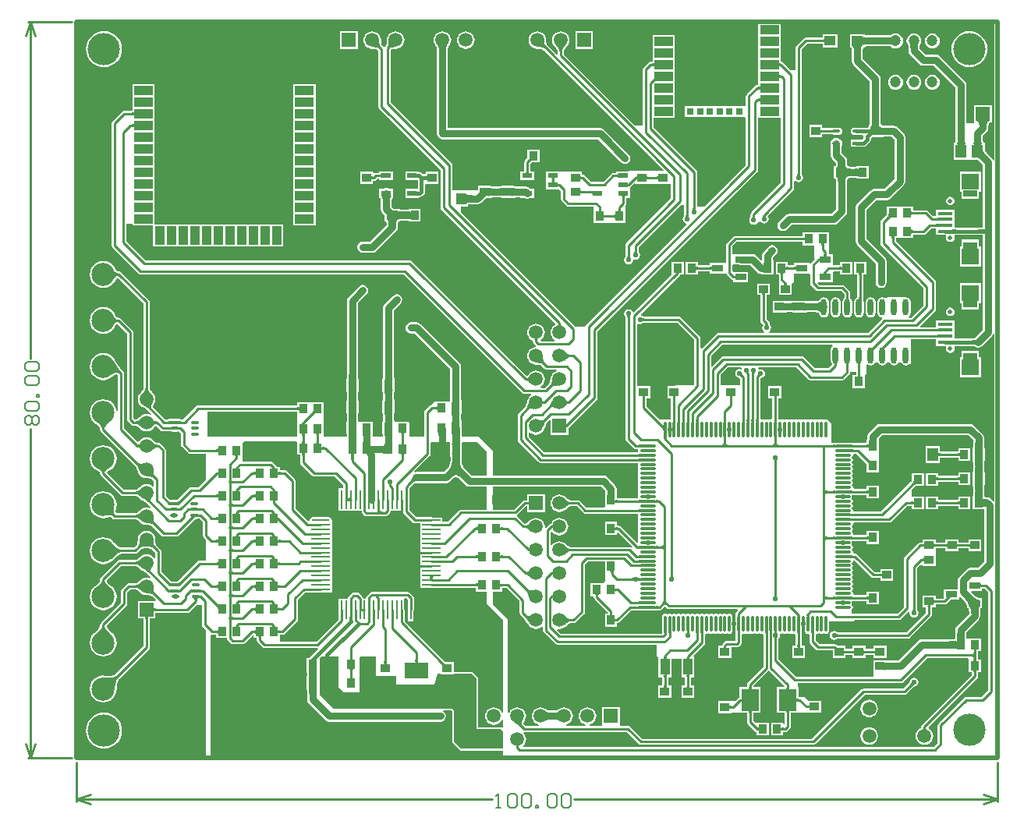
<source format=gtl>
G04*
G04 #@! TF.GenerationSoftware,Altium Limited,Altium Designer,18.1.9 (240)*
G04*
G04 Layer_Physical_Order=1*
G04 Layer_Color=255*
%FSLAX24Y24*%
%MOIN*%
G70*
G01*
G75*
%ADD13C,0.0100*%
%ADD17C,0.0200*%
%ADD18C,0.0060*%
%ADD20C,0.0050*%
%ADD23R,0.0386X0.0366*%
%ADD24R,0.0394X0.0492*%
%ADD25R,0.0366X0.0386*%
%ADD26R,0.1024X0.0709*%
%ADD27O,0.0709X0.0110*%
%ADD28O,0.0110X0.0709*%
%ADD29O,0.0787X0.0087*%
%ADD30R,0.0787X0.0087*%
%ADD31R,0.0087X0.0787*%
%ADD32R,0.0492X0.0394*%
%ADD33R,0.0433X0.0236*%
%ADD34R,0.0492X0.0276*%
%ADD35R,0.0394X0.0327*%
%ADD36O,0.0236X0.0709*%
%ADD37O,0.0335X0.0138*%
%ADD38R,0.0335X0.0138*%
%ADD39R,0.0457X0.0579*%
%ADD40C,0.0591*%
%ADD41R,0.0748X0.0945*%
%ADD42R,0.0394X0.0709*%
%ADD43R,0.0610X0.0157*%
%ADD44R,0.0748X0.0709*%
%ADD45R,0.0787X0.0394*%
%ADD46R,0.0394X0.0787*%
%ADD47R,0.0315X0.0315*%
%ADD80C,0.0300*%
%ADD81C,0.0150*%
%ADD82R,0.0591X0.0591*%
%ADD83R,0.0591X0.0591*%
%ADD84C,0.0472*%
%ADD85R,0.0591X0.0315*%
%ADD86C,0.0197*%
%ADD87C,0.0984*%
%ADD88C,0.1378*%
%ADD89C,0.0220*%
G36*
X31976Y30572D02*
X31975Y30581D01*
X31972Y30590D01*
X31967Y30597D01*
X31959Y30604D01*
X31950Y30609D01*
X31939Y30614D01*
X31926Y30617D01*
X31911Y30620D01*
X31894Y30621D01*
X31874Y30622D01*
Y30722D01*
X31894Y30722D01*
X31911Y30724D01*
X31926Y30726D01*
X31939Y30730D01*
X31950Y30734D01*
X31959Y30740D01*
X31967Y30746D01*
X31972Y30754D01*
X31975Y30762D01*
X31976Y30772D01*
Y30572D01*
D02*
G37*
G36*
X35962Y30499D02*
X35960Y30492D01*
X35958Y30483D01*
X35956Y30471D01*
X35952Y30440D01*
X35951Y30399D01*
X35950Y30347D01*
X35650D01*
X35650Y30374D01*
X35642Y30483D01*
X35640Y30492D01*
X35638Y30499D01*
X35635Y30503D01*
X35965D01*
X35962Y30499D01*
D02*
G37*
G36*
X19998Y30669D02*
X20006Y30592D01*
X20012Y30558D01*
X20020Y30527D01*
X20029Y30499D01*
X20038Y30474D01*
X20049Y30452D01*
X20062Y30433D01*
X20075Y30418D01*
X20008Y30343D01*
X19992Y30357D01*
X19973Y30370D01*
X19950Y30380D01*
X19926Y30389D01*
X19898Y30396D01*
X19868Y30402D01*
X19835Y30405D01*
X19799Y30407D01*
X19719Y30405D01*
X19995Y30713D01*
X19998Y30669D01*
D02*
G37*
G36*
X13647Y30405D02*
X13605Y30404D01*
X13529Y30399D01*
X13495Y30394D01*
X13464Y30388D01*
X13436Y30380D01*
X13411Y30371D01*
X13389Y30360D01*
X13370Y30348D01*
X13354Y30334D01*
X13284Y30404D01*
X13298Y30420D01*
X13310Y30439D01*
X13321Y30461D01*
X13330Y30486D01*
X13338Y30514D01*
X13344Y30545D01*
X13349Y30579D01*
X13354Y30655D01*
X13355Y30697D01*
X13647Y30405D01*
D02*
G37*
G36*
X12946Y30655D02*
X12951Y30579D01*
X12956Y30545D01*
X12962Y30514D01*
X12970Y30486D01*
X12979Y30461D01*
X12990Y30439D01*
X13002Y30420D01*
X13016Y30404D01*
X12946Y30334D01*
X12930Y30348D01*
X12911Y30360D01*
X12889Y30371D01*
X12864Y30380D01*
X12836Y30388D01*
X12805Y30394D01*
X12771Y30399D01*
X12695Y30404D01*
X12653Y30405D01*
X12945Y30697D01*
X12946Y30655D01*
D02*
G37*
G36*
X20877Y30459D02*
X20827Y30401D01*
X20806Y30374D01*
X20789Y30348D01*
X20775Y30323D01*
X20764Y30299D01*
X20756Y30275D01*
X20752Y30253D01*
X20750Y30232D01*
X20650D01*
X20648Y30253D01*
X20644Y30275D01*
X20636Y30299D01*
X20625Y30323D01*
X20611Y30348D01*
X20594Y30374D01*
X20573Y30401D01*
X20523Y30459D01*
X20493Y30489D01*
X20907D01*
X20877Y30459D01*
D02*
G37*
G36*
X30020Y29727D02*
X30022Y29721D01*
X30026Y29716D01*
X30032Y29712D01*
X30040Y29708D01*
X30049Y29705D01*
X30060Y29703D01*
X30073Y29701D01*
X30087Y29700D01*
X30103Y29700D01*
Y29600D01*
X30087Y29600D01*
X30060Y29597D01*
X30049Y29595D01*
X30040Y29592D01*
X30032Y29588D01*
X30026Y29584D01*
X30022Y29579D01*
X30020Y29573D01*
X30019Y29567D01*
Y29733D01*
X30020Y29727D01*
D02*
G37*
G36*
X24709Y29550D02*
X24708Y29560D01*
X24705Y29568D01*
X24700Y29576D01*
X24693Y29582D01*
X24683Y29588D01*
X24672Y29592D01*
X24659Y29595D01*
X24644Y29598D01*
X24627Y29599D01*
X24608Y29600D01*
Y29700D01*
X24627Y29701D01*
X24644Y29702D01*
X24659Y29704D01*
X24672Y29708D01*
X24683Y29713D01*
X24693Y29718D01*
X24700Y29725D01*
X24705Y29732D01*
X24708Y29741D01*
X24709Y29750D01*
Y29550D01*
D02*
G37*
G36*
X30020Y29241D02*
X30023Y29232D01*
X30028Y29225D01*
X30035Y29218D01*
X30044Y29213D01*
X30055Y29208D01*
X30068Y29204D01*
X30084Y29202D01*
X30101Y29200D01*
X30120Y29200D01*
Y29100D01*
X30101Y29100D01*
X30084Y29098D01*
X30068Y29095D01*
X30055Y29092D01*
X30044Y29088D01*
X30035Y29082D01*
X30028Y29076D01*
X30023Y29068D01*
X30020Y29060D01*
X30019Y29050D01*
Y29250D01*
X30020Y29241D01*
D02*
G37*
G36*
X24796Y28956D02*
X24790Y28963D01*
X24783Y28968D01*
X24774Y28969D01*
X24763Y28967D01*
X24750Y28962D01*
X24734Y28953D01*
X24717Y28940D01*
X24698Y28925D01*
X24654Y28884D01*
X24637Y29007D01*
X24654Y29026D01*
X24683Y29059D01*
X24693Y29075D01*
X24702Y29090D01*
X24708Y29103D01*
X24711Y29116D01*
X24713Y29128D01*
X24712Y29139D01*
X24709Y29149D01*
X24796Y28956D01*
D02*
G37*
G36*
X29236Y28550D02*
X29235Y28560D01*
X29232Y28568D01*
X29227Y28575D01*
X29220Y28582D01*
X29211Y28588D01*
X29200Y28592D01*
X29187Y28595D01*
X29171Y28598D01*
X29154Y28600D01*
X29135Y28600D01*
Y28700D01*
X29154Y28700D01*
X29171Y28702D01*
X29187Y28705D01*
X29200Y28708D01*
X29211Y28712D01*
X29220Y28718D01*
X29227Y28725D01*
X29232Y28732D01*
X29235Y28740D01*
X29236Y28750D01*
Y28550D01*
D02*
G37*
G36*
Y28050D02*
X29235Y28059D01*
X29232Y28068D01*
X29227Y28075D01*
X29220Y28082D01*
X29211Y28087D01*
X29200Y28092D01*
X29187Y28096D01*
X29171Y28098D01*
X29154Y28100D01*
X29135Y28100D01*
Y28200D01*
X29154Y28201D01*
X29171Y28202D01*
X29187Y28205D01*
X29200Y28208D01*
X29211Y28212D01*
X29220Y28218D01*
X29227Y28224D01*
X29232Y28232D01*
X29235Y28240D01*
X29236Y28250D01*
Y28050D01*
D02*
G37*
G36*
X2481Y27450D02*
X2480Y27459D01*
X2477Y27468D01*
X2472Y27476D01*
X2465Y27482D01*
X2455Y27487D01*
X2444Y27492D01*
X2431Y27496D01*
X2416Y27498D01*
X2399Y27499D01*
X2380Y27500D01*
Y27600D01*
X2399Y27601D01*
X2416Y27602D01*
X2431Y27604D01*
X2444Y27608D01*
X2455Y27613D01*
X2465Y27618D01*
X2472Y27624D01*
X2477Y27632D01*
X2480Y27641D01*
X2481Y27650D01*
Y27450D01*
D02*
G37*
G36*
X39017Y27253D02*
X38992Y27244D01*
X38971Y27229D01*
X38952Y27208D01*
X38936Y27181D01*
X38923Y27148D01*
X38913Y27109D01*
X38906Y27064D01*
X38901Y27013D01*
X38900Y26956D01*
X38600D01*
X38599Y27013D01*
X38594Y27064D01*
X38587Y27109D01*
X38577Y27148D01*
X38564Y27181D01*
X38548Y27208D01*
X38529Y27229D01*
X38508Y27244D01*
X38483Y27253D01*
X38456Y27256D01*
X39044D01*
X39017Y27253D01*
D02*
G37*
G36*
X2481Y26950D02*
X2480Y26960D01*
X2477Y26968D01*
X2472Y26976D01*
X2465Y26982D01*
X2455Y26988D01*
X2444Y26992D01*
X2431Y26995D01*
X2416Y26998D01*
X2399Y26999D01*
X2380Y27000D01*
Y27100D01*
X2399Y27101D01*
X2416Y27102D01*
X2431Y27104D01*
X2444Y27108D01*
X2455Y27113D01*
X2465Y27118D01*
X2472Y27125D01*
X2477Y27132D01*
X2480Y27141D01*
X2481Y27150D01*
Y26950D01*
D02*
G37*
G36*
X38670Y26481D02*
X38682Y26346D01*
X38689Y26313D01*
X38697Y26286D01*
X38707Y26265D01*
X38719Y26250D01*
X38732Y26241D01*
X38746Y26238D01*
X38292D01*
X38307Y26241D01*
X38320Y26250D01*
X38331Y26265D01*
X38342Y26286D01*
X38350Y26313D01*
X38357Y26346D01*
X38362Y26385D01*
X38369Y26481D01*
X38369Y26538D01*
X38669D01*
X38670Y26481D01*
D02*
G37*
G36*
X37969D02*
X37981Y26346D01*
X37988Y26313D01*
X37996Y26286D01*
X38006Y26265D01*
X38018Y26250D01*
X38031Y26241D01*
X38046Y26238D01*
X37591D01*
X37606Y26241D01*
X37619Y26250D01*
X37631Y26265D01*
X37641Y26286D01*
X37649Y26313D01*
X37656Y26346D01*
X37662Y26385D01*
X37668Y26481D01*
X37668Y26538D01*
X37968D01*
X37969Y26481D01*
D02*
G37*
G36*
X39250Y25569D02*
X39200Y25564D01*
X39197Y25579D01*
X39146Y25655D01*
X38945Y25856D01*
X38915Y25889D01*
X38877Y25937D01*
X38848Y25980D01*
X38828Y26015D01*
Y26236D01*
X38828Y26238D01*
X38828Y26240D01*
Y26319D01*
X38772D01*
X38768Y26334D01*
X38762Y26358D01*
X38754Y26459D01*
Y26622D01*
X38916Y26784D01*
X38967Y26860D01*
X38985Y26950D01*
Y27027D01*
X38987Y27054D01*
X38993Y27092D01*
X39001Y27123D01*
X39010Y27145D01*
X39018Y27160D01*
X39025Y27167D01*
X39030Y27171D01*
X39035Y27173D01*
X39052Y27175D01*
X39125D01*
Y27254D01*
X39126Y27256D01*
X39125Y27258D01*
Y27925D01*
X38375D01*
Y27258D01*
X38374Y27256D01*
X38375Y27254D01*
Y27175D01*
X38335Y27150D01*
X38053D01*
Y28768D01*
X38035Y28858D01*
X37984Y28934D01*
X36903Y30016D01*
X36827Y30067D01*
X36737Y30085D01*
X36297D01*
X36035Y30347D01*
Y30441D01*
X36036Y30460D01*
X36036Y30460D01*
X36076Y30512D01*
X36108Y30589D01*
X36119Y30672D01*
X36108Y30754D01*
X36076Y30831D01*
X36026Y30897D01*
X35959Y30948D01*
X35883Y30980D01*
X35800Y30991D01*
X35717Y30980D01*
X35641Y30948D01*
X35574Y30897D01*
X35524Y30831D01*
X35492Y30754D01*
X35481Y30672D01*
X35492Y30589D01*
X35524Y30512D01*
X35562Y30462D01*
X35565Y30412D01*
Y30250D01*
X35583Y30160D01*
X35634Y30084D01*
X36034Y29684D01*
X36034Y29684D01*
X36110Y29633D01*
X36200Y29615D01*
X36640D01*
X37584Y28671D01*
Y26450D01*
X37580Y26393D01*
X37576Y26360D01*
X37570Y26334D01*
X37566Y26319D01*
X37510D01*
Y26240D01*
X37510Y26238D01*
X37510Y26236D01*
Y25581D01*
X37950D01*
X37952Y25579D01*
X38414D01*
Y25581D01*
X38526D01*
X38535Y25575D01*
X38579Y25545D01*
X38674Y25464D01*
X38746Y25392D01*
Y22697D01*
X38621Y22688D01*
X37522D01*
Y23139D01*
Y23457D01*
X36752D01*
Y23175D01*
X36613D01*
X36394Y23394D01*
X36351Y23422D01*
X36300Y23433D01*
X35766D01*
Y23591D01*
X34634D01*
Y23248D01*
X34630Y23242D01*
X34608Y23216D01*
X34406Y23015D01*
X34378Y22972D01*
X34367Y22921D01*
Y22000D01*
X34378Y21949D01*
X34406Y21906D01*
X36217Y20095D01*
Y19355D01*
X35695Y18833D01*
X35593D01*
X35578Y18883D01*
X35596Y18895D01*
X35640Y18960D01*
X35655Y19037D01*
Y19510D01*
X35640Y19587D01*
X35596Y19653D01*
X35530Y19696D01*
X35453Y19712D01*
X35394Y19700D01*
X35013D01*
X34953Y19712D01*
X34894Y19700D01*
X34787D01*
X34530Y19696D01*
X34453Y19712D01*
X34376Y19696D01*
X34310Y19653D01*
X34267Y19587D01*
X34251Y19510D01*
Y19037D01*
X34267Y18960D01*
X34310Y18895D01*
X34376Y18851D01*
X34434Y18839D01*
X34445Y18816D01*
X34450Y18788D01*
X33845Y18183D01*
X29607D01*
X29591Y18233D01*
X29637Y18263D01*
X29679Y18326D01*
X29694Y18400D01*
X29679Y18474D01*
X29637Y18537D01*
X29634Y18539D01*
X29633Y18542D01*
X29633Y18548D01*
Y18574D01*
X29622Y18625D01*
X29594Y18668D01*
X29507Y18755D01*
Y19807D01*
X29651D01*
Y20293D01*
X29097D01*
Y19807D01*
X29241D01*
Y18700D01*
X29252Y18649D01*
X29280Y18606D01*
X29358Y18529D01*
X29321Y18474D01*
X29306Y18400D01*
X29321Y18326D01*
X29363Y18263D01*
X29409Y18233D01*
X29393Y18183D01*
X27450D01*
X27399Y18172D01*
X27356Y18144D01*
X26733Y17520D01*
X26683Y17541D01*
Y17950D01*
X26672Y18001D01*
X26644Y18044D01*
X25844Y18844D01*
X25801Y18872D01*
X25750Y18883D01*
X24248D01*
X24245Y18883D01*
X24241Y18884D01*
X24239Y18884D01*
X24237Y18887D01*
X24174Y18929D01*
X24143Y18935D01*
X24127Y18989D01*
X25791Y20653D01*
X25807Y20677D01*
X25960D01*
Y21223D01*
X25434D01*
Y20677D01*
X25434Y20677D01*
X25434D01*
X25404Y20641D01*
X23828Y19065D01*
X23774Y19082D01*
X23737Y19137D01*
X23674Y19179D01*
X23600Y19194D01*
X23526Y19179D01*
X23463Y19137D01*
X23421Y19074D01*
X23406Y19000D01*
X23421Y18926D01*
X23463Y18863D01*
X23466Y18861D01*
X23466Y18859D01*
X23467Y18856D01*
X23467Y18850D01*
Y13664D01*
X23478Y13613D01*
X23506Y13570D01*
X23817Y13260D01*
X23860Y13231D01*
X23910Y13221D01*
X24016D01*
Y13171D01*
X24013Y13157D01*
X24016Y13143D01*
Y13093D01*
X19995D01*
X19321Y13766D01*
Y13930D01*
X19371Y13947D01*
X19382Y13932D01*
X19461Y13872D01*
X19552Y13834D01*
X19650Y13821D01*
X19748Y13834D01*
X19839Y13872D01*
X19918Y13932D01*
X19978Y14011D01*
X20005Y14077D01*
X20008Y14081D01*
X20008Y14081D01*
X20008Y14082D01*
X20010Y14089D01*
X20016Y14102D01*
X20016Y14107D01*
X20023Y14128D01*
X20066Y14244D01*
X20090Y14300D01*
X20100Y14319D01*
X20109Y14334D01*
X20114Y14342D01*
X20229Y14456D01*
X20275Y14437D01*
Y13825D01*
X21025D01*
Y14094D01*
X21044Y14106D01*
X22244Y15306D01*
X22272Y15349D01*
X22283Y15400D01*
Y18245D01*
X29094Y25056D01*
X29122Y25099D01*
X29133Y25150D01*
Y27332D01*
X29154Y27373D01*
X30101D01*
X30117Y27330D01*
Y24605D01*
X28856Y23344D01*
X28828Y23301D01*
X28801Y23292D01*
X28821Y23268D01*
X28817Y23250D01*
Y23148D01*
X28817Y23145D01*
X28816Y23141D01*
X28816Y23139D01*
X28813Y23137D01*
X28771Y23074D01*
X28756Y23000D01*
X28771Y22926D01*
X28813Y22863D01*
X28876Y22821D01*
X28950Y22806D01*
X29024Y22821D01*
X29087Y22863D01*
X29129Y22926D01*
X29171D01*
X29193Y22948D01*
X29243Y22943D01*
X29263Y22913D01*
X29326Y22871D01*
X29400Y22856D01*
X29474Y22871D01*
X29537Y22913D01*
X29579Y22976D01*
X29594Y23050D01*
X29579Y23124D01*
X29540Y23183D01*
X30644Y24287D01*
X30672Y24330D01*
X30683Y24380D01*
Y24662D01*
X30720Y24676D01*
X30733Y24679D01*
X30793Y24638D01*
X30867Y24624D01*
X30941Y24638D01*
X31004Y24680D01*
X31046Y24743D01*
X31061Y24817D01*
X31046Y24891D01*
X31004Y24954D01*
X31002Y24956D01*
X31001Y24958D01*
X31001Y24961D01*
X31000Y24967D01*
Y30312D01*
X31227Y30539D01*
X31893D01*
Y30395D01*
X32545D01*
Y30949D01*
X31893D01*
Y30804D01*
X31172D01*
X31121Y30794D01*
X31078Y30765D01*
X30774Y30461D01*
X30745Y30418D01*
X30735Y30367D01*
Y29400D01*
X30541D01*
X30197Y29744D01*
X30154Y29772D01*
X30103Y29783D01*
X30101D01*
Y30373D01*
Y30873D01*
Y31400D01*
X39250D01*
Y25569D01*
D02*
G37*
G36*
X38731Y26121D02*
X38725Y26092D01*
X38727Y26058D01*
X38736Y26021D01*
X38753Y25981D01*
X38779Y25936D01*
X38812Y25889D01*
X38853Y25837D01*
X38902Y25782D01*
X38959Y25723D01*
X38807Y25450D01*
X38743Y25512D01*
X38629Y25609D01*
X38579Y25644D01*
X38534Y25670D01*
X38494Y25687D01*
X38459Y25695D01*
X38429Y25693D01*
X38404Y25683D01*
X38383Y25663D01*
X38745Y26147D01*
X38731Y26121D01*
D02*
G37*
G36*
X30918Y24970D02*
X30920Y24949D01*
X30922Y24939D01*
X30924Y24930D01*
X30927Y24922D01*
X30931Y24915D01*
X30935Y24908D01*
X30939Y24902D01*
X30944Y24896D01*
X30790D01*
X30795Y24902D01*
X30800Y24908D01*
X30804Y24915D01*
X30808Y24922D01*
X30811Y24930D01*
X30813Y24939D01*
X30815Y24949D01*
X30816Y24959D01*
X30817Y24970D01*
X30817Y24981D01*
X30917D01*
X30918Y24970D01*
D02*
G37*
G36*
X23164Y24800D02*
X23163Y24810D01*
X23160Y24818D01*
X23155Y24825D01*
X23148Y24832D01*
X23139Y24838D01*
X23128Y24842D01*
X23115Y24845D01*
X23100Y24848D01*
X23083Y24850D01*
X23064Y24850D01*
Y24950D01*
X23083Y24950D01*
X23100Y24952D01*
X23115Y24955D01*
X23128Y24958D01*
X23139Y24962D01*
X23148Y24968D01*
X23155Y24975D01*
X23160Y24982D01*
X23163Y24990D01*
X23164Y25000D01*
Y24800D01*
D02*
G37*
G36*
X23972Y24744D02*
X23971Y24748D01*
X23969Y24752D01*
X23966Y24755D01*
X23961Y24758D01*
X23954Y24760D01*
X23946Y24762D01*
X23937Y24763D01*
X23926Y24765D01*
X23900Y24765D01*
Y24865D01*
X23914Y24866D01*
X23937Y24867D01*
X23946Y24869D01*
X23954Y24871D01*
X23961Y24873D01*
X23966Y24876D01*
X23969Y24879D01*
X23971Y24882D01*
X23972Y24886D01*
Y24744D01*
D02*
G37*
G36*
X24997Y24738D02*
X24991Y24743D01*
X24985Y24748D01*
X24978Y24752D01*
X24970Y24756D01*
X24962Y24759D01*
X24953Y24761D01*
X24944Y24763D01*
X24934Y24764D01*
X24923Y24765D01*
X24911Y24765D01*
Y24865D01*
X24923Y24866D01*
X24944Y24868D01*
X24953Y24870D01*
X24962Y24872D01*
X24970Y24875D01*
X24978Y24879D01*
X24985Y24883D01*
X24991Y24887D01*
X24997Y24892D01*
Y24738D01*
D02*
G37*
G36*
X24883Y24715D02*
X24882Y24725D01*
X24879Y24733D01*
X24874Y24741D01*
X24867Y24747D01*
X24858Y24753D01*
X24847Y24757D01*
X24834Y24761D01*
X24819Y24763D01*
X24802Y24765D01*
X24783Y24765D01*
Y24865D01*
X24802Y24866D01*
X24819Y24867D01*
X24834Y24870D01*
X24847Y24873D01*
X24858Y24878D01*
X24867Y24883D01*
X24874Y24890D01*
X24879Y24897D01*
X24882Y24906D01*
X24883Y24915D01*
Y24715D01*
D02*
G37*
G36*
X24355Y24906D02*
X24358Y24897D01*
X24363Y24890D01*
X24370Y24883D01*
X24379Y24878D01*
X24390Y24873D01*
X24403Y24870D01*
X24418Y24867D01*
X24435Y24866D01*
X24454Y24865D01*
Y24765D01*
X24435Y24765D01*
X24418Y24763D01*
X24403Y24761D01*
X24390Y24757D01*
X24379Y24753D01*
X24370Y24747D01*
X24363Y24741D01*
X24358Y24733D01*
X24355Y24725D01*
X24354Y24715D01*
Y24915D01*
X24355Y24906D01*
D02*
G37*
G36*
X21521Y24906D02*
X21524Y24897D01*
X21529Y24890D01*
X21536Y24883D01*
X21545Y24878D01*
X21556Y24873D01*
X21569Y24870D01*
X21584Y24867D01*
X21601Y24866D01*
X21620Y24865D01*
Y24765D01*
X21601Y24765D01*
X21584Y24763D01*
X21569Y24761D01*
X21556Y24757D01*
X21545Y24753D01*
X21536Y24747D01*
X21529Y24741D01*
X21524Y24733D01*
X21521Y24725D01*
X21520Y24715D01*
Y24915D01*
X21521Y24906D01*
D02*
G37*
G36*
X20470Y24783D02*
X20462Y24780D01*
X20454Y24775D01*
X20448Y24768D01*
X20442Y24759D01*
X20438Y24748D01*
X20434Y24735D01*
X20432Y24720D01*
X20431Y24713D01*
X20432Y24706D01*
X20434Y24691D01*
X20438Y24678D01*
X20442Y24667D01*
X20448Y24658D01*
X20454Y24651D01*
X20462Y24646D01*
X20470Y24643D01*
X20480Y24642D01*
X20280D01*
X20289Y24643D01*
X20298Y24646D01*
X20305Y24651D01*
X20312Y24658D01*
X20317Y24667D01*
X20322Y24678D01*
X20325Y24691D01*
X20328Y24706D01*
X20328Y24713D01*
X20328Y24720D01*
X20325Y24735D01*
X20322Y24748D01*
X20317Y24759D01*
X20312Y24768D01*
X20305Y24775D01*
X20298Y24780D01*
X20289Y24783D01*
X20280Y24784D01*
X20480D01*
X20470Y24783D01*
D02*
G37*
G36*
X22062Y24109D02*
X22061Y24119D01*
X22058Y24127D01*
X22053Y24135D01*
X22046Y24141D01*
X22037Y24147D01*
X22026Y24151D01*
X22013Y24155D01*
X21998Y24157D01*
X21981Y24159D01*
X21962Y24159D01*
Y24259D01*
X21981Y24259D01*
X22053Y24264D01*
X22058Y24265D01*
X22061Y24267D01*
X22062Y24269D01*
Y24109D01*
D02*
G37*
G36*
X21521Y24300D02*
X21524Y24291D01*
X21529Y24284D01*
X21536Y24277D01*
X21545Y24272D01*
X21556Y24267D01*
X21569Y24264D01*
X21584Y24261D01*
X21601Y24260D01*
X21620Y24259D01*
Y24159D01*
X21601Y24159D01*
X21584Y24157D01*
X21569Y24155D01*
X21556Y24151D01*
X21545Y24147D01*
X21536Y24141D01*
X21529Y24135D01*
X21524Y24127D01*
X21521Y24119D01*
X21520Y24109D01*
Y24309D01*
X21521Y24300D01*
D02*
G37*
G36*
X18623Y24385D02*
X18632Y24379D01*
X18647Y24375D01*
X18668Y24371D01*
X18695Y24367D01*
X18767Y24362D01*
X18920Y24359D01*
Y24059D01*
X18863Y24059D01*
X18647Y24043D01*
X18632Y24039D01*
X18623Y24033D01*
X18620Y24027D01*
Y24391D01*
X18623Y24385D01*
D02*
G37*
G36*
X18237Y24027D02*
X18234Y24033D01*
X18225Y24039D01*
X18210Y24043D01*
X18189Y24048D01*
X18162Y24051D01*
X18090Y24056D01*
X17937Y24059D01*
Y24359D01*
X17994Y24359D01*
X18210Y24375D01*
X18225Y24379D01*
X18234Y24385D01*
X18237Y24391D01*
Y24027D01*
D02*
G37*
G36*
X17623Y24385D02*
X17632Y24379D01*
X17647Y24375D01*
X17668Y24371D01*
X17695Y24367D01*
X17767Y24362D01*
X17920Y24359D01*
Y24059D01*
X17863Y24059D01*
X17647Y24043D01*
X17632Y24039D01*
X17623Y24033D01*
X17620Y24027D01*
Y24391D01*
X17623Y24385D01*
D02*
G37*
G36*
X23470Y24035D02*
X23462Y24032D01*
X23454Y24027D01*
X23448Y24020D01*
X23442Y24011D01*
X23438Y24000D01*
X23434Y23987D01*
X23432Y23971D01*
X23430Y23954D01*
X23430Y23935D01*
X23330D01*
X23329Y23954D01*
X23328Y23971D01*
X23325Y23987D01*
X23322Y24000D01*
X23317Y24011D01*
X23312Y24020D01*
X23305Y24027D01*
X23298Y24032D01*
X23289Y24035D01*
X23280Y24036D01*
X23480D01*
X23470Y24035D01*
D02*
G37*
G36*
X17462Y24028D02*
X17460Y24026D01*
X17453Y24020D01*
X17246Y23815D01*
X17033Y24025D01*
X17238Y24233D01*
X17462Y24028D01*
D02*
G37*
G36*
X16649Y24146D02*
X16658Y24130D01*
X16673Y24116D01*
X16694Y24103D01*
X16721Y24093D01*
X16754Y24084D01*
X16793Y24078D01*
X16838Y24073D01*
X16946Y24069D01*
Y23769D01*
X16889Y23768D01*
X16793Y23761D01*
X16754Y23754D01*
X16721Y23746D01*
X16694Y23735D01*
X16673Y23723D01*
X16658Y23709D01*
X16649Y23692D01*
X16646Y23674D01*
Y24164D01*
X16649Y24146D01*
D02*
G37*
G36*
X29154Y30873D02*
Y30373D01*
Y29873D01*
Y29373D01*
Y28783D01*
X29100D01*
X29049Y28772D01*
X29006Y28744D01*
X28656Y28394D01*
X28628Y28351D01*
X28617Y28300D01*
Y27912D01*
X28577Y27887D01*
X28567Y27887D01*
X26003D01*
Y27413D01*
X28567D01*
X28577Y27413D01*
X28617Y27388D01*
Y25355D01*
X26853Y23591D01*
X26533D01*
Y25050D01*
X26522Y25101D01*
X26494Y25144D01*
X24683Y26955D01*
Y27373D01*
X25574D01*
Y27873D01*
Y28373D01*
Y28873D01*
Y29373D01*
Y29873D01*
Y30373D01*
Y30927D01*
X24626D01*
Y30373D01*
Y29783D01*
X24550D01*
X24499Y29772D01*
X24456Y29744D01*
X24256Y29544D01*
X24228Y29501D01*
X24217Y29450D01*
Y27050D01*
X23873D01*
X20833Y30090D01*
Y30242D01*
X20835Y30254D01*
X20840Y30269D01*
X20848Y30286D01*
X20859Y30306D01*
X20873Y30327D01*
X20890Y30350D01*
X20937Y30403D01*
X20958Y30425D01*
X20968Y30432D01*
X21028Y30511D01*
X21066Y30602D01*
X21079Y30700D01*
X21066Y30798D01*
X21028Y30889D01*
X20968Y30968D01*
X20889Y31028D01*
X20798Y31066D01*
X20700Y31079D01*
X20602Y31066D01*
X20511Y31028D01*
X20432Y30968D01*
X20372Y30889D01*
X20334Y30798D01*
X20321Y30700D01*
X20334Y30602D01*
X20372Y30511D01*
X20432Y30432D01*
X20442Y30425D01*
X20463Y30403D01*
X20510Y30350D01*
X20527Y30327D01*
X20541Y30306D01*
X20552Y30286D01*
X20560Y30269D01*
X20565Y30254D01*
X20567Y30242D01*
Y30107D01*
X20521Y30088D01*
X20127Y30483D01*
X20120Y30493D01*
X20113Y30507D01*
X20106Y30526D01*
X20099Y30548D01*
X20092Y30574D01*
X20087Y30604D01*
X20079Y30676D01*
X20078Y30694D01*
X20079Y30700D01*
X20077Y30715D01*
X20076Y30717D01*
X20076Y30719D01*
X20066Y30798D01*
X20028Y30889D01*
X19968Y30968D01*
X19889Y31028D01*
X19798Y31066D01*
X19700Y31079D01*
X19602Y31066D01*
X19511Y31028D01*
X19432Y30968D01*
X19372Y30889D01*
X19334Y30798D01*
X19321Y30700D01*
X19334Y30602D01*
X19372Y30511D01*
X19432Y30432D01*
X19511Y30372D01*
X19602Y30334D01*
X19700Y30321D01*
X19719Y30324D01*
X19720Y30324D01*
X19798Y30326D01*
X19828Y30324D01*
X19856Y30321D01*
X19881Y30317D01*
X19902Y30311D01*
X19919Y30305D01*
X19932Y30299D01*
X19943Y30292D01*
X25088Y25147D01*
X25068Y25101D01*
X23600D01*
Y25098D01*
X23083D01*
Y25033D01*
X22953D01*
X22902Y25022D01*
X22859Y24994D01*
X22524Y24659D01*
X21979D01*
X21728Y24909D01*
X21685Y24938D01*
X21635Y24948D01*
X21601D01*
Y25078D01*
X21522D01*
X21521Y25080D01*
X21521D01*
X21500Y25101D01*
X21497Y25098D01*
X21479Y25098D01*
X20083D01*
Y24702D01*
Y24328D01*
X20635D01*
X20717Y24245D01*
Y23900D01*
X20728Y23849D01*
X20756Y23806D01*
X20927Y23636D01*
X20970Y23607D01*
X21020Y23597D01*
X21020Y23597D01*
X22100D01*
Y22913D01*
X22118Y22895D01*
X23471D01*
Y23633D01*
X23473Y23636D01*
X23502Y23679D01*
X23512Y23730D01*
Y23954D01*
X23676D01*
Y24413D01*
X23704Y24432D01*
X23844Y24571D01*
X23890Y24552D01*
Y24552D01*
X24436D01*
X24441Y24546D01*
X25417D01*
Y23935D01*
X23506Y22024D01*
X23478Y21981D01*
X23467Y21930D01*
Y21448D01*
X23467Y21445D01*
X23466Y21441D01*
X23466Y21439D01*
X23463Y21437D01*
X23421Y21374D01*
X23406Y21300D01*
X23421Y21226D01*
X23463Y21163D01*
X23526Y21121D01*
X23600Y21106D01*
X23674Y21121D01*
X23737Y21163D01*
X23779Y21226D01*
X23791Y21284D01*
X23812Y21307D01*
X23841Y21318D01*
X23900Y21306D01*
X23974Y21321D01*
X24037Y21363D01*
X24079Y21426D01*
X24094Y21500D01*
X24079Y21574D01*
X24037Y21637D01*
X24034Y21639D01*
X24034Y21641D01*
X24033Y21644D01*
X24033Y21650D01*
Y21848D01*
X25824Y23640D01*
X25967D01*
Y23198D01*
X25967Y23195D01*
X25966Y23191D01*
X25966Y23189D01*
X25963Y23187D01*
X25921Y23124D01*
X25906Y23050D01*
X25921Y22976D01*
X25963Y22913D01*
X26026Y22871D01*
X26057Y22865D01*
X26073Y22811D01*
X21796Y18534D01*
X21706Y18444D01*
X21344D01*
X16450Y23337D01*
Y23593D01*
X16644D01*
X16646Y23593D01*
X16647Y23593D01*
X16727D01*
Y23660D01*
X16729Y23661D01*
X16746Y23668D01*
X16771Y23674D01*
X16803Y23680D01*
X16867Y23685D01*
X17139D01*
X17228Y23703D01*
X17304Y23753D01*
X17497Y23946D01*
X17614D01*
X17615Y23946D01*
X17616Y23946D01*
X17618D01*
X17620Y23946D01*
X17622Y23946D01*
X17701D01*
Y23965D01*
X17829Y23975D01*
X18088D01*
X18154Y23970D01*
X18155Y23970D01*
Y23946D01*
X18235D01*
X18237Y23946D01*
X18238Y23946D01*
X18241D01*
X18242Y23946D01*
X18243Y23946D01*
X18614D01*
X18615Y23946D01*
X18616Y23946D01*
X18618D01*
X18620Y23946D01*
X18622Y23946D01*
X18701D01*
Y23965D01*
X18829Y23975D01*
X18981D01*
Y23954D01*
X19160D01*
X19187Y23935D01*
X19277Y23917D01*
X19367Y23935D01*
X19395Y23954D01*
X19574D01*
Y24350D01*
X19411D01*
X19386Y24375D01*
X19310Y24426D01*
X19220Y24444D01*
X18769D01*
X18703Y24448D01*
X18701Y24448D01*
Y24472D01*
X18622D01*
X18620Y24472D01*
X18618Y24472D01*
X18616D01*
X18615Y24472D01*
X18614Y24472D01*
X18243D01*
X18242Y24472D01*
X18241Y24472D01*
X18238D01*
X18237Y24472D01*
X18235Y24472D01*
X18155D01*
Y24453D01*
X18028Y24444D01*
X17769D01*
X17703Y24448D01*
X17701Y24448D01*
Y24472D01*
X17622D01*
X17620Y24472D01*
X17618Y24472D01*
X17616D01*
X17615Y24472D01*
X17614Y24472D01*
X17155D01*
Y24268D01*
X16083D01*
Y25350D01*
X16072Y25401D01*
X16044Y25444D01*
X13437Y28051D01*
Y30292D01*
X13444Y30296D01*
X13462Y30303D01*
X13484Y30309D01*
X13509Y30314D01*
X13537Y30318D01*
X13608Y30323D01*
X13638Y30323D01*
X13650Y30321D01*
X13748Y30334D01*
X13839Y30372D01*
X13918Y30432D01*
X13978Y30511D01*
X14016Y30602D01*
X14029Y30700D01*
X14016Y30798D01*
X13978Y30889D01*
X13918Y30968D01*
X13839Y31028D01*
X13748Y31066D01*
X13650Y31079D01*
X13552Y31066D01*
X13461Y31028D01*
X13382Y30968D01*
X13322Y30889D01*
X13284Y30798D01*
X13271Y30700D01*
X13273Y30688D01*
X13273Y30658D01*
X13268Y30587D01*
X13264Y30559D01*
X13259Y30534D01*
X13253Y30512D01*
X13246Y30494D01*
X13239Y30480D01*
X13232Y30470D01*
X13211Y30448D01*
X13189Y30416D01*
X13178Y30410D01*
X13151Y30406D01*
X13131Y30406D01*
X13068Y30470D01*
X13061Y30480D01*
X13054Y30494D01*
X13047Y30512D01*
X13041Y30534D01*
X13036Y30559D01*
X13032Y30587D01*
X13027Y30658D01*
X13027Y30688D01*
X13029Y30700D01*
X13016Y30798D01*
X12978Y30889D01*
X12918Y30968D01*
X12839Y31028D01*
X12748Y31066D01*
X12650Y31079D01*
X12552Y31066D01*
X12461Y31028D01*
X12382Y30968D01*
X12322Y30889D01*
X12284Y30798D01*
X12271Y30700D01*
X12284Y30602D01*
X12322Y30511D01*
X12382Y30432D01*
X12461Y30372D01*
X12552Y30334D01*
X12650Y30321D01*
X12662Y30323D01*
X12692Y30323D01*
X12763Y30318D01*
X12791Y30314D01*
X12816Y30309D01*
X12838Y30303D01*
X12856Y30296D01*
X12870Y30289D01*
X12880Y30282D01*
X12917Y30245D01*
Y27850D01*
X12928Y27799D01*
X12956Y27756D01*
X15567Y25145D01*
Y23550D01*
X15578Y23499D01*
X15606Y23456D01*
X20474Y18589D01*
X20474Y18589D01*
X20477Y18580D01*
X20463Y18529D01*
X20461Y18528D01*
X20382Y18468D01*
X20322Y18389D01*
X20284Y18298D01*
X20271Y18200D01*
X20284Y18102D01*
X20322Y18011D01*
X20382Y17932D01*
X20447Y17883D01*
X20430Y17833D01*
X19870D01*
X19853Y17883D01*
X19918Y17932D01*
X19978Y18011D01*
X20016Y18102D01*
X20029Y18200D01*
X20016Y18298D01*
X19978Y18389D01*
X19918Y18468D01*
X19839Y18528D01*
X19748Y18566D01*
X19650Y18579D01*
X19552Y18566D01*
X19461Y18528D01*
X19382Y18468D01*
X19322Y18389D01*
X19284Y18298D01*
X19271Y18200D01*
X19284Y18102D01*
X19322Y18011D01*
X19382Y17932D01*
X19461Y17872D01*
X19487Y17861D01*
X19490Y17859D01*
X19499Y17854D01*
X19503Y17852D01*
X19506Y17849D01*
X19508Y17846D01*
X19510Y17843D01*
X19513Y17838D01*
X19515Y17831D01*
X19517Y17823D01*
X19517Y17816D01*
Y17800D01*
X19528Y17749D01*
X19556Y17706D01*
X19636Y17627D01*
X19618Y17574D01*
X19552Y17566D01*
X19461Y17528D01*
X19382Y17468D01*
X19322Y17389D01*
X19284Y17298D01*
X19271Y17200D01*
X19284Y17102D01*
X19322Y17011D01*
X19382Y16932D01*
X19461Y16872D01*
X19552Y16834D01*
X19650Y16821D01*
X19662Y16823D01*
X19692Y16823D01*
X19763Y16818D01*
X19791Y16814D01*
X19816Y16809D01*
X19838Y16803D01*
X19856Y16796D01*
X19870Y16789D01*
X19880Y16782D01*
X20019Y16643D01*
X20062Y16615D01*
X20113Y16604D01*
X20515D01*
X20525Y16554D01*
X20461Y16528D01*
X20382Y16468D01*
X20322Y16389D01*
X20284Y16298D01*
X20282Y16276D01*
X20280Y16274D01*
X20271Y16229D01*
X20252Y16152D01*
X20233Y16090D01*
X20224Y16067D01*
X20215Y16047D01*
X20207Y16032D01*
X20201Y16023D01*
X20010Y15833D01*
X19870D01*
X19853Y15883D01*
X19918Y15932D01*
X19978Y16011D01*
X20016Y16102D01*
X20029Y16200D01*
X20016Y16298D01*
X19978Y16389D01*
X19918Y16468D01*
X19839Y16528D01*
X19748Y16566D01*
X19650Y16579D01*
X19552Y16566D01*
X19461Y16528D01*
X19382Y16468D01*
X19364Y16443D01*
X19362Y16442D01*
X19360Y16439D01*
X19357Y16437D01*
X19337Y16413D01*
X19319Y16394D01*
X19301Y16378D01*
X19284Y16364D01*
X19268Y16353D01*
X19253Y16345D01*
X19243Y16341D01*
X14341Y21244D01*
X14298Y21272D01*
X14247Y21283D01*
X2955D01*
X2133Y22105D01*
Y22850D01*
X2398D01*
Y22773D01*
X3284D01*
Y21879D01*
X8838D01*
Y22827D01*
X3346D01*
Y23273D01*
Y23773D01*
Y24273D01*
Y24773D01*
Y25273D01*
Y25773D01*
Y26273D01*
Y26773D01*
Y27273D01*
Y27773D01*
Y28273D01*
Y28827D01*
X2398D01*
Y28273D01*
Y27683D01*
X2050D01*
X1999Y27672D01*
X1956Y27644D01*
X1556Y27244D01*
X1528Y27201D01*
X1517Y27150D01*
Y21900D01*
X1528Y21849D01*
X1556Y21806D01*
X2656Y20706D01*
X2699Y20678D01*
X2750Y20667D01*
X13995D01*
X19056Y15606D01*
X19099Y15578D01*
X19150Y15567D01*
X19430D01*
X19447Y15517D01*
X19382Y15468D01*
X19322Y15389D01*
X19284Y15298D01*
X19283Y15290D01*
X19261Y15219D01*
X19236Y15147D01*
X19213Y15092D01*
X19203Y15073D01*
X19195Y15058D01*
X19189Y15050D01*
X18896Y14757D01*
X18868Y14714D01*
X18857Y14663D01*
Y13617D01*
X18868Y13566D01*
X18896Y13523D01*
X19750Y12670D01*
X19793Y12641D01*
X19844Y12631D01*
X24016D01*
Y12581D01*
X24013Y12566D01*
X24016Y12552D01*
Y12384D01*
X24013Y12370D01*
X24016Y12355D01*
Y12187D01*
X24013Y12173D01*
X24016Y12158D01*
Y11990D01*
X24013Y11976D01*
X24016Y11962D01*
Y11793D01*
X24013Y11779D01*
X24016Y11765D01*
Y11596D01*
X24013Y11582D01*
X24016Y11568D01*
Y11400D01*
X24013Y11385D01*
X24016Y11371D01*
Y11124D01*
X23116D01*
Y11237D01*
X23116Y11238D01*
X23116Y11239D01*
Y11240D01*
X23117Y11242D01*
X23116Y11244D01*
Y11323D01*
X23094D01*
X23088Y11433D01*
Y11529D01*
X23088Y11529D01*
X23070Y11619D01*
X23019Y11695D01*
X22698Y12016D01*
X22622Y12067D01*
X22532Y12085D01*
X17800Y12084D01*
Y13150D01*
X17200Y13750D01*
X16457D01*
Y13834D01*
X16457Y13850D01*
X16466D01*
Y13929D01*
X16467Y13931D01*
X16466Y13933D01*
Y14312D01*
X16467Y14314D01*
X16466Y14316D01*
Y14395D01*
X16455D01*
X16447Y14514D01*
Y14636D01*
X16452Y14702D01*
X16452Y14704D01*
X16476D01*
Y14783D01*
X16476Y14785D01*
X16476Y14787D01*
Y14789D01*
X16476Y14790D01*
X16476Y14791D01*
Y15162D01*
X16476Y15163D01*
X16476Y15164D01*
Y15166D01*
X16476Y15168D01*
X16476Y15170D01*
Y15250D01*
X16457D01*
X16447Y15377D01*
Y16737D01*
X16430Y16827D01*
X16379Y16903D01*
X14716Y18566D01*
X14640Y18617D01*
X14550Y18635D01*
X14300D01*
X14210Y18617D01*
X14134Y18566D01*
X14083Y18490D01*
X14065Y18400D01*
X14083Y18310D01*
X14134Y18234D01*
X14210Y18183D01*
X14300Y18165D01*
X14453D01*
X15978Y16640D01*
Y15317D01*
X15974Y15251D01*
X15974Y15250D01*
X15300D01*
X15149Y15099D01*
X15106Y15070D01*
X14906Y14870D01*
X14878Y14827D01*
X14867Y14777D01*
Y13750D01*
X14250D01*
Y14350D01*
X14214Y14386D01*
X13590D01*
X13581Y14512D01*
Y14682D01*
X13586Y14748D01*
X13586Y14749D01*
X13610D01*
Y14829D01*
X13610Y14831D01*
X13610Y14833D01*
Y14835D01*
X13610Y14836D01*
X13610Y14837D01*
Y15208D01*
X13610Y15209D01*
X13610Y15210D01*
Y15212D01*
X13610Y15214D01*
X13610Y15216D01*
Y15295D01*
X13590D01*
X13581Y15423D01*
Y15593D01*
X13586Y15659D01*
X13586Y15661D01*
X13610D01*
Y15740D01*
X13610Y15742D01*
X13610Y15744D01*
Y15746D01*
X13610Y15747D01*
X13610Y15748D01*
Y16119D01*
X13610Y16120D01*
X13610Y16121D01*
Y16123D01*
X13610Y16125D01*
X13610Y16127D01*
Y16207D01*
X13590D01*
X13581Y16334D01*
Y19150D01*
X13866Y19434D01*
X13917Y19510D01*
X13935Y19600D01*
X13917Y19690D01*
X13866Y19766D01*
X13790Y19817D01*
X13700Y19835D01*
X13610Y19817D01*
X13534Y19766D01*
X13181Y19413D01*
X13130Y19337D01*
X13112Y19247D01*
Y16274D01*
X13108Y16208D01*
X13107Y16207D01*
X13084D01*
Y16127D01*
X13083Y16125D01*
X13084Y16123D01*
Y16121D01*
X13084Y16120D01*
X13084Y16119D01*
Y15748D01*
X13084Y15747D01*
X13084Y15746D01*
Y15744D01*
X13083Y15742D01*
X13084Y15740D01*
Y15661D01*
X13103D01*
X13112Y15533D01*
Y15363D01*
X13108Y15297D01*
X13107Y15295D01*
X13084D01*
Y15216D01*
X13083Y15214D01*
X13084Y15212D01*
Y15210D01*
X13084Y15209D01*
X13084Y15208D01*
Y14837D01*
X13084Y14836D01*
X13084Y14835D01*
Y14833D01*
X13083Y14831D01*
X13084Y14829D01*
Y14749D01*
X13103D01*
X13112Y14622D01*
Y14452D01*
X13108Y14386D01*
X13107Y14384D01*
X13084D01*
Y14305D01*
X13083Y14303D01*
X13084Y14301D01*
Y14299D01*
X13084Y14297D01*
X13084Y14297D01*
Y13926D01*
X13084Y13925D01*
X13084Y13924D01*
Y13921D01*
X13083Y13919D01*
X13084Y13918D01*
Y13838D01*
X13103D01*
X13107Y13787D01*
X13073Y13750D01*
X12685D01*
X12655Y13788D01*
X12672Y13838D01*
X12673D01*
Y13918D01*
X12673Y13919D01*
X12673Y13921D01*
Y13924D01*
X12673Y13925D01*
X12673Y13926D01*
Y14384D01*
X12256D01*
Y14394D01*
X12057D01*
X12046Y14399D01*
X12038Y14512D01*
Y14682D01*
X12042Y14748D01*
X12043Y14749D01*
X12066D01*
Y14829D01*
X12067Y14831D01*
X12066Y14833D01*
Y14835D01*
X12066Y14836D01*
X12066Y14837D01*
Y15208D01*
X12066Y15209D01*
X12066Y15210D01*
Y15212D01*
X12067Y15214D01*
X12066Y15216D01*
Y15295D01*
X12047D01*
X12038Y15423D01*
Y15593D01*
X12042Y15659D01*
X12043Y15661D01*
X12066D01*
Y15740D01*
X12067Y15742D01*
X12066Y15744D01*
Y15746D01*
X12066Y15747D01*
X12066Y15748D01*
Y16119D01*
X12066Y16120D01*
X12066Y16121D01*
Y16123D01*
X12067Y16125D01*
X12066Y16127D01*
Y16207D01*
X12047D01*
X12038Y16334D01*
Y19456D01*
X12416Y19834D01*
X12467Y19910D01*
X12485Y20000D01*
X12467Y20090D01*
X12416Y20166D01*
X12340Y20217D01*
X12250Y20235D01*
X12160Y20217D01*
X12084Y20166D01*
X11637Y19719D01*
X11586Y19643D01*
X11569Y19553D01*
Y16274D01*
X11564Y16208D01*
X11564Y16207D01*
X11540D01*
Y16127D01*
X11540Y16125D01*
X11540Y16123D01*
Y16121D01*
X11540Y16120D01*
X11540Y16119D01*
Y15748D01*
X11540Y15747D01*
X11540Y15746D01*
Y15744D01*
X11540Y15742D01*
X11540Y15740D01*
Y15661D01*
X11560D01*
X11569Y15533D01*
Y15363D01*
X11564Y15297D01*
X11564Y15295D01*
X11540D01*
Y15216D01*
X11540Y15214D01*
X11540Y15212D01*
Y15210D01*
X11540Y15209D01*
X11540Y15208D01*
Y14837D01*
X11540Y14836D01*
X11540Y14835D01*
Y14833D01*
X11540Y14831D01*
X11540Y14829D01*
Y14749D01*
X11560D01*
X11569Y14622D01*
Y14452D01*
X11564Y14386D01*
X11564Y14384D01*
X11540D01*
Y14305D01*
X11540Y14303D01*
X11540Y14301D01*
Y14299D01*
X11540Y14297D01*
X11540Y14297D01*
Y13926D01*
X11540Y13925D01*
X11540Y13924D01*
Y13921D01*
X11540Y13919D01*
X11540Y13918D01*
Y13838D01*
X11560D01*
X11563Y13787D01*
X11529Y13750D01*
X10579D01*
X10573Y13755D01*
Y14360D01*
Y14677D01*
Y15223D01*
X9441D01*
Y15083D01*
X5211D01*
X5161Y15072D01*
X5118Y15044D01*
X4573Y14499D01*
X4447D01*
Y14515D01*
X4368D01*
X4366Y14516D01*
X4364Y14515D01*
X4036D01*
X4034Y14516D01*
X4032Y14515D01*
X3953D01*
Y14499D01*
X3799D01*
X3282Y15016D01*
X3281Y15017D01*
X3276Y15025D01*
X3273Y15033D01*
X3271Y15040D01*
X3270Y15049D01*
X3272Y15060D01*
X3275Y15073D01*
X3282Y15090D01*
X3292Y15109D01*
X3308Y15133D01*
X3308Y15134D01*
X3309Y15134D01*
X3310Y15138D01*
X3328Y15161D01*
X3366Y15252D01*
X3379Y15350D01*
X3366Y15448D01*
X3328Y15539D01*
X3268Y15618D01*
X3258Y15625D01*
X3237Y15647D01*
X3190Y15700D01*
X3173Y15723D01*
X3159Y15744D01*
X3148Y15764D01*
X3140Y15781D01*
X3135Y15796D01*
X3133Y15808D01*
Y19500D01*
X3122Y19551D01*
X3094Y19594D01*
X1914Y20773D01*
X1871Y20802D01*
X1820Y20812D01*
X1804D01*
X1800Y20812D01*
X1782Y20815D01*
X1765Y20820D01*
X1750Y20827D01*
X1736Y20836D01*
X1722Y20847D01*
X1709Y20861D01*
X1695Y20878D01*
X1682Y20898D01*
X1668Y20925D01*
X1667Y20927D01*
X1650Y20968D01*
X1558Y21088D01*
X1439Y21179D01*
X1299Y21237D01*
X1150Y21257D01*
X1001Y21237D01*
X861Y21179D01*
X742Y21088D01*
X650Y20968D01*
X593Y20829D01*
X573Y20680D01*
X593Y20530D01*
X650Y20391D01*
X742Y20271D01*
X861Y20180D01*
X1001Y20122D01*
X1150Y20102D01*
X1299Y20122D01*
X1439Y20180D01*
X1558Y20271D01*
X1650Y20391D01*
X1667Y20432D01*
X1668Y20434D01*
X1682Y20461D01*
X1695Y20481D01*
X1709Y20498D01*
X1722Y20512D01*
X1736Y20523D01*
X1750Y20532D01*
X1765Y20539D01*
X1772Y20541D01*
X2867Y19445D01*
Y15808D01*
X2865Y15796D01*
X2860Y15781D01*
X2852Y15764D01*
X2841Y15744D01*
X2827Y15723D01*
X2810Y15700D01*
X2763Y15647D01*
X2742Y15625D01*
X2732Y15618D01*
X2672Y15539D01*
X2634Y15448D01*
X2621Y15350D01*
X2634Y15252D01*
X2672Y15161D01*
X2732Y15082D01*
X2811Y15022D01*
X2822Y15017D01*
X2891Y14977D01*
X3006Y14906D01*
X3039Y14883D01*
X3044Y14879D01*
X3192Y14731D01*
X3164Y14688D01*
X3098Y14716D01*
X3000Y14729D01*
X2902Y14716D01*
X2811Y14678D01*
X2732Y14618D01*
X2725Y14608D01*
X2703Y14587D01*
X2650Y14540D01*
X2627Y14523D01*
X2606Y14509D01*
X2586Y14498D01*
X2569Y14490D01*
X2554Y14485D01*
X2542Y14483D01*
X2499D01*
X2433Y14549D01*
Y18200D01*
X2422Y18251D01*
X2394Y18294D01*
X1883Y18805D01*
X1840Y18833D01*
X1789Y18844D01*
X1771D01*
X1756Y18846D01*
X1744Y18849D01*
X1733Y18854D01*
X1724Y18859D01*
X1716Y18865D01*
X1709Y18873D01*
X1701Y18883D01*
X1694Y18896D01*
X1686Y18915D01*
X1683Y18919D01*
X1650Y19000D01*
X1558Y19119D01*
X1439Y19211D01*
X1299Y19268D01*
X1150Y19288D01*
X1001Y19268D01*
X861Y19211D01*
X742Y19119D01*
X650Y19000D01*
X593Y18860D01*
X573Y18711D01*
X593Y18562D01*
X650Y18422D01*
X742Y18303D01*
X861Y18211D01*
X1001Y18154D01*
X1150Y18134D01*
X1299Y18154D01*
X1439Y18211D01*
X1558Y18303D01*
X1650Y18422D01*
X1683Y18503D01*
X1686Y18508D01*
X1694Y18527D01*
X1701Y18539D01*
X1703Y18542D01*
X1735Y18549D01*
X1763Y18549D01*
X2167Y18145D01*
Y14494D01*
X2178Y14443D01*
X2206Y14400D01*
X2350Y14256D01*
X2393Y14228D01*
X2444Y14217D01*
X2542D01*
X2554Y14215D01*
X2569Y14210D01*
X2586Y14202D01*
X2606Y14191D01*
X2627Y14177D01*
X2650Y14160D01*
X2703Y14113D01*
X2725Y14092D01*
X2732Y14082D01*
X2811Y14022D01*
X2902Y13984D01*
X3000Y13971D01*
X3098Y13984D01*
X3189Y14022D01*
X3268Y14082D01*
X3289Y14110D01*
X3291Y14112D01*
X3294Y14115D01*
X3297Y14118D01*
X3315Y14141D01*
X3332Y14159D01*
X3349Y14174D01*
X3365Y14187D01*
X3380Y14197D01*
X3395Y14205D01*
X3404Y14209D01*
X3596Y14017D01*
X3639Y13988D01*
X3690Y13978D01*
X3997D01*
X4015Y13977D01*
X4034Y13975D01*
X4038Y13974D01*
X4043Y13970D01*
X4102Y13959D01*
X4298D01*
X4357Y13970D01*
X4363Y13974D01*
X4364Y13975D01*
X4386Y13976D01*
X4472Y13890D01*
Y13406D01*
X4482Y13356D01*
X4511Y13313D01*
X4757Y13067D01*
X4800Y13038D01*
X4851Y13028D01*
X5550D01*
Y11909D01*
X5224Y11583D01*
X4900D01*
X4849Y11572D01*
X4806Y11544D01*
X4331Y11069D01*
X4313Y11052D01*
X4299Y11040D01*
X4006D01*
X3822Y11224D01*
Y13171D01*
X3812Y13222D01*
X3783Y13265D01*
X3604Y13444D01*
X3561Y13472D01*
X3510Y13483D01*
X3458D01*
X3446Y13485D01*
X3431Y13490D01*
X3414Y13498D01*
X3394Y13509D01*
X3373Y13523D01*
X3350Y13540D01*
X3297Y13587D01*
X3275Y13608D01*
X3268Y13618D01*
X3189Y13678D01*
X3098Y13716D01*
X3000Y13729D01*
X2902Y13716D01*
X2811Y13678D01*
X2732Y13618D01*
X2672Y13539D01*
X2671Y13537D01*
X2620Y13523D01*
X2611Y13526D01*
X2611Y13526D01*
X2033Y14105D01*
Y16450D01*
X2022Y16501D01*
X1994Y16544D01*
X1945Y16592D01*
X1653Y17023D01*
X1650Y17031D01*
X1630Y17056D01*
X1626Y17062D01*
X1625Y17064D01*
X1623Y17066D01*
X1621Y17068D01*
X1558Y17151D01*
X1439Y17242D01*
X1299Y17300D01*
X1150Y17320D01*
X1001Y17300D01*
X861Y17242D01*
X742Y17151D01*
X650Y17031D01*
X593Y16892D01*
X573Y16743D01*
X593Y16593D01*
X650Y16454D01*
X742Y16334D01*
X861Y16243D01*
X1001Y16185D01*
X1150Y16165D01*
X1299Y16185D01*
X1439Y16243D01*
X1526Y16310D01*
X1527Y16310D01*
X1528Y16311D01*
X1528Y16312D01*
X1529Y16312D01*
X1533Y16316D01*
X1558Y16334D01*
X1561Y16339D01*
X1571Y16347D01*
X1608Y16373D01*
X1641Y16392D01*
X1670Y16404D01*
X1695Y16410D01*
X1715Y16412D01*
X1733Y16410D01*
X1749Y16405D01*
X1766Y16395D01*
X1767Y16394D01*
Y14850D01*
X1717Y14847D01*
X1707Y14923D01*
X1650Y15063D01*
X1558Y15182D01*
X1439Y15274D01*
X1299Y15331D01*
X1150Y15351D01*
X1001Y15331D01*
X861Y15274D01*
X742Y15182D01*
X650Y15063D01*
X593Y14923D01*
X573Y14774D01*
X593Y14625D01*
X650Y14485D01*
X742Y14366D01*
X832Y14297D01*
X833Y14296D01*
X836Y14294D01*
X861Y14274D01*
X868Y14272D01*
X873Y14268D01*
X906Y14242D01*
X935Y14216D01*
X959Y14190D01*
X978Y14165D01*
X993Y14141D01*
X1005Y14118D01*
X1012Y14095D01*
X1017Y14073D01*
X1017Y14062D01*
Y14050D01*
X1028Y13999D01*
X1056Y13956D01*
X2532Y12480D01*
X2534Y12477D01*
X2630Y12264D01*
X2647Y12218D01*
X2647Y12218D01*
X2647Y12217D01*
X2652Y12211D01*
X2672Y12161D01*
X2732Y12082D01*
X2811Y12022D01*
X2902Y11984D01*
X3000Y11971D01*
X3012Y11973D01*
X3042Y11973D01*
X3113Y11968D01*
X3141Y11964D01*
X3166Y11959D01*
X3188Y11953D01*
X3206Y11946D01*
X3220Y11939D01*
X3230Y11932D01*
X3317Y11845D01*
Y11631D01*
X3270Y11614D01*
X3268Y11618D01*
X3189Y11678D01*
X3098Y11716D01*
X3000Y11729D01*
X2902Y11716D01*
X2811Y11678D01*
X2732Y11618D01*
X2725Y11608D01*
X2703Y11587D01*
X2650Y11540D01*
X2627Y11523D01*
X2606Y11509D01*
X2586Y11498D01*
X2569Y11490D01*
X2554Y11485D01*
X2542Y11483D01*
X2029D01*
X1315Y12197D01*
X1313Y12214D01*
X1313Y12225D01*
X1325Y12258D01*
X1326Y12258D01*
X1343Y12265D01*
X1343Y12265D01*
X1343Y12265D01*
X1346Y12268D01*
X1439Y12306D01*
X1558Y12397D01*
X1650Y12517D01*
X1707Y12656D01*
X1727Y12806D01*
X1707Y12955D01*
X1650Y13094D01*
X1558Y13214D01*
X1439Y13305D01*
X1299Y13363D01*
X1150Y13383D01*
X1001Y13363D01*
X861Y13305D01*
X742Y13214D01*
X650Y13094D01*
X593Y12955D01*
X573Y12806D01*
X593Y12656D01*
X650Y12517D01*
X742Y12397D01*
X861Y12306D01*
X954Y12268D01*
X957Y12265D01*
X957Y12265D01*
X957Y12265D01*
X974Y12258D01*
X985Y12253D01*
X993Y12247D01*
X999Y12241D01*
X1004Y12234D01*
X1009Y12226D01*
X1012Y12217D01*
X1015Y12205D01*
X1017Y12192D01*
Y12175D01*
X1028Y12124D01*
X1056Y12081D01*
X1881Y11256D01*
X1924Y11228D01*
X1975Y11217D01*
X2542D01*
X2554Y11215D01*
X2569Y11210D01*
X2586Y11202D01*
X2606Y11191D01*
X2627Y11177D01*
X2650Y11160D01*
X2703Y11113D01*
X2725Y11092D01*
X2732Y11082D01*
X2811Y11022D01*
X2820Y11018D01*
X2845Y11003D01*
X2994Y10908D01*
X3027Y10884D01*
X3032Y10881D01*
X3175Y10738D01*
X3146Y10696D01*
X3098Y10716D01*
X3000Y10729D01*
X2902Y10716D01*
X2811Y10678D01*
X2732Y10618D01*
X2725Y10608D01*
X2703Y10587D01*
X2650Y10540D01*
X2627Y10523D01*
X2606Y10509D01*
X2586Y10498D01*
X2569Y10490D01*
X2554Y10485D01*
X2542Y10483D01*
X1701D01*
X1695Y10493D01*
X1688Y10512D01*
X1684Y10532D01*
X1681Y10554D01*
X1681Y10579D01*
X1684Y10606D01*
X1689Y10635D01*
X1696Y10661D01*
X1707Y10688D01*
X1727Y10837D01*
X1707Y10986D01*
X1650Y11126D01*
X1558Y11245D01*
X1439Y11337D01*
X1299Y11394D01*
X1150Y11414D01*
X1001Y11394D01*
X861Y11337D01*
X742Y11245D01*
X650Y11126D01*
X593Y10986D01*
X573Y10837D01*
X593Y10688D01*
X650Y10548D01*
X742Y10429D01*
X861Y10337D01*
X1001Y10280D01*
X1150Y10260D01*
X1299Y10280D01*
X1326Y10291D01*
X1352Y10298D01*
X1381Y10303D01*
X1408Y10306D01*
X1433Y10306D01*
X1455Y10303D01*
X1475Y10299D01*
X1494Y10292D01*
X1511Y10283D01*
X1528Y10271D01*
X1533Y10267D01*
X1543Y10256D01*
X1586Y10228D01*
X1637Y10217D01*
X2542D01*
X2554Y10215D01*
X2569Y10210D01*
X2586Y10202D01*
X2606Y10191D01*
X2627Y10177D01*
X2650Y10160D01*
X2703Y10113D01*
X2725Y10092D01*
X2732Y10082D01*
X2811Y10022D01*
X2902Y9984D01*
X3000Y9971D01*
X3012Y9973D01*
X3042Y9973D01*
X3113Y9968D01*
X3141Y9964D01*
X3166Y9959D01*
X3188Y9953D01*
X3206Y9946D01*
X3220Y9939D01*
X3230Y9932D01*
X3644Y9518D01*
X3687Y9490D01*
X3738Y9480D01*
X4283D01*
X4333Y9490D01*
X4376Y9518D01*
X5058Y10200D01*
X5065Y10206D01*
X5077Y10215D01*
X5087Y10222D01*
X5095Y10227D01*
X5097Y10228D01*
X5148D01*
X5207Y10239D01*
X5212Y10243D01*
X5214Y10244D01*
X5266Y10247D01*
X5417Y10095D01*
Y9500D01*
X5428Y9449D01*
X5456Y9406D01*
X5550Y9313D01*
Y8449D01*
X5266D01*
X5215Y8438D01*
X5172Y8410D01*
X4357Y7594D01*
X4340Y7578D01*
X4326Y7567D01*
X4323Y7565D01*
X4047D01*
X3643Y7969D01*
Y8840D01*
X3633Y8890D01*
X3604Y8933D01*
X3418Y9120D01*
X3411Y9130D01*
X3404Y9144D01*
X3397Y9162D01*
X3391Y9184D01*
X3386Y9209D01*
X3382Y9237D01*
X3377Y9308D01*
X3377Y9338D01*
X3379Y9350D01*
X3366Y9448D01*
X3328Y9539D01*
X3268Y9618D01*
X3189Y9678D01*
X3098Y9716D01*
X3000Y9729D01*
X2902Y9716D01*
X2811Y9678D01*
X2732Y9618D01*
X2672Y9539D01*
X2634Y9448D01*
X2621Y9350D01*
X2623Y9338D01*
X2623Y9308D01*
X2618Y9237D01*
X2614Y9209D01*
X2609Y9184D01*
X2603Y9162D01*
X2596Y9144D01*
X2589Y9130D01*
X2582Y9120D01*
X2464Y9001D01*
X1929D01*
X1919Y9002D01*
X1897Y9008D01*
X1870Y9019D01*
X1837Y9036D01*
X1800Y9060D01*
X1760Y9088D01*
X1613Y9217D01*
X1574Y9256D01*
X1558Y9277D01*
X1439Y9368D01*
X1299Y9426D01*
X1150Y9446D01*
X1001Y9426D01*
X861Y9368D01*
X742Y9277D01*
X650Y9157D01*
X593Y9018D01*
X573Y8868D01*
X593Y8719D01*
X650Y8580D01*
X742Y8460D01*
X861Y8369D01*
X1001Y8311D01*
X1150Y8291D01*
X1299Y8311D01*
X1439Y8369D01*
X1558Y8460D01*
X1574Y8481D01*
X1614Y8521D01*
X1665Y8569D01*
X1760Y8648D01*
X1800Y8677D01*
X1837Y8701D01*
X1870Y8718D01*
X1897Y8729D01*
X1919Y8735D01*
X1929Y8736D01*
X2519D01*
X2569Y8746D01*
X2612Y8775D01*
X2770Y8932D01*
X2780Y8939D01*
X2794Y8946D01*
X2812Y8953D01*
X2834Y8959D01*
X2859Y8964D01*
X2887Y8968D01*
X2958Y8973D01*
X2988Y8973D01*
X3000Y8971D01*
X3012Y8973D01*
X3042Y8973D01*
X3113Y8968D01*
X3141Y8964D01*
X3166Y8959D01*
X3188Y8953D01*
X3206Y8946D01*
X3220Y8939D01*
X3230Y8932D01*
X3378Y8785D01*
Y8549D01*
X3328Y8539D01*
X3328Y8539D01*
X3268Y8618D01*
X3189Y8678D01*
X3098Y8716D01*
X3000Y8729D01*
X2902Y8716D01*
X2811Y8678D01*
X2732Y8618D01*
X2725Y8608D01*
X2703Y8587D01*
X2650Y8540D01*
X2627Y8523D01*
X2606Y8509D01*
X2586Y8498D01*
X2569Y8490D01*
X2554Y8485D01*
X2542Y8483D01*
X1850D01*
X1799Y8472D01*
X1756Y8444D01*
X1056Y7744D01*
X1028Y7701D01*
X1019Y7656D01*
X1019Y7656D01*
X1019Y7656D01*
X1017Y7650D01*
Y7640D01*
X1017Y7628D01*
X1011Y7605D01*
X1002Y7580D01*
X989Y7552D01*
X970Y7523D01*
X947Y7492D01*
X918Y7460D01*
X843Y7389D01*
X798Y7353D01*
X795Y7350D01*
X791Y7347D01*
X790Y7345D01*
X742Y7308D01*
X650Y7189D01*
X593Y7049D01*
X573Y6900D01*
X593Y6751D01*
X650Y6611D01*
X742Y6492D01*
X861Y6400D01*
X1001Y6343D01*
X1150Y6323D01*
X1299Y6343D01*
X1439Y6400D01*
X1558Y6492D01*
X1650Y6611D01*
X1707Y6751D01*
X1727Y6900D01*
X1707Y7049D01*
X1650Y7189D01*
X1558Y7308D01*
X1510Y7345D01*
X1509Y7347D01*
X1505Y7350D01*
X1502Y7353D01*
X1456Y7390D01*
X1416Y7425D01*
X1382Y7459D01*
X1353Y7492D01*
X1330Y7523D01*
X1311Y7552D01*
X1298Y7580D01*
X1290Y7602D01*
X1905Y8217D01*
X2542D01*
X2554Y8215D01*
X2569Y8210D01*
X2586Y8202D01*
X2606Y8191D01*
X2627Y8177D01*
X2650Y8160D01*
X2703Y8113D01*
X2725Y8092D01*
X2732Y8082D01*
X2811Y8022D01*
X2820Y8018D01*
X2845Y8003D01*
X2994Y7908D01*
X3027Y7884D01*
X3032Y7880D01*
X3175Y7738D01*
X3146Y7696D01*
X3098Y7716D01*
X3000Y7729D01*
X2902Y7716D01*
X2811Y7678D01*
X2732Y7618D01*
X2725Y7608D01*
X2703Y7587D01*
X2650Y7540D01*
X2627Y7523D01*
X2606Y7509D01*
X2586Y7498D01*
X2569Y7490D01*
X2554Y7485D01*
X2542Y7483D01*
X2249D01*
X2198Y7472D01*
X2155Y7444D01*
X1956Y7245D01*
X1928Y7202D01*
X1917Y7151D01*
Y6655D01*
X1056Y5794D01*
X1028Y5751D01*
X1019Y5708D01*
X1019Y5707D01*
X1019Y5706D01*
X1017Y5700D01*
Y5692D01*
X1016Y5680D01*
X1011Y5657D01*
X1001Y5630D01*
X985Y5600D01*
X965Y5567D01*
X938Y5531D01*
X906Y5493D01*
X823Y5409D01*
X773Y5364D01*
X772Y5363D01*
X742Y5340D01*
X650Y5220D01*
X593Y5081D01*
X573Y4931D01*
X593Y4782D01*
X650Y4643D01*
X742Y4523D01*
X861Y4432D01*
X1001Y4374D01*
X1150Y4354D01*
X1299Y4374D01*
X1439Y4432D01*
X1558Y4523D01*
X1650Y4643D01*
X1707Y4782D01*
X1727Y4931D01*
X1707Y5081D01*
X1650Y5220D01*
X1558Y5340D01*
X1529Y5362D01*
X1528Y5363D01*
X1432Y5453D01*
X1394Y5493D01*
X1362Y5531D01*
X1335Y5567D01*
X1315Y5600D01*
X1299Y5630D01*
X1290Y5653D01*
X2144Y6506D01*
X2172Y6549D01*
X2183Y6600D01*
Y7097D01*
X2303Y7217D01*
X2542D01*
X2554Y7215D01*
X2569Y7210D01*
X2586Y7202D01*
X2606Y7191D01*
X2627Y7177D01*
X2650Y7160D01*
X2703Y7113D01*
X2725Y7092D01*
X2732Y7082D01*
X2811Y7022D01*
X2902Y6984D01*
X3000Y6971D01*
X3012Y6973D01*
X3042Y6973D01*
X3113Y6968D01*
X3141Y6964D01*
X3166Y6959D01*
X3188Y6953D01*
X3206Y6946D01*
X3220Y6939D01*
X3230Y6932D01*
X3396Y6767D01*
X3367Y6725D01*
X2625D01*
Y5975D01*
X2867D01*
Y4805D01*
X1640Y3577D01*
X1631Y3570D01*
X1612Y3559D01*
X1585Y3548D01*
X1551Y3539D01*
X1510Y3531D01*
X1462Y3526D01*
X1409Y3524D01*
X1280Y3528D01*
X1206Y3534D01*
X1201Y3533D01*
X1150Y3540D01*
X1001Y3520D01*
X861Y3463D01*
X742Y3371D01*
X650Y3252D01*
X593Y3112D01*
X573Y2963D01*
X593Y2814D01*
X650Y2674D01*
X742Y2555D01*
X861Y2463D01*
X1001Y2406D01*
X1150Y2386D01*
X1299Y2406D01*
X1439Y2463D01*
X1558Y2555D01*
X1650Y2674D01*
X1707Y2814D01*
X1720Y2911D01*
X1722Y2916D01*
X1722Y2916D01*
X1724Y2938D01*
X1727Y2963D01*
X1726Y2968D01*
X1729Y2997D01*
X1747Y3139D01*
X1769Y3251D01*
X1781Y3295D01*
X1793Y3331D01*
X1806Y3359D01*
X1817Y3378D01*
X1822Y3384D01*
X3094Y4656D01*
X3122Y4699D01*
X3133Y4750D01*
Y5975D01*
X3375D01*
Y6217D01*
X4750D01*
X4801Y6228D01*
X4844Y6256D01*
X5137Y6550D01*
X5367D01*
Y5700D01*
X5378Y5649D01*
X5406Y5606D01*
X5550Y5463D01*
Y100D01*
X50D01*
Y31400D01*
X29154D01*
Y30873D01*
D02*
G37*
G36*
X26450Y23503D02*
X26452Y23482D01*
X26454Y23472D01*
X26457Y23463D01*
X26460Y23455D01*
X26463Y23447D01*
X26467Y23440D01*
X26472Y23434D01*
X26477Y23429D01*
X26323D01*
X26328Y23434D01*
X26333Y23440D01*
X26337Y23447D01*
X26340Y23455D01*
X26343Y23463D01*
X26346Y23472D01*
X26348Y23482D01*
X26349Y23492D01*
X26350Y23503D01*
X26350Y23514D01*
X26450D01*
X26450Y23503D01*
D02*
G37*
G36*
X23258Y23440D02*
X23260Y23424D01*
X23262Y23409D01*
X23266Y23396D01*
X23270Y23384D01*
X23276Y23375D01*
X23282Y23368D01*
X23290Y23363D01*
X23298Y23361D01*
X23308Y23359D01*
X23108D01*
X23117Y23361D01*
X23126Y23363D01*
X23133Y23368D01*
X23140Y23375D01*
X23145Y23384D01*
X23150Y23396D01*
X23153Y23409D01*
X23156Y23424D01*
X23157Y23440D01*
X23158Y23459D01*
X23258D01*
X23258Y23440D01*
D02*
G37*
G36*
X22432D02*
X22434Y23424D01*
X22436Y23409D01*
X22439Y23396D01*
X22444Y23384D01*
X22450Y23375D01*
X22456Y23368D01*
X22464Y23363D01*
X22472Y23361D01*
X22482Y23359D01*
X22281D01*
X22291Y23361D01*
X22299Y23363D01*
X22307Y23368D01*
X22313Y23375D01*
X22319Y23384D01*
X22324Y23396D01*
X22327Y23409D01*
X22329Y23424D01*
X22331Y23440D01*
X22332Y23459D01*
X22431D01*
X22432Y23440D01*
D02*
G37*
G36*
X35685Y23391D02*
X35688Y23382D01*
X35693Y23375D01*
X35700Y23368D01*
X35709Y23363D01*
X35720Y23358D01*
X35733Y23354D01*
X35749Y23352D01*
X35766Y23351D01*
X35785Y23350D01*
Y23250D01*
X35766Y23249D01*
X35749Y23248D01*
X35733Y23245D01*
X35720Y23242D01*
X35709Y23238D01*
X35700Y23232D01*
X35693Y23226D01*
X35688Y23218D01*
X35685Y23210D01*
X35684Y23200D01*
Y23400D01*
X35685Y23391D01*
D02*
G37*
G36*
X29450Y23203D02*
X29452Y23182D01*
X29454Y23172D01*
X29457Y23163D01*
X29460Y23155D01*
X29463Y23147D01*
X29467Y23140D01*
X29472Y23134D01*
X29477Y23129D01*
X29323D01*
X29328Y23134D01*
X29333Y23140D01*
X29337Y23147D01*
X29340Y23155D01*
X29343Y23163D01*
X29346Y23172D01*
X29348Y23182D01*
X29349Y23192D01*
X29350Y23203D01*
X29350Y23214D01*
X29450D01*
X29450Y23203D01*
D02*
G37*
G36*
X26150D02*
X26152Y23182D01*
X26154Y23172D01*
X26157Y23163D01*
X26160Y23155D01*
X26163Y23147D01*
X26167Y23140D01*
X26172Y23134D01*
X26177Y23129D01*
X26023D01*
X26028Y23134D01*
X26033Y23140D01*
X26037Y23147D01*
X26040Y23155D01*
X26043Y23163D01*
X26046Y23172D01*
X26048Y23182D01*
X26049Y23192D01*
X26050Y23203D01*
X26050Y23214D01*
X26150D01*
X26150Y23203D01*
D02*
G37*
G36*
X34847Y23127D02*
X34839Y23133D01*
X34831Y23136D01*
X34820Y23136D01*
X34808Y23134D01*
X34795Y23128D01*
X34780Y23119D01*
X34764Y23108D01*
X34746Y23093D01*
X34705Y23055D01*
X34644Y23136D01*
X34664Y23156D01*
X34695Y23192D01*
X34706Y23209D01*
X34714Y23223D01*
X34720Y23237D01*
X34723Y23249D01*
X34724Y23260D01*
X34721Y23269D01*
X34716Y23277D01*
X34847Y23127D01*
D02*
G37*
G36*
X29000Y23153D02*
X29002Y23132D01*
X29004Y23122D01*
X29007Y23113D01*
X29010Y23105D01*
X29013Y23097D01*
X29017Y23090D01*
X29022Y23084D01*
X29027Y23079D01*
X28873D01*
X28878Y23084D01*
X28883Y23090D01*
X28887Y23097D01*
X28890Y23105D01*
X28893Y23113D01*
X28896Y23122D01*
X28898Y23132D01*
X28899Y23142D01*
X28900Y23153D01*
X28900Y23164D01*
X29000D01*
X29000Y23153D01*
D02*
G37*
G36*
X23027Y23068D02*
X23026Y23077D01*
X23023Y23086D01*
X23018Y23093D01*
X23011Y23100D01*
X23002Y23105D01*
X22991Y23110D01*
X22978Y23113D01*
X22962Y23116D01*
X22945Y23117D01*
X22926Y23118D01*
Y23218D01*
X22945Y23218D01*
X22962Y23220D01*
X22978Y23222D01*
X22991Y23226D01*
X23002Y23230D01*
X23011Y23236D01*
X23018Y23242D01*
X23023Y23250D01*
X23026Y23258D01*
X23027Y23268D01*
Y23068D01*
D02*
G37*
G36*
X22563Y23258D02*
X22566Y23250D01*
X22571Y23242D01*
X22578Y23236D01*
X22587Y23230D01*
X22599Y23226D01*
X22612Y23222D01*
X22627Y23220D01*
X22644Y23218D01*
X22663Y23218D01*
Y23118D01*
X22644Y23117D01*
X22627Y23116D01*
X22612Y23113D01*
X22599Y23110D01*
X22587Y23105D01*
X22578Y23100D01*
X22571Y23093D01*
X22566Y23086D01*
X22563Y23077D01*
X22562Y23068D01*
Y23268D01*
X22563Y23258D01*
D02*
G37*
G36*
X36833Y22965D02*
X36832Y22970D01*
X36829Y22975D01*
X36824Y22979D01*
X36817Y22982D01*
X36808Y22985D01*
X36797Y22988D01*
X36784Y22990D01*
X36769Y22991D01*
X36733Y22992D01*
Y23092D01*
X36752Y23092D01*
X36784Y23095D01*
X36797Y23097D01*
X36808Y23099D01*
X36817Y23102D01*
X36824Y23106D01*
X36829Y23110D01*
X36832Y23115D01*
X36833Y23120D01*
Y22965D01*
D02*
G37*
G36*
Y22709D02*
X36832Y22714D01*
X36829Y22719D01*
X36824Y22723D01*
X36817Y22726D01*
X36808Y22729D01*
X36797Y22732D01*
X36784Y22734D01*
X36769Y22735D01*
X36733Y22736D01*
Y22836D01*
X36752Y22837D01*
X36784Y22839D01*
X36797Y22841D01*
X36808Y22843D01*
X36817Y22846D01*
X36824Y22850D01*
X36829Y22854D01*
X36832Y22859D01*
X36833Y22864D01*
Y22709D01*
D02*
G37*
G36*
X37442Y22607D02*
X37447Y22607D01*
X37465Y22606D01*
X37591Y22605D01*
Y22455D01*
X37441Y22453D01*
Y22608D01*
X37442Y22607D01*
D02*
G37*
G36*
X38874Y22424D02*
X38866Y22430D01*
X38851Y22435D01*
X38832Y22440D01*
X38808Y22444D01*
X38743Y22450D01*
X38606Y22455D01*
X38550Y22455D01*
Y22605D01*
X38606Y22606D01*
X38832Y22621D01*
X38851Y22625D01*
X38866Y22631D01*
X38874Y22637D01*
Y22424D01*
D02*
G37*
G36*
X35685Y22608D02*
X35688Y22600D01*
X35693Y22592D01*
X35700Y22586D01*
X35709Y22580D01*
X35720Y22576D01*
X35733Y22572D01*
X35749Y22570D01*
X35766Y22568D01*
X35785Y22568D01*
Y22468D01*
X35766Y22467D01*
X35749Y22466D01*
X35733Y22463D01*
X35720Y22460D01*
X35709Y22455D01*
X35700Y22450D01*
X35693Y22443D01*
X35688Y22436D01*
X35685Y22427D01*
X35684Y22418D01*
Y22618D01*
X35685Y22608D01*
D02*
G37*
G36*
X36752Y22372D02*
X37160D01*
X37185Y22330D01*
X37185Y22322D01*
X37172Y22255D01*
X37185Y22185D01*
X37225Y22126D01*
X37284Y22087D01*
X37354Y22073D01*
X37423Y22087D01*
X37482Y22126D01*
X37522Y22185D01*
X37535Y22255D01*
X37522Y22322D01*
X37522Y22325D01*
X37550Y22372D01*
X38639D01*
X38738Y22369D01*
X38746Y22368D01*
Y18328D01*
X38378Y17959D01*
X38378Y17959D01*
X38179Y17946D01*
X37522D01*
Y18397D01*
Y18715D01*
X36752D01*
Y18433D01*
X36085D01*
X36066Y18479D01*
X36694Y19107D01*
X36723Y19150D01*
X36733Y19200D01*
Y20350D01*
X36723Y20400D01*
X36694Y20443D01*
X35029Y22108D01*
Y22245D01*
X35160D01*
Y22255D01*
X35230D01*
X35240Y22245D01*
X35766D01*
Y22385D01*
X36218D01*
X36269Y22395D01*
X36312Y22424D01*
X36541Y22654D01*
X36752D01*
Y22372D01*
D02*
G37*
G36*
X34987Y22326D02*
X34979Y22323D01*
X34971Y22318D01*
X34965Y22311D01*
X34959Y22302D01*
X34955Y22291D01*
X34951Y22278D01*
X34949Y22263D01*
X34947Y22245D01*
X34947Y22226D01*
X34847D01*
X34846Y22245D01*
X34845Y22263D01*
X34842Y22278D01*
X34839Y22291D01*
X34834Y22302D01*
X34829Y22311D01*
X34822Y22318D01*
X34815Y22323D01*
X34806Y22326D01*
X34797Y22327D01*
X34997D01*
X34987Y22326D01*
D02*
G37*
G36*
X23950Y21653D02*
X23952Y21632D01*
X23954Y21622D01*
X23957Y21613D01*
X23960Y21605D01*
X23963Y21597D01*
X23967Y21590D01*
X23972Y21584D01*
X23977Y21579D01*
X23823D01*
X23828Y21584D01*
X23833Y21590D01*
X23837Y21597D01*
X23840Y21605D01*
X23843Y21613D01*
X23846Y21622D01*
X23848Y21632D01*
X23849Y21642D01*
X23850Y21653D01*
X23850Y21664D01*
X23950D01*
X23950Y21653D01*
D02*
G37*
G36*
X23650Y21453D02*
X23652Y21432D01*
X23654Y21422D01*
X23657Y21413D01*
X23660Y21405D01*
X23663Y21397D01*
X23667Y21390D01*
X23672Y21384D01*
X23677Y21379D01*
X23523D01*
X23528Y21384D01*
X23533Y21390D01*
X23537Y21397D01*
X23540Y21405D01*
X23543Y21413D01*
X23546Y21422D01*
X23548Y21432D01*
X23549Y21442D01*
X23550Y21453D01*
X23550Y21464D01*
X23650D01*
X23650Y21453D01*
D02*
G37*
G36*
X1611Y20858D02*
X1629Y20831D01*
X1647Y20807D01*
X1667Y20786D01*
X1689Y20769D01*
X1712Y20755D01*
X1737Y20744D01*
X1763Y20736D01*
X1791Y20731D01*
X1820Y20730D01*
Y20630D01*
X1791Y20628D01*
X1763Y20623D01*
X1737Y20615D01*
X1712Y20604D01*
X1689Y20590D01*
X1667Y20573D01*
X1647Y20552D01*
X1629Y20528D01*
X1611Y20501D01*
X1596Y20471D01*
Y20888D01*
X1611Y20858D01*
D02*
G37*
G36*
X29465Y19888D02*
X29456Y19885D01*
X29449Y19880D01*
X29442Y19873D01*
X29437Y19864D01*
X29432Y19853D01*
X29429Y19839D01*
X29426Y19824D01*
X29425Y19807D01*
X29424Y19788D01*
X29324D01*
X29324Y19807D01*
X29322Y19824D01*
X29320Y19839D01*
X29316Y19853D01*
X29312Y19864D01*
X29306Y19873D01*
X29300Y19880D01*
X29292Y19885D01*
X29284Y19888D01*
X29274Y19889D01*
X29474D01*
X29465Y19888D01*
D02*
G37*
G36*
X23672Y18916D02*
X23667Y18910D01*
X23663Y18903D01*
X23660Y18895D01*
X23657Y18887D01*
X23654Y18878D01*
X23652Y18868D01*
X23651Y18858D01*
X23650Y18847D01*
X23650Y18836D01*
X23550D01*
X23550Y18847D01*
X23548Y18868D01*
X23546Y18878D01*
X23543Y18887D01*
X23540Y18895D01*
X23537Y18903D01*
X23533Y18910D01*
X23528Y18916D01*
X23523Y18921D01*
X23677D01*
X23672Y18916D01*
D02*
G37*
G36*
X24184Y18822D02*
X24190Y18817D01*
X24197Y18813D01*
X24205Y18810D01*
X24213Y18807D01*
X24222Y18804D01*
X24232Y18802D01*
X24242Y18801D01*
X24253Y18800D01*
X24264Y18800D01*
Y18700D01*
X24253Y18700D01*
X24232Y18698D01*
X24222Y18696D01*
X24213Y18693D01*
X24205Y18690D01*
X24197Y18687D01*
X24190Y18683D01*
X24184Y18678D01*
X24179Y18673D01*
Y18827D01*
X24184Y18822D01*
D02*
G37*
G36*
X26417Y17895D02*
Y15955D01*
X25600D01*
X25602Y15947D01*
X25572Y15907D01*
X25279D01*
Y15381D01*
X25420D01*
Y14487D01*
X25214D01*
X25211Y14489D01*
X25159Y14499D01*
X25106Y14489D01*
X25103Y14487D01*
X24921D01*
X24383Y15026D01*
Y15381D01*
X24523D01*
Y15907D01*
X23983D01*
Y18548D01*
X24005Y18560D01*
X24033Y18570D01*
X24100Y18556D01*
X24174Y18571D01*
X24237Y18613D01*
X24239Y18616D01*
X24241Y18616D01*
X24244Y18617D01*
X24250Y18617D01*
X25695D01*
X26417Y17895D01*
D02*
G37*
G36*
X1621Y18859D02*
X1633Y18839D01*
X1646Y18820D01*
X1661Y18805D01*
X1678Y18791D01*
X1697Y18780D01*
X1717Y18772D01*
X1739Y18766D01*
X1763Y18762D01*
X1789Y18761D01*
Y18661D01*
X1763Y18660D01*
X1739Y18656D01*
X1717Y18650D01*
X1697Y18642D01*
X1678Y18631D01*
X1661Y18617D01*
X1646Y18602D01*
X1633Y18583D01*
X1621Y18563D01*
X1611Y18540D01*
Y18882D01*
X1621Y18859D01*
D02*
G37*
G36*
X29550Y18552D02*
X29552Y18531D01*
X29554Y18522D01*
X29556Y18513D01*
X29559Y18505D01*
X29562Y18498D01*
X29566Y18491D01*
X29570Y18486D01*
X29575Y18481D01*
X29425D01*
X29430Y18486D01*
X29434Y18491D01*
X29438Y18498D01*
X29441Y18505D01*
X29444Y18513D01*
X29446Y18522D01*
X29448Y18531D01*
X29449Y18541D01*
X29450Y18552D01*
X29450Y18564D01*
X29550D01*
X29550Y18552D01*
D02*
G37*
G36*
X20701Y18581D02*
X20703Y18563D01*
X20707Y18547D01*
X20712Y18532D01*
X20718Y18518D01*
X20726Y18506D01*
X20735Y18494D01*
X20746Y18485D01*
X20758Y18476D01*
X20772Y18469D01*
X20528D01*
X20542Y18476D01*
X20554Y18485D01*
X20565Y18494D01*
X20574Y18506D01*
X20582Y18518D01*
X20588Y18532D01*
X20594Y18547D01*
X20597Y18563D01*
X20599Y18581D01*
X20600Y18600D01*
X20700D01*
X20701Y18581D01*
D02*
G37*
G36*
X36833Y18222D02*
X36832Y18228D01*
X36829Y18232D01*
X36824Y18237D01*
X36817Y18240D01*
X36808Y18243D01*
X36797Y18246D01*
X36784Y18248D01*
X36769Y18249D01*
X36733Y18250D01*
Y18350D01*
X36752Y18350D01*
X36784Y18352D01*
X36797Y18354D01*
X36808Y18357D01*
X36817Y18360D01*
X36824Y18363D01*
X36829Y18368D01*
X36832Y18372D01*
X36833Y18378D01*
Y18222D01*
D02*
G37*
G36*
Y17967D02*
X36832Y17972D01*
X36829Y17976D01*
X36824Y17981D01*
X36817Y17984D01*
X36808Y17987D01*
X36797Y17990D01*
X36784Y17992D01*
X36769Y17993D01*
X36733Y17994D01*
Y18094D01*
X36752Y18094D01*
X36784Y18097D01*
X36797Y18099D01*
X36808Y18101D01*
X36817Y18104D01*
X36824Y18108D01*
X36829Y18112D01*
X36832Y18116D01*
X36833Y18122D01*
Y17967D01*
D02*
G37*
G36*
X19758Y17924D02*
X19746Y17915D01*
X19735Y17906D01*
X19726Y17894D01*
X19718Y17882D01*
X19712Y17868D01*
X19706Y17853D01*
X19703Y17837D01*
X19701Y17819D01*
X19700Y17800D01*
X19600D01*
X19599Y17819D01*
X19597Y17837D01*
X19593Y17853D01*
X19588Y17868D01*
X19582Y17882D01*
X19574Y17894D01*
X19565Y17906D01*
X19554Y17915D01*
X19542Y17924D01*
X19528Y17931D01*
X19772D01*
X19758Y17924D01*
D02*
G37*
G36*
X37442Y17865D02*
X37447Y17865D01*
X37465Y17864D01*
X37591Y17863D01*
Y17713D01*
X37441Y17711D01*
Y17866D01*
X37442Y17865D01*
D02*
G37*
G36*
X38432Y17682D02*
X38423Y17688D01*
X38409Y17693D01*
X38390Y17698D01*
X38365Y17702D01*
X38301Y17708D01*
X38164Y17713D01*
X38108Y17713D01*
Y17863D01*
X38164Y17863D01*
X38390Y17878D01*
X38409Y17883D01*
X38423Y17888D01*
X38432Y17894D01*
Y17682D01*
D02*
G37*
G36*
X34142Y17534D02*
X34124Y17515D01*
X34095Y17481D01*
X34084Y17466D01*
X34076Y17451D01*
X34070Y17437D01*
X34066Y17425D01*
X34065Y17413D01*
X34066Y17402D01*
X34070Y17393D01*
X33973Y17577D01*
X33979Y17569D01*
X33986Y17564D01*
X33994Y17562D01*
X34004Y17563D01*
X34015Y17566D01*
X34028Y17573D01*
X34042Y17582D01*
X34058Y17594D01*
X34075Y17609D01*
X34093Y17627D01*
X34142Y17534D01*
D02*
G37*
G36*
X39250Y18151D02*
Y11002D01*
X39200Y10982D01*
X39097Y11085D01*
X39021Y11136D01*
X38931Y11153D01*
X38850D01*
X38840Y11154D01*
X38821Y11156D01*
Y11192D01*
X38801D01*
X38792Y11320D01*
Y11614D01*
X38797Y11680D01*
X38797Y11682D01*
X38821D01*
Y11761D01*
X38821Y11763D01*
X38821Y11765D01*
Y11767D01*
X38821Y11769D01*
X38821Y11769D01*
Y12140D01*
X38821Y12141D01*
X38821Y12142D01*
Y12145D01*
X38821Y12147D01*
X38821Y12148D01*
Y12228D01*
X38801D01*
X38792Y12355D01*
Y12650D01*
X38797Y12716D01*
X38797Y12718D01*
X38821D01*
Y12797D01*
X38821Y12799D01*
X38821Y12801D01*
Y12803D01*
X38821Y12805D01*
X38821Y12805D01*
Y13176D01*
X38821Y13177D01*
X38821Y13178D01*
Y13181D01*
X38821Y13182D01*
X38821Y13184D01*
Y13264D01*
X38801D01*
X38792Y13391D01*
Y13700D01*
X38774Y13790D01*
X38724Y13866D01*
X38374Y14216D01*
X38298Y14267D01*
X38208Y14285D01*
X34345D01*
X34256Y14267D01*
X34180Y14216D01*
X33881Y13917D01*
X33830Y13841D01*
X33812Y13751D01*
Y13653D01*
X33811Y13625D01*
X33810Y13623D01*
X33784D01*
Y13547D01*
X33784Y13547D01*
X33784Y13545D01*
Y13544D01*
X33783Y13542D01*
X33784Y13540D01*
Y13486D01*
X33083D01*
X33056Y13492D01*
X32458D01*
X32432Y13486D01*
X32280D01*
Y14325D01*
X32118Y14487D01*
X32104D01*
X32101Y14489D01*
X32048Y14499D01*
X31996Y14489D01*
X31993Y14487D01*
X31907D01*
X31904Y14489D01*
X31852Y14499D01*
X31799Y14489D01*
X31796Y14487D01*
X31710D01*
X31707Y14489D01*
X31655Y14499D01*
X31602Y14489D01*
X31599Y14487D01*
X31513D01*
X31511Y14489D01*
X31458Y14499D01*
X31405Y14489D01*
X31403Y14487D01*
X31316D01*
X31314Y14489D01*
X31261Y14499D01*
X31208Y14489D01*
X31206Y14487D01*
X31119D01*
X31117Y14489D01*
X31064Y14499D01*
X31011Y14489D01*
X31009Y14487D01*
X30923D01*
X30920Y14489D01*
X30867Y14499D01*
X30815Y14489D01*
X30812Y14487D01*
X30726D01*
X30723Y14489D01*
X30670Y14499D01*
X30618Y14489D01*
X30615Y14487D01*
X30529D01*
X30526Y14489D01*
X30474Y14499D01*
X30421Y14489D01*
X30418Y14487D01*
X30332D01*
X30329Y14489D01*
X30277Y14499D01*
X30224Y14489D01*
X30222Y14487D01*
X30016D01*
Y15381D01*
X30123D01*
Y15907D01*
X29577D01*
Y15381D01*
X29751D01*
Y14537D01*
X29701Y14497D01*
X29686Y14499D01*
X29634Y14489D01*
X29631Y14487D01*
X29545D01*
X29542Y14489D01*
X29489Y14499D01*
X29437Y14489D01*
X29434Y14487D01*
X29348D01*
X29345Y14489D01*
X29293Y14499D01*
X29278Y14497D01*
X29228Y14537D01*
Y16214D01*
X29250Y16256D01*
X29324Y16271D01*
X29387Y16313D01*
X29429Y16376D01*
X29444Y16450D01*
X29429Y16524D01*
X29387Y16587D01*
X29324Y16629D01*
X29250Y16644D01*
X29188Y16631D01*
X29158Y16643D01*
X29150Y16668D01*
X29186Y16717D01*
X30769D01*
X31290Y16196D01*
X31333Y16168D01*
X31384Y16157D01*
X32740D01*
X32791Y16168D01*
X32834Y16196D01*
X33047Y16409D01*
X33076Y16452D01*
X33086Y16503D01*
X33321D01*
Y16373D01*
X33181D01*
Y15827D01*
X33707D01*
Y16373D01*
X33767Y16433D01*
Y16830D01*
X33817Y16843D01*
X33876Y16804D01*
X33953Y16788D01*
X34030Y16804D01*
X34096Y16847D01*
X34140Y16913D01*
X34267D01*
X34310Y16847D01*
X34376Y16804D01*
X34453Y16788D01*
X34530Y16804D01*
X34596Y16847D01*
X34640Y16913D01*
X34767D01*
X34810Y16847D01*
X34876Y16804D01*
X34953Y16788D01*
X35030Y16804D01*
X35096Y16847D01*
X35140Y16913D01*
X35267D01*
X35310Y16847D01*
X35376Y16804D01*
X35453Y16788D01*
X35530Y16804D01*
X35596Y16847D01*
X35607Y16848D01*
X35655Y16800D01*
Y17912D01*
X36752D01*
Y17629D01*
X37160D01*
X37185Y17588D01*
X37185Y17579D01*
X37172Y17513D01*
X37185Y17443D01*
X37225Y17384D01*
X37284Y17345D01*
X37354Y17331D01*
X37423Y17345D01*
X37482Y17384D01*
X37522Y17443D01*
X37535Y17513D01*
X37522Y17579D01*
X37522Y17583D01*
X37550Y17630D01*
X38197D01*
X38295Y17627D01*
X38355Y17621D01*
X38374Y17618D01*
X38382Y17616D01*
X38448Y17572D01*
X38538Y17554D01*
X38628Y17572D01*
X38704Y17622D01*
X39146Y18065D01*
X39146Y18065D01*
X39197Y18141D01*
X39200Y18156D01*
X39250Y18151D01*
D02*
G37*
G36*
X34617Y17603D02*
X34600Y17586D01*
X34574Y17554D01*
X34565Y17540D01*
X34559Y17527D01*
X34555Y17516D01*
X34554Y17506D01*
X34556Y17497D01*
X34560Y17490D01*
X34567Y17483D01*
X34423Y17577D01*
X34429Y17578D01*
X34436Y17581D01*
X34445Y17585D01*
X34453Y17590D01*
X34463Y17597D01*
X34485Y17615D01*
X34510Y17638D01*
X34524Y17651D01*
X34617Y17603D01*
D02*
G37*
G36*
X20891Y17377D02*
X20949Y17327D01*
X20976Y17306D01*
X21002Y17289D01*
X21027Y17275D01*
X21051Y17264D01*
X21075Y17256D01*
X21097Y17252D01*
X21118Y17250D01*
Y17150D01*
X21097Y17148D01*
X21075Y17144D01*
X21051Y17136D01*
X21027Y17125D01*
X21002Y17111D01*
X20976Y17094D01*
X20949Y17073D01*
X20891Y17023D01*
X20861Y16993D01*
Y17407D01*
X20891Y17377D01*
D02*
G37*
G36*
X19946Y17155D02*
X19951Y17079D01*
X19956Y17045D01*
X19962Y17014D01*
X19970Y16986D01*
X19979Y16961D01*
X19990Y16939D01*
X20002Y16920D01*
X20016Y16904D01*
X19946Y16834D01*
X19930Y16848D01*
X19911Y16860D01*
X19889Y16871D01*
X19864Y16880D01*
X19836Y16888D01*
X19805Y16894D01*
X19771Y16899D01*
X19695Y16904D01*
X19653Y16905D01*
X19945Y17197D01*
X19946Y17155D01*
D02*
G37*
G36*
X32524Y16901D02*
X32520Y16898D01*
X32516Y16893D01*
X32512Y16885D01*
X32510Y16876D01*
X32507Y16864D01*
X32505Y16850D01*
X32503Y16816D01*
X32503Y16796D01*
X32403D01*
X32403Y16816D01*
X32399Y16864D01*
X32397Y16876D01*
X32394Y16885D01*
X32390Y16893D01*
X32387Y16898D01*
X32382Y16901D01*
X32377Y16903D01*
X32529D01*
X32524Y16901D01*
D02*
G37*
G36*
X33543Y16928D02*
X33535Y16923D01*
X33527Y16916D01*
X33521Y16906D01*
X33515Y16893D01*
X33511Y16877D01*
X33508Y16858D01*
X33505Y16836D01*
X33504Y16812D01*
X33503Y16784D01*
X33403D01*
X33403Y16812D01*
X33399Y16858D01*
X33395Y16877D01*
X33391Y16893D01*
X33385Y16906D01*
X33379Y16916D01*
X33372Y16923D01*
X33363Y16928D01*
X33354Y16929D01*
X33552D01*
X33543Y16928D01*
D02*
G37*
G36*
X33043D02*
X33035Y16923D01*
X33027Y16916D01*
X33021Y16906D01*
X33015Y16893D01*
X33011Y16877D01*
X33008Y16858D01*
X33005Y16836D01*
X33004Y16812D01*
X33003Y16784D01*
X32903D01*
X32903Y16812D01*
X32899Y16858D01*
X32895Y16877D01*
X32891Y16893D01*
X32885Y16906D01*
X32879Y16916D01*
X32872Y16923D01*
X32863Y16928D01*
X32854Y16929D01*
X33052D01*
X33043Y16928D01*
D02*
G37*
G36*
X32328Y17617D02*
X32310Y17605D01*
X32267Y17540D01*
X32251Y17463D01*
Y16990D01*
X32267Y16913D01*
X32310Y16847D01*
X32311Y16841D01*
X32153Y16683D01*
X31555D01*
X31094Y17144D01*
X31051Y17172D01*
X31000Y17183D01*
X27650D01*
X27599Y17172D01*
X27556Y17144D01*
X27179Y16766D01*
X27133Y16785D01*
Y17195D01*
X27605Y17667D01*
X32313D01*
X32328Y17617D01*
D02*
G37*
G36*
X28450Y16668D02*
X28442Y16643D01*
X28412Y16631D01*
X28350Y16644D01*
X28276Y16629D01*
X28213Y16587D01*
X28171Y16524D01*
X28156Y16450D01*
X28171Y16376D01*
X28213Y16313D01*
X28276Y16271D01*
X28350Y16256D01*
X28373Y16214D01*
Y15955D01*
X27540D01*
Y16408D01*
X27849Y16717D01*
X28414D01*
X28450Y16668D01*
D02*
G37*
G36*
X1885Y16536D02*
X1841Y16438D01*
X1813Y16462D01*
X1783Y16480D01*
X1751Y16490D01*
X1717Y16494D01*
X1681Y16491D01*
X1644Y16482D01*
X1605Y16465D01*
X1564Y16442D01*
X1522Y16412D01*
X1477Y16375D01*
X1559Y17016D01*
X1885Y16536D01*
D02*
G37*
G36*
X29008Y16505D02*
X28934Y16413D01*
X28863Y16484D01*
X28868Y16489D01*
X28871Y16493D01*
X28874Y16497D01*
X28876Y16501D01*
X28878Y16504D01*
X28879Y16508D01*
X28879Y16511D01*
X28878Y16514D01*
X28877Y16516D01*
X28875Y16518D01*
X29008Y16505D01*
D02*
G37*
G36*
X28724Y16517D02*
X28723Y16514D01*
X28722Y16511D01*
X28722Y16508D01*
X28723Y16504D01*
X28724Y16501D01*
X28726Y16497D01*
X28729Y16492D01*
X28733Y16488D01*
X28737Y16483D01*
X28667Y16413D01*
X28590Y16506D01*
X28726Y16520D01*
X28724Y16517D01*
D02*
G37*
G36*
X29249Y16340D02*
X29241Y16340D01*
X29234Y16338D01*
X29226Y16336D01*
X29218Y16334D01*
X29210Y16330D01*
X29202Y16325D01*
X29194Y16320D01*
X29186Y16314D01*
X29178Y16307D01*
X29169Y16299D01*
X29099Y16369D01*
X29107Y16378D01*
X29120Y16394D01*
X29125Y16402D01*
X29130Y16410D01*
X29134Y16418D01*
X29136Y16426D01*
X29138Y16434D01*
X29140Y16441D01*
X29140Y16449D01*
X29249Y16340D01*
D02*
G37*
G36*
X28460Y16441D02*
X28462Y16434D01*
X28464Y16426D01*
X28466Y16418D01*
X28470Y16410D01*
X28475Y16402D01*
X28480Y16394D01*
X28486Y16386D01*
X28493Y16378D01*
X28501Y16369D01*
X28431Y16299D01*
X28422Y16307D01*
X28406Y16320D01*
X28398Y16325D01*
X28390Y16330D01*
X28382Y16334D01*
X28374Y16336D01*
X28366Y16338D01*
X28359Y16340D01*
X28351Y16340D01*
X28460Y16449D01*
X28460Y16441D01*
D02*
G37*
G36*
X33504Y16373D02*
X33505Y16356D01*
X33508Y16341D01*
X33511Y16328D01*
X33516Y16317D01*
X33521Y16308D01*
X33528Y16301D01*
X33535Y16296D01*
X33544Y16293D01*
X33553Y16292D01*
X33353D01*
X33363Y16293D01*
X33371Y16296D01*
X33379Y16301D01*
X33385Y16308D01*
X33391Y16317D01*
X33395Y16328D01*
X33399Y16341D01*
X33401Y16356D01*
X33403Y16373D01*
X33403Y16392D01*
X33503D01*
X33504Y16373D01*
D02*
G37*
G36*
X13497Y16368D02*
X13512Y16152D01*
X13517Y16137D01*
X13523Y16128D01*
X13529Y16125D01*
X13165D01*
X13171Y16128D01*
X13176Y16137D01*
X13181Y16152D01*
X13185Y16173D01*
X13189Y16200D01*
X13194Y16272D01*
X13197Y16425D01*
X13497D01*
X13497Y16368D01*
D02*
G37*
G36*
X11953D02*
X11969Y16152D01*
X11974Y16137D01*
X11979Y16128D01*
X11985Y16125D01*
X11621D01*
X11627Y16128D01*
X11633Y16137D01*
X11638Y16152D01*
X11642Y16173D01*
X11645Y16200D01*
X11650Y16272D01*
X11653Y16425D01*
X11953D01*
X11953Y16368D01*
D02*
G37*
G36*
X19419Y16016D02*
X19398Y16041D01*
X19376Y16064D01*
X19354Y16084D01*
X19332Y16102D01*
X19310Y16116D01*
X19288Y16129D01*
X19265Y16138D01*
X19243Y16145D01*
X19220Y16149D01*
X19197Y16150D01*
Y16250D01*
X19220Y16251D01*
X19243Y16255D01*
X19265Y16262D01*
X19288Y16271D01*
X19310Y16284D01*
X19332Y16298D01*
X19354Y16316D01*
X19376Y16336D01*
X19398Y16359D01*
X19419Y16384D01*
Y16016D01*
D02*
G37*
G36*
X20587Y15911D02*
X20549Y15919D01*
X20513Y15924D01*
X20479Y15926D01*
X20448Y15926D01*
X20419Y15923D01*
X20393Y15918D01*
X20368Y15911D01*
X20346Y15901D01*
X20326Y15888D01*
X20309Y15873D01*
X20253Y15959D01*
X20265Y15973D01*
X20277Y15990D01*
X20288Y16011D01*
X20299Y16035D01*
X20310Y16063D01*
X20331Y16130D01*
X20351Y16211D01*
X20360Y16257D01*
X20587Y15911D01*
D02*
G37*
G36*
X3052Y15797D02*
X3056Y15775D01*
X3064Y15751D01*
X3075Y15727D01*
X3089Y15702D01*
X3106Y15676D01*
X3127Y15649D01*
X3177Y15591D01*
X3207Y15561D01*
X2793D01*
X2823Y15591D01*
X2873Y15649D01*
X2894Y15676D01*
X2911Y15702D01*
X2925Y15727D01*
X2936Y15751D01*
X2944Y15775D01*
X2948Y15797D01*
X2950Y15818D01*
X3050D01*
X3052Y15797D01*
D02*
G37*
G36*
X29944Y15586D02*
X29942Y15580D01*
X29940Y15573D01*
X29938Y15566D01*
X29935Y15548D01*
X29934Y15539D01*
X29933Y15506D01*
X29833Y15469D01*
X29833Y15481D01*
X29832Y15491D01*
X29830Y15501D01*
X29828Y15510D01*
X29825Y15518D01*
X29821Y15525D01*
X29817Y15532D01*
X29812Y15537D01*
X29806Y15542D01*
X29800Y15546D01*
X29947Y15592D01*
X29944Y15586D01*
D02*
G37*
G36*
X29974Y15462D02*
X29965Y15459D01*
X29958Y15454D01*
X29951Y15447D01*
X29946Y15438D01*
X29941Y15427D01*
X29938Y15413D01*
X29935Y15398D01*
X29934Y15381D01*
X29933Y15362D01*
X29833D01*
X29833Y15381D01*
X29831Y15398D01*
X29829Y15413D01*
X29825Y15427D01*
X29821Y15438D01*
X29815Y15447D01*
X29809Y15454D01*
X29801Y15459D01*
X29793Y15462D01*
X29783Y15463D01*
X29983D01*
X29974Y15462D01*
D02*
G37*
G36*
X28074D02*
X28065Y15459D01*
X28058Y15454D01*
X28051Y15447D01*
X28046Y15438D01*
X28041Y15427D01*
X28038Y15413D01*
X28035Y15398D01*
X28034Y15381D01*
X28033Y15362D01*
X27933D01*
X27933Y15381D01*
X27931Y15398D01*
X27929Y15413D01*
X27925Y15427D01*
X27921Y15438D01*
X27915Y15447D01*
X27909Y15454D01*
X27901Y15459D01*
X27893Y15462D01*
X27883Y15463D01*
X28083D01*
X28074Y15462D01*
D02*
G37*
G36*
X25643D02*
X25634Y15459D01*
X25627Y15454D01*
X25620Y15447D01*
X25615Y15438D01*
X25610Y15427D01*
X25607Y15413D01*
X25604Y15398D01*
X25603Y15381D01*
X25602Y15362D01*
X25502D01*
X25502Y15381D01*
X25500Y15398D01*
X25498Y15413D01*
X25494Y15427D01*
X25490Y15438D01*
X25484Y15447D01*
X25478Y15454D01*
X25470Y15459D01*
X25462Y15462D01*
X25452Y15463D01*
X25652D01*
X25643Y15462D01*
D02*
G37*
G36*
X24341D02*
X24332Y15459D01*
X24325Y15454D01*
X24318Y15447D01*
X24313Y15438D01*
X24308Y15427D01*
X24304Y15413D01*
X24302Y15398D01*
X24300Y15381D01*
X24300Y15362D01*
X24200D01*
X24200Y15381D01*
X24198Y15398D01*
X24195Y15413D01*
X24192Y15427D01*
X24188Y15438D01*
X24182Y15447D01*
X24176Y15454D01*
X24168Y15459D01*
X24160Y15462D01*
X24150Y15463D01*
X24350D01*
X24341Y15462D01*
D02*
G37*
G36*
X13523Y15739D02*
X13517Y15730D01*
X13512Y15715D01*
X13508Y15694D01*
X13505Y15667D01*
X13500Y15595D01*
X13497Y15459D01*
X13497Y15457D01*
X13512Y15241D01*
X13517Y15226D01*
X13523Y15217D01*
X13529Y15214D01*
X13165D01*
X13171Y15217D01*
X13176Y15226D01*
X13181Y15241D01*
X13185Y15262D01*
X13189Y15289D01*
X13194Y15361D01*
X13197Y15498D01*
X13197Y15499D01*
X13181Y15715D01*
X13176Y15730D01*
X13171Y15739D01*
X13165Y15742D01*
X13529D01*
X13523Y15739D01*
D02*
G37*
G36*
X11979D02*
X11974Y15730D01*
X11969Y15715D01*
X11965Y15694D01*
X11961Y15667D01*
X11956Y15595D01*
X11953Y15459D01*
X11953Y15457D01*
X11969Y15241D01*
X11974Y15226D01*
X11979Y15217D01*
X11985Y15214D01*
X11621D01*
X11627Y15217D01*
X11633Y15226D01*
X11638Y15241D01*
X11642Y15262D01*
X11645Y15289D01*
X11650Y15361D01*
X11653Y15498D01*
X11653Y15499D01*
X11638Y15715D01*
X11633Y15730D01*
X11627Y15739D01*
X11621Y15742D01*
X11985D01*
X11979Y15739D01*
D02*
G37*
G36*
X16363Y15411D02*
X16379Y15195D01*
X16383Y15180D01*
X16389Y15171D01*
X16395Y15168D01*
X16031D01*
X16037Y15171D01*
X16043Y15180D01*
X16047Y15195D01*
X16052Y15216D01*
X16055Y15243D01*
X16060Y15315D01*
X16063Y15468D01*
X16363D01*
X16363Y15411D01*
D02*
G37*
G36*
X19940Y15258D02*
X19942Y15257D01*
X19945Y15255D01*
X19949Y15254D01*
X19955Y15253D01*
X19961Y15252D01*
X19977Y15250D01*
X19997Y15250D01*
Y15150D01*
X19986Y15150D01*
X19955Y15147D01*
X19949Y15146D01*
X19945Y15145D01*
X19942Y15143D01*
X19940Y15142D01*
X19939Y15140D01*
Y15260D01*
X19940Y15258D01*
D02*
G37*
G36*
X20926Y15308D02*
X20935Y15296D01*
X20944Y15285D01*
X20956Y15276D01*
X20968Y15268D01*
X20982Y15262D01*
X20997Y15257D01*
X21013Y15253D01*
X21031Y15251D01*
X21050Y15250D01*
Y15150D01*
X21031Y15149D01*
X21013Y15147D01*
X20997Y15144D01*
X20982Y15138D01*
X20968Y15132D01*
X20956Y15124D01*
X20944Y15115D01*
X20935Y15104D01*
X20926Y15092D01*
X20919Y15078D01*
Y15322D01*
X20926Y15308D01*
D02*
G37*
G36*
X20471Y14965D02*
X20445Y14984D01*
X20419Y14998D01*
X20395Y15009D01*
X20371Y15016D01*
X20348Y15019D01*
X20326Y15018D01*
X20305Y15013D01*
X20285Y15005D01*
X20265Y14992D01*
X20247Y14976D01*
X20231Y15101D01*
X20239Y15111D01*
X20249Y15124D01*
X20275Y15160D01*
X20372Y15312D01*
X20397Y15352D01*
X20471Y14965D01*
D02*
G37*
G36*
X3222Y15151D02*
X3208Y15125D01*
X3198Y15100D01*
X3191Y15075D01*
X3189Y15052D01*
X3190Y15029D01*
X3195Y15008D01*
X3203Y14987D01*
X3216Y14968D01*
X3232Y14949D01*
X3110Y14930D01*
X3101Y14938D01*
X3088Y14948D01*
X3051Y14974D01*
X2933Y15047D01*
X2852Y15094D01*
X3240Y15178D01*
X3222Y15151D01*
D02*
G37*
G36*
X19560Y14919D02*
X19524Y14929D01*
X19490Y14937D01*
X19459Y14941D01*
X19429Y14943D01*
X19401Y14942D01*
X19375Y14938D01*
X19351Y14931D01*
X19329Y14921D01*
X19309Y14909D01*
X19292Y14894D01*
X19243Y14986D01*
X19253Y14999D01*
X19264Y15015D01*
X19275Y15035D01*
X19287Y15058D01*
X19312Y15118D01*
X19339Y15193D01*
X19367Y15284D01*
X19560Y14919D01*
D02*
G37*
G36*
X15426Y14877D02*
X15425Y14886D01*
X15422Y14895D01*
X15417Y14902D01*
X15410Y14909D01*
X15401Y14914D01*
X15390Y14919D01*
X15376Y14922D01*
X15361Y14925D01*
X15344Y14926D01*
X15325Y14927D01*
Y15027D01*
X15344Y15027D01*
X15361Y15029D01*
X15376Y15031D01*
X15390Y15035D01*
X15401Y15039D01*
X15410Y15045D01*
X15417Y15051D01*
X15422Y15059D01*
X15425Y15067D01*
X15426Y15077D01*
Y14877D01*
D02*
G37*
G36*
X9523Y14850D02*
X9522Y14859D01*
X9519Y14868D01*
X9514Y14876D01*
X9507Y14882D01*
X9498Y14887D01*
X9487Y14892D01*
X9474Y14895D01*
X9458Y14898D01*
X9441Y14899D01*
X9422Y14900D01*
Y15000D01*
X9441Y15000D01*
X9458Y15002D01*
X9474Y15005D01*
X9487Y15008D01*
X9498Y15013D01*
X9507Y15018D01*
X9514Y15024D01*
X9519Y15032D01*
X9522Y15041D01*
X9523Y15050D01*
Y14850D01*
D02*
G37*
G36*
X10260Y14759D02*
X10253Y14765D01*
X10244Y14769D01*
X10234Y14769D01*
X10222Y14766D01*
X10208Y14760D01*
X10193Y14751D01*
X10177Y14740D01*
X10159Y14725D01*
X10118Y14688D01*
X10058Y14768D01*
X10077Y14788D01*
X10108Y14825D01*
X10119Y14841D01*
X10128Y14856D01*
X10133Y14869D01*
X10137Y14881D01*
X10137Y14892D01*
X10135Y14901D01*
X10129Y14910D01*
X10260Y14759D01*
D02*
G37*
G36*
X20060Y14404D02*
X20050Y14393D01*
X20040Y14377D01*
X20028Y14358D01*
X20017Y14334D01*
X19991Y14275D01*
X19947Y14155D01*
X19930Y14108D01*
X19748Y14479D01*
X19783Y14467D01*
X19817Y14459D01*
X19848Y14454D01*
X19877Y14451D01*
X19905Y14452D01*
X19930Y14456D01*
X19954Y14462D01*
X19976Y14472D01*
X19996Y14484D01*
X20014Y14500D01*
X20060Y14404D01*
D02*
G37*
G36*
X29934Y14383D02*
X29832D01*
X29832Y14384D01*
X29833Y14387D01*
X29833Y14484D01*
X29933D01*
X29934Y14383D01*
D02*
G37*
G36*
X29146D02*
X29045D01*
X29045Y14384D01*
X29045Y14387D01*
X29046Y14484D01*
X29146D01*
X29146Y14383D01*
D02*
G37*
G36*
X28950D02*
X28848D01*
X28848Y14384D01*
X28848Y14387D01*
X28849Y14484D01*
X28949D01*
X28950Y14383D01*
D02*
G37*
G36*
X28753D02*
X28651D01*
X28651Y14384D01*
X28651Y14387D01*
X28652Y14484D01*
X28752D01*
X28753Y14383D01*
D02*
G37*
G36*
X28556D02*
X28454D01*
X28454Y14384D01*
X28455Y14387D01*
X28455Y14484D01*
X28555D01*
X28556Y14383D01*
D02*
G37*
G36*
X27769D02*
X27667D01*
X27667Y14384D01*
X27667Y14387D01*
X27668Y14484D01*
X27768D01*
X27769Y14383D01*
D02*
G37*
G36*
X26587D02*
X26486D01*
X26486Y14384D01*
X26486Y14387D01*
X26487Y14484D01*
X26587D01*
X26587Y14383D01*
D02*
G37*
G36*
X26391D02*
X26289D01*
X26289Y14384D01*
X26289Y14387D01*
X26290Y14484D01*
X26390D01*
X26391Y14383D01*
D02*
G37*
G36*
X26194D02*
X26092D01*
X26092Y14384D01*
X26092Y14387D01*
X26093Y14484D01*
X26193D01*
X26194Y14383D01*
D02*
G37*
G36*
X25997D02*
X25895D01*
X25895Y14384D01*
X25896Y14387D01*
X25896Y14484D01*
X25996D01*
X25997Y14383D01*
D02*
G37*
G36*
X25800D02*
X25698D01*
X25699Y14384D01*
X25699Y14387D01*
X25699Y14484D01*
X25799D01*
X25800Y14383D01*
D02*
G37*
G36*
X25603D02*
X25502D01*
X25502Y14384D01*
X25502Y14387D01*
X25502Y14484D01*
X25602D01*
X25603Y14383D01*
D02*
G37*
G36*
X16389Y14782D02*
X16383Y14773D01*
X16379Y14758D01*
X16374Y14737D01*
X16371Y14710D01*
X16366Y14638D01*
X16364Y14543D01*
X16377Y14326D01*
X16381Y14317D01*
X16385Y14314D01*
X16021D01*
X16029Y14317D01*
X16036Y14326D01*
X16043Y14341D01*
X16048Y14362D01*
X16053Y14389D01*
X16056Y14422D01*
X16061Y14506D01*
X16062Y14551D01*
X16047Y14758D01*
X16043Y14773D01*
X16037Y14782D01*
X16031Y14785D01*
X16395D01*
X16389Y14782D01*
D02*
G37*
G36*
X13523Y14828D02*
X13517Y14819D01*
X13512Y14804D01*
X13508Y14783D01*
X13505Y14756D01*
X13500Y14684D01*
X13497Y14547D01*
X13497Y14546D01*
X13512Y14330D01*
X13517Y14315D01*
X13523Y14306D01*
X13529Y14303D01*
X13165D01*
X13171Y14306D01*
X13176Y14315D01*
X13181Y14330D01*
X13185Y14351D01*
X13189Y14378D01*
X13194Y14450D01*
X13197Y14586D01*
X13197Y14588D01*
X13181Y14804D01*
X13176Y14819D01*
X13171Y14828D01*
X13165Y14831D01*
X13529D01*
X13523Y14828D01*
D02*
G37*
G36*
X11979D02*
X11974Y14819D01*
X11969Y14804D01*
X11965Y14783D01*
X11961Y14756D01*
X11956Y14684D01*
X11953Y14547D01*
X11953Y14546D01*
X11969Y14330D01*
X11974Y14315D01*
X11979Y14306D01*
X11985Y14303D01*
X11621D01*
X11627Y14306D01*
X11633Y14315D01*
X11638Y14330D01*
X11642Y14351D01*
X11645Y14378D01*
X11650Y14450D01*
X11653Y14586D01*
X11653Y14588D01*
X11638Y14804D01*
X11633Y14819D01*
X11627Y14828D01*
X11621Y14831D01*
X11985D01*
X11979Y14828D01*
D02*
G37*
G36*
X4367Y14431D02*
X4370Y14428D01*
X4375Y14425D01*
X4382Y14423D01*
X4391Y14421D01*
X4402Y14419D01*
X4430Y14417D01*
X4466Y14416D01*
Y14316D01*
X4447Y14316D01*
X4391Y14312D01*
X4382Y14310D01*
X4375Y14308D01*
X4370Y14305D01*
X4367Y14302D01*
X4366Y14299D01*
Y14434D01*
X4367Y14431D01*
D02*
G37*
G36*
X4034Y14299D02*
X4033Y14302D01*
X4030Y14305D01*
X4025Y14308D01*
X4018Y14310D01*
X4009Y14312D01*
X3998Y14314D01*
X3970Y14316D01*
X3934Y14316D01*
Y14416D01*
X3953Y14417D01*
X4009Y14421D01*
X4018Y14423D01*
X4025Y14425D01*
X4030Y14428D01*
X4033Y14431D01*
X4034Y14434D01*
Y14299D01*
D02*
G37*
G36*
X9754Y14331D02*
X9756Y14301D01*
X9758Y14294D01*
X9759Y14288D01*
X9761Y14283D01*
X9763Y14280D01*
X9766Y14278D01*
X9769Y14278D01*
X9639D01*
X9642Y14278D01*
X9644Y14280D01*
X9646Y14283D01*
X9648Y14288D01*
X9650Y14294D01*
X9651Y14301D01*
X9652Y14310D01*
X9654Y14331D01*
X9654Y14344D01*
X9754D01*
X9754Y14331D01*
D02*
G37*
G36*
X25105Y13976D02*
X25104Y13990D01*
X25102Y14004D01*
X25098Y14018D01*
X25093Y14032D01*
X25087Y14046D01*
X25079Y14060D01*
X25070Y14074D01*
X25059Y14089D01*
X25047Y14103D01*
X25033Y14117D01*
Y14259D01*
X25047Y14246D01*
X25059Y14236D01*
X25070Y14229D01*
X25079Y14224D01*
X25087Y14223D01*
X25093Y14224D01*
X25098Y14229D01*
X25102Y14236D01*
X25104Y14246D01*
X25105Y14259D01*
Y13976D01*
D02*
G37*
G36*
X3254Y14506D02*
X3275Y14484D01*
X3295Y14464D01*
X3317Y14447D01*
X3338Y14433D01*
X3360Y14421D01*
X3382Y14412D01*
X3404Y14405D01*
X3427Y14401D01*
X3450Y14400D01*
Y14300D01*
X3427Y14299D01*
X3404Y14295D01*
X3382Y14288D01*
X3360Y14279D01*
X3338Y14267D01*
X3317Y14253D01*
X3295Y14236D01*
X3275Y14216D01*
X3254Y14194D01*
X3234Y14169D01*
Y14531D01*
X3254Y14506D01*
D02*
G37*
G36*
X2789Y14143D02*
X2759Y14173D01*
X2701Y14223D01*
X2674Y14244D01*
X2648Y14261D01*
X2623Y14275D01*
X2599Y14286D01*
X2575Y14294D01*
X2553Y14298D01*
X2532Y14300D01*
Y14400D01*
X2553Y14402D01*
X2575Y14406D01*
X2599Y14414D01*
X2623Y14425D01*
X2648Y14439D01*
X2674Y14456D01*
X2701Y14477D01*
X2759Y14527D01*
X2789Y14557D01*
Y14143D01*
D02*
G37*
G36*
X1379Y14334D02*
X1341Y14304D01*
X1308Y14274D01*
X1279Y14243D01*
X1255Y14212D01*
X1235Y14181D01*
X1220Y14149D01*
X1209Y14116D01*
X1202Y14083D01*
X1200Y14050D01*
X1100D01*
X1098Y14083D01*
X1091Y14116D01*
X1080Y14149D01*
X1065Y14181D01*
X1045Y14212D01*
X1021Y14243D01*
X992Y14274D01*
X959Y14304D01*
X921Y14334D01*
X879Y14363D01*
X1421D01*
X1379Y14334D01*
D02*
G37*
G36*
X4330Y14172D02*
X4336Y14169D01*
X4344Y14167D01*
X4353Y14165D01*
X4376Y14163D01*
X4405Y14161D01*
X4440Y14160D01*
Y14060D01*
X4421Y14060D01*
X4353Y14056D01*
X4344Y14054D01*
X4336Y14052D01*
X4330Y14049D01*
X4325Y14047D01*
Y14174D01*
X4330Y14172D01*
D02*
G37*
G36*
X4075Y14047D02*
X4070Y14049D01*
X4064Y14052D01*
X4056Y14054D01*
X4046Y14056D01*
X4022Y14058D01*
X3991Y14060D01*
X3955Y14060D01*
Y14160D01*
X3974Y14161D01*
X4046Y14165D01*
X4056Y14167D01*
X4064Y14169D01*
X4070Y14172D01*
X4075Y14174D01*
Y14047D01*
D02*
G37*
G36*
X14044Y13920D02*
X14035Y13917D01*
X14028Y13912D01*
X14021Y13905D01*
X14016Y13895D01*
X14011Y13884D01*
X14008Y13871D01*
X14005Y13856D01*
X14004Y13839D01*
X14003Y13819D01*
X13903D01*
X13903Y13839D01*
X13901Y13856D01*
X13899Y13871D01*
X13895Y13884D01*
X13891Y13895D01*
X13885Y13905D01*
X13879Y13912D01*
X13871Y13917D01*
X13863Y13920D01*
X13853Y13921D01*
X14053D01*
X14044Y13920D01*
D02*
G37*
G36*
X10401Y13894D02*
X10392Y13891D01*
X10385Y13886D01*
X10378Y13879D01*
X10373Y13870D01*
X10368Y13859D01*
X10365Y13846D01*
X10362Y13831D01*
X10361Y13814D01*
X10360Y13795D01*
X10260D01*
X10260Y13814D01*
X10258Y13831D01*
X10256Y13846D01*
X10252Y13859D01*
X10248Y13870D01*
X10242Y13879D01*
X10236Y13886D01*
X10228Y13891D01*
X10220Y13894D01*
X10210Y13895D01*
X10410D01*
X10401Y13894D01*
D02*
G37*
G36*
X9794D02*
X9786Y13891D01*
X9778Y13886D01*
X9772Y13879D01*
X9766Y13870D01*
X9762Y13859D01*
X9758Y13846D01*
X9756Y13831D01*
X9754Y13814D01*
X9754Y13795D01*
X9654D01*
X9653Y13814D01*
X9652Y13831D01*
X9649Y13846D01*
X9646Y13859D01*
X9641Y13870D01*
X9636Y13879D01*
X9629Y13886D01*
X9622Y13891D01*
X9613Y13894D01*
X9604Y13895D01*
X9804D01*
X9794Y13894D01*
D02*
G37*
G36*
X9441Y14360D02*
Y13750D01*
X9441Y13750D01*
X5615D01*
X5596Y13796D01*
X5600Y13800D01*
Y14817D01*
X9441D01*
Y14360D01*
D02*
G37*
G36*
X25209Y13741D02*
X25209Y13738D01*
X25209Y13641D01*
X25109D01*
X25108Y13742D01*
X25209D01*
X25209Y13741D01*
D02*
G37*
G36*
X29934Y13741D02*
X29934Y13738D01*
X29933Y13641D01*
X29833D01*
X29832Y13742D01*
X29934D01*
X29934Y13741D01*
D02*
G37*
G36*
X27768D02*
X27768Y13738D01*
X27768Y13641D01*
X27668D01*
X27667Y13742D01*
X27769D01*
X27768Y13741D01*
D02*
G37*
G36*
X34197Y13712D02*
X34205Y13594D01*
X34208Y13575D01*
X34212Y13561D01*
X34217Y13550D01*
X34223Y13544D01*
X34229Y13542D01*
X33865D01*
X33871Y13544D01*
X33876Y13550D01*
X33881Y13561D01*
X33885Y13575D01*
X33889Y13594D01*
X33892Y13617D01*
X33896Y13676D01*
X33897Y13751D01*
X34197D01*
X34197Y13712D01*
D02*
G37*
G36*
X15783Y13928D02*
X15786Y13919D01*
X15790Y13904D01*
X15792Y13883D01*
X15797Y13823D01*
X15798Y13725D01*
X15800D01*
X15799Y13660D01*
X15800Y13631D01*
X15799D01*
X15798Y13506D01*
X15959Y13505D01*
Y13427D01*
X15959Y13425D01*
X15959Y13424D01*
Y13421D01*
X15959Y13420D01*
X15959Y13419D01*
Y13048D01*
X15959Y13047D01*
X15959Y13046D01*
Y13044D01*
X15959Y13042D01*
X15959Y13040D01*
Y12961D01*
X15978D01*
X15988Y12833D01*
Y12722D01*
X15983Y12680D01*
X15973Y12631D01*
X15960Y12583D01*
X15944Y12537D01*
X15923Y12493D01*
X15899Y12450D01*
X15871Y12409D01*
X15844Y12376D01*
X15703Y12235D01*
X14501D01*
X14470Y12228D01*
X14445Y12274D01*
X15094Y12923D01*
X15122Y12966D01*
X15133Y13016D01*
Y13473D01*
X15168Y13509D01*
X15485Y13507D01*
X15489Y13533D01*
X15494Y13572D01*
X15499Y13668D01*
X15499Y13672D01*
X15499Y13688D01*
X15492Y13784D01*
X15486Y13823D01*
X15479Y13856D01*
X15469Y13883D01*
X15458Y13904D01*
X15446Y13919D01*
X15431Y13928D01*
X15415Y13931D01*
X15779D01*
X15783Y13928D01*
D02*
G37*
G36*
X17128Y13522D02*
X17550Y13100D01*
Y12084D01*
X16891D01*
X16600Y12376D01*
X16573Y12409D01*
X16545Y12450D01*
X16521Y12493D01*
X16501Y12537D01*
X16484Y12583D01*
X16471Y12631D01*
X16461Y12680D01*
X16457Y12722D01*
Y12893D01*
X16461Y12959D01*
X16461Y12961D01*
X16485D01*
Y13040D01*
X16485Y13042D01*
X16485Y13044D01*
Y13046D01*
X16485Y13047D01*
X16485Y13048D01*
Y13419D01*
X16485Y13420D01*
X16485Y13421D01*
Y13424D01*
X16485Y13425D01*
X16485Y13427D01*
Y13467D01*
X16521Y13502D01*
X17078Y13500D01*
X17108Y13530D01*
X17128Y13522D01*
D02*
G37*
G36*
X10361Y13522D02*
X10362Y13505D01*
X10365Y13490D01*
X10368Y13477D01*
X10373Y13466D01*
X10378Y13457D01*
X10385Y13450D01*
X10392Y13445D01*
X10401Y13442D01*
X10410Y13441D01*
X10210D01*
X10220Y13442D01*
X10228Y13445D01*
X10236Y13450D01*
X10242Y13457D01*
X10248Y13466D01*
X10252Y13477D01*
X10256Y13490D01*
X10258Y13505D01*
X10260Y13522D01*
X10260Y13542D01*
X10360D01*
X10361Y13522D01*
D02*
G37*
G36*
X9754D02*
X9756Y13505D01*
X9758Y13490D01*
X9762Y13477D01*
X9766Y13466D01*
X9772Y13457D01*
X9778Y13450D01*
X9786Y13445D01*
X9794Y13442D01*
X9804Y13441D01*
X9604D01*
X9613Y13442D01*
X9622Y13445D01*
X9629Y13450D01*
X9636Y13457D01*
X9641Y13466D01*
X9646Y13477D01*
X9649Y13490D01*
X9652Y13505D01*
X9653Y13522D01*
X9654Y13542D01*
X9754D01*
X9754Y13522D01*
D02*
G37*
G36*
X16383Y13928D02*
X16380Y13919D01*
X16378Y13904D01*
X16375Y13856D01*
X16373Y13666D01*
X16388Y13452D01*
X16392Y13437D01*
X16398Y13428D01*
X16404Y13425D01*
X16040D01*
X16046Y13428D01*
X16052Y13437D01*
X16056Y13452D01*
X16061Y13473D01*
X16064Y13500D01*
X16069Y13572D01*
X16071Y13690D01*
X16059Y13856D01*
X16054Y13883D01*
X16047Y13904D01*
X16040Y13919D01*
X16031Y13928D01*
X16021Y13931D01*
X16385D01*
X16383Y13928D01*
D02*
G37*
G36*
X14004Y13473D02*
X14005Y13456D01*
X14008Y13441D01*
X14011Y13428D01*
X14016Y13417D01*
X14021Y13408D01*
X14028Y13401D01*
X14035Y13396D01*
X14044Y13393D01*
X14053Y13392D01*
X13853D01*
X13863Y13393D01*
X13871Y13396D01*
X13879Y13401D01*
X13885Y13408D01*
X13891Y13417D01*
X13895Y13428D01*
X13899Y13441D01*
X13901Y13456D01*
X13903Y13473D01*
X13903Y13492D01*
X14003D01*
X14004Y13473D01*
D02*
G37*
G36*
X13523Y13916D02*
X13517Y13907D01*
X13512Y13892D01*
X13508Y13871D01*
X13505Y13844D01*
X13500Y13772D01*
X13497Y13636D01*
X13497Y13635D01*
X13512Y13419D01*
X13517Y13404D01*
X13523Y13395D01*
X13529Y13392D01*
X13165D01*
X13171Y13395D01*
X13176Y13404D01*
X13181Y13419D01*
X13185Y13440D01*
X13189Y13467D01*
X13194Y13539D01*
X13197Y13675D01*
X13197Y13676D01*
X13181Y13892D01*
X13176Y13907D01*
X13171Y13916D01*
X13165Y13919D01*
X13529D01*
X13523Y13916D01*
D02*
G37*
G36*
X12585D02*
X12580Y13907D01*
X12575Y13892D01*
X12571Y13871D01*
X12567Y13844D01*
X12562Y13772D01*
X12560Y13636D01*
X12560Y13635D01*
X12575Y13419D01*
X12580Y13404D01*
X12585Y13395D01*
X12591Y13392D01*
X12228D01*
X12234Y13395D01*
X12239Y13404D01*
X12244Y13419D01*
X12248Y13440D01*
X12251Y13467D01*
X12257Y13539D01*
X12259Y13675D01*
X12259Y13676D01*
X12244Y13892D01*
X12239Y13907D01*
X12234Y13916D01*
X12228Y13919D01*
X12591D01*
X12585Y13916D01*
D02*
G37*
G36*
X11979D02*
X11974Y13907D01*
X11969Y13892D01*
X11965Y13871D01*
X11961Y13844D01*
X11956Y13772D01*
X11953Y13636D01*
X11953Y13635D01*
X11969Y13419D01*
X11974Y13404D01*
X11979Y13395D01*
X11985Y13392D01*
X11621D01*
X11627Y13395D01*
X11633Y13404D01*
X11638Y13419D01*
X11642Y13440D01*
X11645Y13467D01*
X11650Y13539D01*
X11653Y13675D01*
X11653Y13676D01*
X11638Y13892D01*
X11633Y13907D01*
X11627Y13916D01*
X11621Y13919D01*
X11985D01*
X11979Y13916D01*
D02*
G37*
G36*
X13165Y13008D02*
X13162Y13016D01*
X13153Y13023D01*
X13138Y13030D01*
X13117Y13035D01*
X13090Y13040D01*
X13057Y13043D01*
X12973Y13048D01*
X12873Y13050D01*
X12834Y13050D01*
X12639Y13035D01*
X12618Y13030D01*
X12603Y13023D01*
X12594Y13016D01*
X12591Y13008D01*
Y13392D01*
X12594Y13384D01*
X12603Y13377D01*
X12618Y13370D01*
X12639Y13365D01*
X12666Y13360D01*
X12699Y13357D01*
X12783Y13352D01*
X12883Y13350D01*
X12922Y13350D01*
X13117Y13365D01*
X13138Y13370D01*
X13153Y13377D01*
X13162Y13384D01*
X13165Y13392D01*
Y13008D01*
D02*
G37*
G36*
X29934Y13485D02*
X29937Y13468D01*
X29942Y13453D01*
X29949Y13440D01*
X29958Y13429D01*
X29969Y13420D01*
X29982Y13413D01*
X29997Y13408D01*
X30014Y13405D01*
X30033Y13404D01*
X29883Y13304D01*
X29733Y13404D01*
X29752Y13405D01*
X29769Y13408D01*
X29784Y13413D01*
X29797Y13420D01*
X29808Y13429D01*
X29817Y13440D01*
X29824Y13453D01*
X29829Y13468D01*
X29832Y13485D01*
X29833Y13504D01*
X29933D01*
X29934Y13485D01*
D02*
G37*
G36*
X27769D02*
X27772Y13468D01*
X27777Y13453D01*
X27784Y13440D01*
X27793Y13429D01*
X27804Y13420D01*
X27817Y13413D01*
X27832Y13408D01*
X27849Y13405D01*
X27868Y13404D01*
X27718Y13304D01*
X27568Y13404D01*
X27587Y13405D01*
X27604Y13408D01*
X27619Y13413D01*
X27632Y13420D01*
X27643Y13429D01*
X27652Y13440D01*
X27659Y13453D01*
X27664Y13468D01*
X27667Y13485D01*
X27668Y13504D01*
X27768D01*
X27769Y13485D01*
D02*
G37*
G36*
X33079Y13404D02*
X33082Y13404D01*
X33179Y13404D01*
Y13304D01*
X33077Y13303D01*
Y13405D01*
X33079Y13404D01*
D02*
G37*
G36*
X32437Y13303D02*
X32436Y13303D01*
X32432Y13303D01*
X32336Y13304D01*
Y13404D01*
X32437Y13405D01*
Y13303D01*
D02*
G37*
G36*
X24130D02*
X24129Y13303D01*
X24125Y13303D01*
X24029Y13304D01*
Y13404D01*
X24130Y13405D01*
Y13303D01*
D02*
G37*
G36*
X33866Y13254D02*
X33865Y13263D01*
X33862Y13272D01*
X33857Y13279D01*
X33850Y13286D01*
X33841Y13291D01*
X33830Y13296D01*
X33817Y13299D01*
X33801Y13302D01*
X33784Y13303D01*
X33765Y13304D01*
Y13404D01*
X33784Y13404D01*
X33801Y13406D01*
X33817Y13408D01*
X33830Y13412D01*
X33841Y13416D01*
X33850Y13422D01*
X33857Y13428D01*
X33862Y13436D01*
X33865Y13444D01*
X33866Y13454D01*
Y13254D01*
D02*
G37*
G36*
X2731Y13228D02*
X2724Y13242D01*
X2715Y13254D01*
X2706Y13265D01*
X2694Y13274D01*
X2682Y13282D01*
X2668Y13288D01*
X2653Y13293D01*
X2637Y13297D01*
X2619Y13299D01*
X2600Y13300D01*
Y13400D01*
X2619Y13401D01*
X2637Y13403D01*
X2653Y13406D01*
X2668Y13412D01*
X2682Y13418D01*
X2694Y13426D01*
X2706Y13435D01*
X2715Y13446D01*
X2724Y13458D01*
X2731Y13472D01*
Y13228D01*
D02*
G37*
G36*
X38708Y13426D02*
X38723Y13210D01*
X38728Y13195D01*
X38734Y13185D01*
X38740Y13182D01*
X38376D01*
X38382Y13185D01*
X38387Y13195D01*
X38392Y13210D01*
X38396Y13231D01*
X38400Y13257D01*
X38405Y13329D01*
X38408Y13483D01*
X38708D01*
X38708Y13426D01*
D02*
G37*
G36*
X10492Y13341D02*
X10495Y13332D01*
X10500Y13325D01*
X10507Y13318D01*
X10516Y13312D01*
X10527Y13308D01*
X10540Y13305D01*
X10556Y13302D01*
X10573Y13300D01*
X10592Y13300D01*
Y13200D01*
X10573Y13199D01*
X10556Y13198D01*
X10540Y13196D01*
X10527Y13192D01*
X10516Y13188D01*
X10507Y13182D01*
X10500Y13175D01*
X10495Y13168D01*
X10492Y13160D01*
X10491Y13150D01*
Y13350D01*
X10492Y13341D01*
D02*
G37*
G36*
X3241Y13527D02*
X3299Y13477D01*
X3326Y13456D01*
X3352Y13439D01*
X3377Y13425D01*
X3401Y13414D01*
X3425Y13406D01*
X3447Y13402D01*
X3468Y13400D01*
Y13300D01*
X3447Y13298D01*
X3425Y13294D01*
X3401Y13286D01*
X3377Y13275D01*
X3352Y13261D01*
X3326Y13244D01*
X3299Y13223D01*
X3241Y13173D01*
X3211Y13143D01*
Y13557D01*
X3241Y13527D01*
D02*
G37*
G36*
X33081Y13206D02*
X33086Y13205D01*
X33092Y13204D01*
X33101Y13203D01*
X33137Y13201D01*
X33189Y13200D01*
X33210Y13100D01*
X33077Y13106D01*
Y13208D01*
X33081Y13206D01*
D02*
G37*
G36*
X6063Y13060D02*
X6062Y13070D01*
X6059Y13078D01*
X6054Y13086D01*
X6047Y13092D01*
X6038Y13098D01*
X6027Y13102D01*
X6013Y13106D01*
X5998Y13108D01*
X5981Y13110D01*
X5962Y13110D01*
Y13210D01*
X5981Y13211D01*
X5998Y13212D01*
X6013Y13215D01*
X6027Y13218D01*
X6038Y13223D01*
X6047Y13228D01*
X6054Y13235D01*
X6059Y13242D01*
X6062Y13251D01*
X6063Y13260D01*
Y13060D01*
D02*
G37*
G36*
X9794Y13057D02*
X9786Y13054D01*
X9778Y13049D01*
X9772Y13042D01*
X9766Y13033D01*
X9762Y13022D01*
X9758Y13009D01*
X9756Y12994D01*
X9754Y12977D01*
X9754Y12958D01*
X9654D01*
X9653Y12977D01*
X9652Y12994D01*
X9649Y13009D01*
X9646Y13022D01*
X9641Y13033D01*
X9636Y13042D01*
X9629Y13049D01*
X9622Y13054D01*
X9613Y13057D01*
X9604Y13058D01*
X9804D01*
X9794Y13057D01*
D02*
G37*
G36*
X24130Y12909D02*
X24129Y12909D01*
X24125Y12910D01*
X24029Y12910D01*
Y13010D01*
X24130Y13011D01*
Y12909D01*
D02*
G37*
G36*
X14044Y13008D02*
X14035Y13005D01*
X14028Y13000D01*
X14021Y12993D01*
X14016Y12984D01*
X14011Y12973D01*
X14008Y12960D01*
X14005Y12945D01*
X14004Y12928D01*
X14003Y12908D01*
X13903D01*
X13903Y12928D01*
X13901Y12945D01*
X13899Y12960D01*
X13895Y12973D01*
X13891Y12984D01*
X13885Y12993D01*
X13879Y13000D01*
X13871Y13005D01*
X13863Y13008D01*
X13853Y13009D01*
X14053D01*
X14044Y13008D01*
D02*
G37*
G36*
X6941Y12968D02*
X6932Y12965D01*
X6924Y12960D01*
X6918Y12953D01*
X6913Y12944D01*
X6908Y12933D01*
X6905Y12920D01*
X6902Y12905D01*
X6901Y12888D01*
X6900Y12869D01*
X6800D01*
X6799Y12888D01*
X6798Y12905D01*
X6795Y12920D01*
X6792Y12933D01*
X6787Y12944D01*
X6782Y12953D01*
X6776Y12960D01*
X6768Y12965D01*
X6759Y12968D01*
X6750Y12969D01*
X6950D01*
X6941Y12968D01*
D02*
G37*
G36*
X11875Y13116D02*
X11870Y13110D01*
X11866Y13103D01*
X11863Y13095D01*
X11862Y13094D01*
X11909D01*
X11899Y13081D01*
X11889Y13063D01*
X11881Y13040D01*
X11873Y13013D01*
X11872Y13008D01*
X11903D01*
X11894Y13007D01*
X11885Y13004D01*
X11878Y12999D01*
X11871Y12992D01*
X11868Y12988D01*
X11867Y12982D01*
X11862Y12946D01*
X11855Y12861D01*
X11853Y12759D01*
X11753D01*
X11753Y12812D01*
X11739Y12982D01*
X11738Y12988D01*
X11735Y12992D01*
X11729Y12999D01*
X11721Y13004D01*
X11713Y13007D01*
X11703Y13008D01*
X11734D01*
X11733Y13013D01*
X11726Y13040D01*
X11717Y13063D01*
X11708Y13081D01*
X11697Y13094D01*
X11744D01*
X11743Y13095D01*
X11740Y13103D01*
X11736Y13110D01*
X11731Y13116D01*
X11726Y13121D01*
X11880D01*
X11875Y13116D01*
D02*
G37*
G36*
X24130Y12712D02*
X24129Y12713D01*
X24125Y12713D01*
X24029Y12713D01*
Y12813D01*
X24130Y12814D01*
Y12712D01*
D02*
G37*
G36*
X29955Y12766D02*
X29950Y12760D01*
X29946Y12753D01*
X29943Y12745D01*
X29940Y12737D01*
X29937Y12728D01*
X29936Y12718D01*
X29934Y12708D01*
X29933Y12697D01*
X29933Y12686D01*
X29833D01*
X29833Y12697D01*
X29831Y12718D01*
X29829Y12728D01*
X29826Y12737D01*
X29823Y12745D01*
X29820Y12753D01*
X29816Y12760D01*
X29811Y12766D01*
X29806Y12771D01*
X29960D01*
X29955Y12766D01*
D02*
G37*
G36*
X33876Y12742D02*
X33914Y12710D01*
X33930Y12699D01*
X33945Y12690D01*
X33958Y12684D01*
X33970Y12681D01*
X33981Y12681D01*
X33989Y12685D01*
X33997Y12691D01*
X33866Y12540D01*
X33871Y12549D01*
X33874Y12558D01*
X33873Y12569D01*
X33870Y12581D01*
X33864Y12594D01*
X33856Y12609D01*
X33845Y12625D01*
X33830Y12643D01*
X33794Y12682D01*
X33855Y12762D01*
X33876Y12742D01*
D02*
G37*
G36*
X38734Y12796D02*
X38728Y12787D01*
X38723Y12772D01*
X38719Y12751D01*
X38716Y12724D01*
X38711Y12652D01*
X38708Y12499D01*
X38408D01*
X38408Y12556D01*
X38392Y12772D01*
X38387Y12787D01*
X38382Y12796D01*
X38376Y12799D01*
X38740D01*
X38734Y12796D01*
D02*
G37*
G36*
X2648Y12625D02*
X2668Y12613D01*
X2690Y12603D01*
X2713Y12597D01*
X2738Y12594D01*
X2765Y12594D01*
X2794Y12597D01*
X2825Y12603D01*
X2857Y12612D01*
X2891Y12624D01*
X2723Y12247D01*
X2705Y12295D01*
X2606Y12517D01*
X2596Y12532D01*
X2587Y12542D01*
X2630Y12641D01*
X2648Y12625D01*
D02*
G37*
G36*
X38323Y13603D02*
Y13331D01*
X38319Y13266D01*
X38318Y13264D01*
X38295D01*
Y13184D01*
X38294Y13182D01*
X38295Y13181D01*
Y13178D01*
X38295Y13177D01*
X38295Y13176D01*
Y12805D01*
X38295Y12805D01*
X38295Y12803D01*
Y12801D01*
X38294Y12799D01*
X38295Y12797D01*
Y12718D01*
X38314D01*
X38323Y12590D01*
Y12295D01*
X38319Y12230D01*
X38318Y12228D01*
X38295D01*
Y12148D01*
X38294Y12147D01*
X38295Y12145D01*
Y12142D01*
X38295Y12141D01*
X38295Y12140D01*
Y11769D01*
X38295Y11769D01*
X38295Y11767D01*
Y11765D01*
X38294Y11763D01*
X38295Y11761D01*
Y11682D01*
X38314D01*
X38323Y11554D01*
Y11259D01*
X38319Y11194D01*
X38318Y11192D01*
X38295D01*
Y11112D01*
X38294Y11111D01*
X38295Y11109D01*
Y11107D01*
X38295Y11105D01*
X38295Y11104D01*
Y10646D01*
X38738D01*
X38739Y10646D01*
X38739Y10646D01*
X38815D01*
Y8397D01*
X38553Y8135D01*
X38200D01*
X38110Y8117D01*
X38034Y8066D01*
X37734Y7766D01*
X37683Y7690D01*
X37665Y7600D01*
Y7218D01*
X37082D01*
Y6868D01*
X37082Y6867D01*
X37081Y6863D01*
X37081Y6863D01*
X37081Y6863D01*
X37081Y6862D01*
X37081Y6862D01*
X37080Y6860D01*
X37079Y6859D01*
X37053Y6833D01*
X36723D01*
Y6963D01*
X36177D01*
Y6437D01*
X36317D01*
Y6216D01*
X35484Y5383D01*
X32538D01*
X32535Y5383D01*
X32531Y5384D01*
X32529Y5384D01*
X32527Y5387D01*
X32464Y5429D01*
X32390Y5444D01*
X32316Y5429D01*
X32253Y5387D01*
X32211Y5324D01*
X32196Y5250D01*
X32211Y5176D01*
X32253Y5113D01*
X32316Y5071D01*
X32390Y5056D01*
X32464Y5071D01*
X32527Y5113D01*
X32529Y5116D01*
X32531Y5116D01*
X32534Y5117D01*
X32540Y5117D01*
X35539D01*
X35590Y5128D01*
X35633Y5156D01*
X36544Y6067D01*
X36572Y6110D01*
X36583Y6161D01*
Y6437D01*
X36723D01*
Y6567D01*
X37108D01*
X37159Y6578D01*
X37202Y6606D01*
X37346Y6750D01*
X37351Y6755D01*
X37361Y6763D01*
X37371Y6769D01*
X37379Y6774D01*
X37387Y6777D01*
X37395Y6780D01*
X37401Y6782D01*
X37405Y6782D01*
X37734D01*
Y6882D01*
X37784Y6903D01*
X37923Y6763D01*
X37949Y6735D01*
X37978Y6699D01*
X38003Y6663D01*
X38023Y6630D01*
X38039Y6598D01*
X38051Y6568D01*
X38059Y6540D01*
X38064Y6514D01*
X38066Y6484D01*
X38066Y6484D01*
Y6408D01*
X38133D01*
X38134Y6406D01*
X38141Y6389D01*
X38147Y6364D01*
X38153Y6332D01*
X38158Y6268D01*
Y6189D01*
X37628Y5660D01*
X37577Y5583D01*
X37559Y5494D01*
Y5191D01*
X37555Y5125D01*
X37554Y5123D01*
X37531D01*
Y5094D01*
X37399Y5085D01*
X36150D01*
X36060Y5067D01*
X35984Y5016D01*
X35136Y4168D01*
X34691D01*
X34625Y4173D01*
X34623Y4173D01*
Y4197D01*
X34544D01*
X34542Y4197D01*
X34540Y4197D01*
X34538D01*
X34536Y4197D01*
X34536Y4197D01*
X34077D01*
Y3745D01*
Y3479D01*
X30766D01*
X30071Y4175D01*
X30016Y4230D01*
Y5102D01*
X30016Y5105D01*
X30017Y5109D01*
X30017Y5111D01*
X30020Y5113D01*
X30062Y5176D01*
X30077Y5250D01*
X30066Y5304D01*
X30080Y5318D01*
X30133Y5329D01*
X30177Y5359D01*
X30179D01*
X30224Y5329D01*
X30277Y5318D01*
X30329Y5329D01*
X30374Y5359D01*
X30376D01*
X30421Y5329D01*
X30474Y5318D01*
X30526Y5329D01*
X30571Y5359D01*
X30573D01*
X30618Y5329D01*
X30670Y5318D01*
X30685Y5321D01*
X30735Y5281D01*
Y4816D01*
X30594D01*
Y4290D01*
X31140D01*
Y4816D01*
X31000D01*
Y5430D01*
X31001Y5435D01*
X31127D01*
X31134Y5403D01*
X31164Y5359D01*
X31208Y5329D01*
X31261Y5318D01*
X31275Y5321D01*
X31325Y5281D01*
Y4992D01*
X31335Y4941D01*
X31364Y4898D01*
X31606Y4656D01*
X31649Y4628D01*
X31700Y4617D01*
X32327D01*
Y4277D01*
X32873D01*
Y4407D01*
X33177D01*
Y4277D01*
X33723D01*
Y4407D01*
X34077D01*
Y4277D01*
X34623D01*
Y4803D01*
X34077D01*
Y4672D01*
X33723D01*
Y4803D01*
X33177D01*
Y4672D01*
X32873D01*
Y4803D01*
X32524D01*
X32484Y4844D01*
X32441Y4872D01*
X32390Y4883D01*
X31755D01*
X31590Y5047D01*
Y5281D01*
X31640Y5321D01*
X31655Y5318D01*
X31707Y5329D01*
X31752Y5359D01*
X31754D01*
X31799Y5329D01*
X31852Y5318D01*
X31904Y5329D01*
X31949Y5359D01*
X31951D01*
X31996Y5329D01*
X32048Y5318D01*
X32101Y5329D01*
X32146Y5359D01*
X32176Y5403D01*
X32186Y5456D01*
Y5850D01*
X33190D01*
X33257Y5917D01*
X35150D01*
X35201Y5928D01*
X35244Y5956D01*
X35573Y6286D01*
X35618Y6260D01*
X35606Y6200D01*
X35621Y6126D01*
X35663Y6063D01*
X35726Y6021D01*
X35800Y6006D01*
X35874Y6021D01*
X35937Y6063D01*
X35979Y6126D01*
X35994Y6200D01*
X35979Y6274D01*
X35937Y6337D01*
X35934Y6339D01*
X35934Y6341D01*
X35933Y6344D01*
X35933Y6350D01*
Y8131D01*
X36052Y8250D01*
X36177D01*
Y8231D01*
X36723D01*
Y8757D01*
Y8967D01*
X37152D01*
Y8837D01*
X37698D01*
Y8967D01*
X38127D01*
Y8837D01*
X38673D01*
Y9363D01*
X38127D01*
Y9233D01*
X37698D01*
Y9363D01*
X37152D01*
Y9233D01*
X36723D01*
Y9363D01*
X36177D01*
Y9233D01*
X36083D01*
X36033Y9222D01*
X35990Y9194D01*
X35406Y8610D01*
X35378Y8567D01*
X35367Y8517D01*
Y6455D01*
X35095Y6183D01*
X33140D01*
Y6357D01*
X33154Y6367D01*
X33184Y6411D01*
X33194Y6464D01*
X33184Y6517D01*
X33154Y6561D01*
X33140Y6571D01*
Y6725D01*
X33784D01*
Y6585D01*
X34310D01*
Y7131D01*
X33784D01*
Y6990D01*
X33231D01*
X33191Y7040D01*
X33194Y7055D01*
X33184Y7107D01*
X33154Y7152D01*
Y7154D01*
X33184Y7199D01*
X33194Y7251D01*
X33184Y7304D01*
X33154Y7349D01*
Y7351D01*
X33184Y7396D01*
X33194Y7448D01*
X33184Y7501D01*
X33181Y7506D01*
X33154Y7547D01*
X33181Y7588D01*
X33184Y7592D01*
X33194Y7645D01*
X33184Y7698D01*
X33154Y7743D01*
Y7745D01*
X33184Y7789D01*
X33194Y7842D01*
X33184Y7895D01*
X33181Y7899D01*
X33154Y7940D01*
X33181Y7982D01*
X33184Y7986D01*
X33194Y8039D01*
X33184Y8092D01*
X33154Y8136D01*
Y8138D01*
X33184Y8183D01*
X33194Y8236D01*
X33184Y8288D01*
X33154Y8333D01*
Y8335D01*
X33184Y8380D01*
X33194Y8433D01*
X33191Y8447D01*
X33192Y8448D01*
X33237Y8472D01*
X33970Y7740D01*
X34012Y7711D01*
X34063Y7701D01*
X34370D01*
Y7571D01*
X34916D01*
Y8097D01*
X34370D01*
Y7966D01*
X34118D01*
X33361Y8723D01*
X33318Y8752D01*
X33267Y8762D01*
X33231D01*
X33191Y8812D01*
X33194Y8826D01*
X33184Y8879D01*
X33181Y8883D01*
X33154Y8925D01*
X33181Y8966D01*
X33184Y8970D01*
X33194Y9023D01*
X33184Y9076D01*
X33154Y9121D01*
X33140Y9130D01*
Y9284D01*
X33784D01*
Y9164D01*
X34310D01*
Y9710D01*
X33784D01*
Y9549D01*
X33231D01*
X33191Y9599D01*
X33194Y9614D01*
X33184Y9666D01*
X33154Y9711D01*
Y9713D01*
X33184Y9758D01*
X33194Y9810D01*
X33184Y9863D01*
X33181Y9868D01*
X33154Y9909D01*
X33181Y9950D01*
X33184Y9955D01*
X33194Y10007D01*
X33191Y10022D01*
X33231Y10072D01*
X34747D01*
X34798Y10082D01*
X34841Y10110D01*
X35517Y10786D01*
X35696D01*
Y10646D01*
X36222D01*
Y11192D01*
X35696D01*
Y11474D01*
X35844Y11622D01*
X35862Y11638D01*
X35875Y11649D01*
X35879Y11652D01*
X36222D01*
Y12197D01*
X35696D01*
Y11855D01*
X35692Y11849D01*
X35670Y11823D01*
X34381Y10534D01*
X33231D01*
X33191Y10584D01*
X33194Y10598D01*
X33184Y10651D01*
X33154Y10695D01*
Y10697D01*
X33184Y10742D01*
X33194Y10795D01*
X33184Y10847D01*
X33154Y10892D01*
Y10894D01*
X33184Y10939D01*
X33194Y10992D01*
X33184Y11044D01*
X33154Y11089D01*
X33140Y11098D01*
Y11253D01*
X33784D01*
Y11114D01*
X34310D01*
Y11660D01*
X33784D01*
Y11518D01*
X33231D01*
X33191Y11568D01*
X33194Y11582D01*
X33184Y11635D01*
X33154Y11680D01*
Y11682D01*
X33184Y11726D01*
X33194Y11779D01*
X33184Y11832D01*
X33154Y11876D01*
Y11878D01*
X33184Y11923D01*
X33194Y11976D01*
X33184Y12029D01*
X33181Y12033D01*
X33154Y12074D01*
X33181Y12115D01*
X33184Y12120D01*
X33194Y12173D01*
X33184Y12225D01*
X33154Y12270D01*
Y12272D01*
X33184Y12317D01*
X33194Y12370D01*
X33184Y12422D01*
X33181Y12427D01*
X33154Y12468D01*
X33181Y12509D01*
X33184Y12514D01*
X33194Y12566D01*
X33184Y12619D01*
X33154Y12664D01*
Y12666D01*
X33184Y12711D01*
X33194Y12763D01*
X33184Y12816D01*
X33154Y12861D01*
Y12863D01*
X33184Y12907D01*
X33194Y12960D01*
X33193Y12967D01*
X33234Y13017D01*
X33342D01*
X33754Y12606D01*
X33769Y12590D01*
X33779Y12576D01*
X33784Y12570D01*
Y12227D01*
X34310D01*
Y12773D01*
Y13077D01*
Y13540D01*
X34310Y13542D01*
X34310Y13544D01*
Y13545D01*
X34310Y13547D01*
X34310Y13547D01*
Y13623D01*
X34310D01*
X34300Y13673D01*
X34443Y13815D01*
X38111D01*
X38323Y13603D01*
D02*
G37*
G36*
X1291Y12332D02*
X1272Y12322D01*
X1255Y12309D01*
X1240Y12295D01*
X1228Y12280D01*
X1218Y12262D01*
X1210Y12243D01*
X1204Y12222D01*
X1201Y12199D01*
X1200Y12175D01*
X1100D01*
X1099Y12199D01*
X1096Y12222D01*
X1090Y12243D01*
X1082Y12262D01*
X1072Y12280D01*
X1060Y12295D01*
X1045Y12309D01*
X1028Y12322D01*
X1009Y12332D01*
X988Y12341D01*
X1312D01*
X1291Y12332D01*
D02*
G37*
G36*
X38708Y12390D02*
X38723Y12174D01*
X38728Y12159D01*
X38734Y12150D01*
X38740Y12147D01*
X38376D01*
X38382Y12150D01*
X38387Y12159D01*
X38392Y12174D01*
X38396Y12195D01*
X38400Y12222D01*
X38405Y12294D01*
X38408Y12447D01*
X38708D01*
X38708Y12390D01*
D02*
G37*
G36*
X8632Y12282D02*
X8635Y12274D01*
X8640Y12266D01*
X8647Y12260D01*
X8656Y12254D01*
X8667Y12250D01*
X8680Y12246D01*
X8695Y12244D01*
X8713Y12242D01*
X8732Y12242D01*
Y12142D01*
X8713Y12141D01*
X8695Y12140D01*
X8680Y12137D01*
X8667Y12134D01*
X8656Y12129D01*
X8647Y12124D01*
X8640Y12117D01*
X8635Y12110D01*
X8632Y12101D01*
X8631Y12092D01*
Y12292D01*
X8632Y12282D01*
D02*
G37*
G36*
X7663Y12092D02*
X7662Y12101D01*
X7659Y12110D01*
X7654Y12117D01*
X7647Y12124D01*
X7638Y12129D01*
X7627Y12134D01*
X7613Y12137D01*
X7598Y12140D01*
X7581Y12141D01*
X7562Y12142D01*
Y12242D01*
X7581Y12242D01*
X7598Y12244D01*
X7613Y12246D01*
X7627Y12250D01*
X7638Y12254D01*
X7647Y12260D01*
X7654Y12266D01*
X7659Y12274D01*
X7662Y12282D01*
X7663Y12292D01*
Y12092D01*
D02*
G37*
G36*
X16398Y13039D02*
X16392Y13030D01*
X16388Y13015D01*
X16384Y12994D01*
X16380Y12967D01*
X16375Y12895D01*
X16373Y12770D01*
X16374Y12725D01*
X16381Y12668D01*
X16391Y12612D01*
X16406Y12558D01*
X16425Y12506D01*
X16448Y12456D01*
X16476Y12407D01*
X16508Y12360D01*
X16544Y12315D01*
X16584Y12272D01*
X16434Y11998D01*
X16392Y12036D01*
X16349Y12066D01*
X16307Y12087D01*
X16264Y12100D01*
X16222Y12104D01*
X16180Y12100D01*
X16137Y12087D01*
X16095Y12066D01*
X16052Y12036D01*
X16010Y11998D01*
X15860Y12272D01*
X15900Y12315D01*
X15936Y12360D01*
X15968Y12407D01*
X15996Y12456D01*
X16019Y12506D01*
X16038Y12558D01*
X16053Y12612D01*
X16064Y12668D01*
X16070Y12725D01*
X16072Y12778D01*
X16072Y12799D01*
X16056Y13015D01*
X16052Y13030D01*
X16046Y13039D01*
X16040Y13042D01*
X16404D01*
X16398Y13039D01*
D02*
G37*
G36*
X3296Y12305D02*
X3301Y12229D01*
X3306Y12195D01*
X3312Y12164D01*
X3320Y12136D01*
X3329Y12111D01*
X3340Y12089D01*
X3352Y12070D01*
X3366Y12054D01*
X3296Y11984D01*
X3280Y11998D01*
X3261Y12010D01*
X3239Y12021D01*
X3214Y12030D01*
X3186Y12038D01*
X3155Y12044D01*
X3121Y12049D01*
X3045Y12054D01*
X3003Y12055D01*
X3295Y12347D01*
X3296Y12305D01*
D02*
G37*
G36*
X16249Y12019D02*
X16277Y12011D01*
X16307Y11995D01*
X16339Y11973D01*
X16628Y11684D01*
X16628Y11684D01*
X16704Y11633D01*
X16794Y11615D01*
X17550D01*
Y10633D01*
X16450D01*
X16399Y10622D01*
X16356Y10594D01*
X15873Y10110D01*
X15648D01*
Y10298D01*
X15221D01*
X15174Y10307D01*
X14519D01*
X14224Y10602D01*
Y11061D01*
Y11536D01*
X14314Y11625D01*
X14353Y11663D01*
X14415Y11715D01*
X14440Y11734D01*
X14462Y11749D01*
X14480Y11760D01*
X14494Y11766D01*
X14496Y11766D01*
X14501Y11765D01*
X15800D01*
X15890Y11783D01*
X15966Y11834D01*
X16105Y11973D01*
X16137Y11995D01*
X16167Y12011D01*
X16196Y12019D01*
X16222Y12022D01*
X16249Y12019D01*
D02*
G37*
G36*
X35909Y11734D02*
X35902Y11740D01*
X35893Y11743D01*
X35883Y11743D01*
X35871Y11740D01*
X35857Y11735D01*
X35842Y11726D01*
X35826Y11714D01*
X35808Y11700D01*
X35767Y11662D01*
X35707Y11743D01*
X35726Y11763D01*
X35757Y11799D01*
X35768Y11815D01*
X35777Y11830D01*
X35783Y11844D01*
X35786Y11856D01*
X35786Y11867D01*
X35784Y11876D01*
X35779Y11884D01*
X35909Y11734D01*
D02*
G37*
G36*
X14501Y11850D02*
X14484Y11848D01*
X14465Y11842D01*
X14443Y11832D01*
X14419Y11818D01*
X14392Y11801D01*
X14363Y11779D01*
X14299Y11724D01*
X14224Y11653D01*
X14154Y11723D01*
X14191Y11762D01*
X14302Y11891D01*
X14320Y11918D01*
X14333Y11942D01*
X14343Y11964D01*
X14349Y11983D01*
X14351Y12000D01*
X14501Y11850D01*
D02*
G37*
G36*
X6608Y11931D02*
X6611Y11914D01*
X6616Y11899D01*
X6623Y11886D01*
X6632Y11875D01*
X6643Y11866D01*
X6656Y11859D01*
X6671Y11854D01*
X6688Y11851D01*
X6707Y11850D01*
Y11750D01*
X6688Y11749D01*
X6671Y11746D01*
X6656Y11741D01*
X6643Y11734D01*
X6632Y11725D01*
X6623Y11714D01*
X6616Y11701D01*
X6611Y11686D01*
X6608Y11669D01*
X6607Y11650D01*
X6507Y11800D01*
X6607Y11950D01*
X6608Y11931D01*
D02*
G37*
G36*
X38734Y11760D02*
X38728Y11751D01*
X38723Y11736D01*
X38719Y11715D01*
X38716Y11688D01*
X38711Y11616D01*
X38708Y11463D01*
X38408D01*
X38408Y11520D01*
X38392Y11736D01*
X38387Y11751D01*
X38382Y11760D01*
X38376Y11763D01*
X38740D01*
X38734Y11760D01*
D02*
G37*
G36*
X33079Y11436D02*
X33082Y11436D01*
X33179Y11435D01*
Y11335D01*
X33077Y11335D01*
Y11436D01*
X33079Y11436D01*
D02*
G37*
G36*
X32437Y11335D02*
X32436Y11335D01*
X32432Y11335D01*
X32336Y11335D01*
Y11435D01*
X32437Y11436D01*
Y11335D01*
D02*
G37*
G36*
X33866Y11285D02*
X33865Y11295D01*
X33862Y11303D01*
X33857Y11311D01*
X33850Y11317D01*
X33841Y11323D01*
X33830Y11327D01*
X33817Y11331D01*
X33801Y11333D01*
X33784Y11335D01*
X33765Y11335D01*
Y11435D01*
X33784Y11436D01*
X33801Y11437D01*
X33817Y11440D01*
X33830Y11443D01*
X33841Y11448D01*
X33850Y11453D01*
X33857Y11460D01*
X33862Y11467D01*
X33865Y11476D01*
X33866Y11485D01*
Y11285D01*
D02*
G37*
G36*
X23003Y11474D02*
X23015Y11288D01*
X23019Y11268D01*
X23024Y11253D01*
X23029Y11245D01*
X23035Y11242D01*
X22671D01*
X22677Y11245D01*
X22683Y11253D01*
X22688Y11268D01*
X22692Y11288D01*
X22695Y11314D01*
X22700Y11382D01*
X22703Y11529D01*
X23003D01*
X23003Y11474D01*
D02*
G37*
G36*
X32001Y11516D02*
X32004Y11499D01*
X32009Y11484D01*
X32016Y11471D01*
X32025Y11460D01*
X32036Y11451D01*
X32049Y11444D01*
X32064Y11439D01*
X32081Y11436D01*
X32100Y11435D01*
Y11335D01*
X32081Y11334D01*
X32064Y11331D01*
X32049Y11326D01*
X32036Y11319D01*
X32025Y11310D01*
X32016Y11299D01*
X32009Y11286D01*
X32004Y11271D01*
X32001Y11254D01*
X32000Y11235D01*
X31900Y11385D01*
X32000Y11535D01*
X32001Y11516D01*
D02*
G37*
G36*
X2789Y11143D02*
X2759Y11173D01*
X2701Y11223D01*
X2674Y11244D01*
X2648Y11261D01*
X2623Y11275D01*
X2599Y11286D01*
X2575Y11294D01*
X2553Y11298D01*
X2532Y11300D01*
Y11400D01*
X2553Y11402D01*
X2575Y11406D01*
X2599Y11414D01*
X2623Y11425D01*
X2648Y11439D01*
X2674Y11456D01*
X2701Y11477D01*
X2759Y11527D01*
X2789Y11557D01*
Y11143D01*
D02*
G37*
G36*
X6063Y11123D02*
X6062Y11132D01*
X6059Y11141D01*
X6054Y11148D01*
X6047Y11155D01*
X6038Y11160D01*
X6027Y11165D01*
X6013Y11168D01*
X5998Y11171D01*
X5981Y11172D01*
X5962Y11173D01*
Y11273D01*
X5981Y11273D01*
X5998Y11275D01*
X6013Y11277D01*
X6027Y11281D01*
X6038Y11285D01*
X6047Y11291D01*
X6054Y11297D01*
X6059Y11305D01*
X6062Y11313D01*
X6063Y11323D01*
Y11123D01*
D02*
G37*
G36*
X7663Y11123D02*
X7662Y11132D01*
X7659Y11141D01*
X7654Y11148D01*
X7647Y11155D01*
X7638Y11160D01*
X7627Y11165D01*
X7613Y11168D01*
X7598Y11171D01*
X7581Y11172D01*
X7562Y11173D01*
Y11273D01*
X7581Y11273D01*
X7598Y11275D01*
X7613Y11277D01*
X7627Y11281D01*
X7638Y11285D01*
X7647Y11291D01*
X7654Y11297D01*
X7659Y11305D01*
X7662Y11313D01*
X7663Y11323D01*
Y11123D01*
D02*
G37*
G36*
X11689Y10961D02*
X11688Y10970D01*
X11685Y10979D01*
X11680Y10986D01*
X11672Y10993D01*
X11663Y10998D01*
X11652Y11003D01*
X11639Y11006D01*
X11631Y11007D01*
X11623Y11006D01*
X11610Y11003D01*
X11599Y10998D01*
X11590Y10993D01*
X11583Y10986D01*
X11578Y10979D01*
X11575Y10970D01*
X11574Y10961D01*
Y11161D01*
X11575Y11151D01*
X11578Y11143D01*
X11583Y11135D01*
X11590Y11129D01*
X11599Y11123D01*
X11610Y11119D01*
X11623Y11115D01*
X11631Y11114D01*
X11639Y11115D01*
X11652Y11119D01*
X11663Y11123D01*
X11672Y11129D01*
X11680Y11135D01*
X11685Y11143D01*
X11688Y11151D01*
X11689Y11161D01*
Y10961D01*
D02*
G37*
G36*
X38708Y11354D02*
X38723Y11138D01*
X38728Y11123D01*
X38734Y11114D01*
X38740Y11111D01*
X38376D01*
X38382Y11114D01*
X38387Y11123D01*
X38392Y11138D01*
X38396Y11159D01*
X38400Y11186D01*
X38405Y11258D01*
X38408Y11411D01*
X38708D01*
X38708Y11354D01*
D02*
G37*
G36*
X4456Y10935D02*
X4350Y10824D01*
X4268Y10958D01*
X4274Y10951D01*
X4282Y10947D01*
X4291Y10946D01*
X4303Y10949D01*
X4316Y10954D01*
X4331Y10963D01*
X4348Y10975D01*
X4367Y10990D01*
X4409Y11030D01*
X4456Y10935D01*
D02*
G37*
G36*
X24771Y11042D02*
X24775Y11042D01*
X24871Y11042D01*
Y10942D01*
X24770Y10941D01*
Y11042D01*
X24771Y11042D01*
D02*
G37*
G36*
X24130Y10941D02*
X24129Y10941D01*
X24125Y10941D01*
X24029Y10942D01*
Y11042D01*
X24130Y11042D01*
Y10941D01*
D02*
G37*
G36*
X8540Y11030D02*
X8532Y11027D01*
X8525Y11022D01*
X8518Y11015D01*
X8512Y11006D01*
X8508Y10995D01*
X8504Y10982D01*
X8502Y10967D01*
X8500Y10950D01*
X8500Y10931D01*
X8400D01*
X8400Y10950D01*
X8398Y10967D01*
X8396Y10982D01*
X8392Y10995D01*
X8388Y11006D01*
X8382Y11015D01*
X8375Y11022D01*
X8368Y11027D01*
X8360Y11030D01*
X8350Y11031D01*
X8550D01*
X8540Y11030D01*
D02*
G37*
G36*
X3216Y11145D02*
X3202Y11119D01*
X3191Y11095D01*
X3184Y11071D01*
X3181Y11048D01*
X3182Y11026D01*
X3187Y11005D01*
X3195Y10985D01*
X3208Y10965D01*
X3224Y10947D01*
X3099Y10931D01*
X3089Y10939D01*
X3076Y10949D01*
X3040Y10975D01*
X2888Y11072D01*
X2848Y11097D01*
X3235Y11171D01*
X3216Y11145D01*
D02*
G37*
G36*
X23035Y11082D02*
X23038Y11074D01*
X23043Y11066D01*
X23050Y11060D01*
X23059Y11054D01*
X23070Y11050D01*
X23083Y11046D01*
X23099Y11044D01*
X23116Y11042D01*
X23135Y11042D01*
Y10942D01*
X23116Y10941D01*
X23099Y10940D01*
X23083Y10937D01*
X23070Y10934D01*
X23059Y10929D01*
X23050Y10924D01*
X23043Y10917D01*
X23038Y10910D01*
X23035Y10901D01*
X23034Y10892D01*
Y11092D01*
X23035Y11082D01*
D02*
G37*
G36*
X4019Y10841D02*
X4018Y10841D01*
X4017Y10841D01*
X4000Y10841D01*
X3967Y10841D01*
Y10941D01*
X4019Y10942D01*
Y10841D01*
D02*
G37*
G36*
X35779Y10819D02*
X35777Y10828D01*
X35774Y10837D01*
X35769Y10844D01*
X35762Y10851D01*
X35753Y10856D01*
X35742Y10861D01*
X35729Y10864D01*
X35714Y10867D01*
X35697Y10868D01*
X35677Y10869D01*
Y10969D01*
X35697Y10969D01*
X35714Y10971D01*
X35729Y10973D01*
X35742Y10977D01*
X35753Y10981D01*
X35762Y10987D01*
X35769Y10993D01*
X35774Y11001D01*
X35777Y11009D01*
X35779Y11019D01*
Y10819D01*
D02*
G37*
G36*
X19357Y10800D02*
X19356Y10810D01*
X19353Y10818D01*
X19348Y10826D01*
X19341Y10832D01*
X19332Y10838D01*
X19321Y10842D01*
X19308Y10846D01*
X19292Y10848D01*
X19275Y10849D01*
X19256Y10850D01*
Y10950D01*
X19275Y10950D01*
X19292Y10952D01*
X19308Y10955D01*
X19321Y10958D01*
X19332Y10963D01*
X19341Y10968D01*
X19348Y10975D01*
X19353Y10982D01*
X19356Y10991D01*
X19357Y11000D01*
Y10800D01*
D02*
G37*
G36*
X22619Y11432D02*
Y11385D01*
X22614Y11323D01*
X22590D01*
Y11244D01*
X22590Y11242D01*
X22590Y11240D01*
Y11239D01*
X22590Y11238D01*
X22590Y11237D01*
Y10777D01*
X22590D01*
X22582Y10730D01*
X21805D01*
X21542Y10994D01*
X21499Y11022D01*
X21448Y11033D01*
X21108D01*
X21096Y11035D01*
X21081Y11040D01*
X21064Y11048D01*
X21044Y11059D01*
X21023Y11073D01*
X21000Y11090D01*
X20947Y11137D01*
X20925Y11158D01*
X20918Y11168D01*
X20839Y11228D01*
X20748Y11266D01*
X20650Y11279D01*
X20552Y11266D01*
X20461Y11228D01*
X20382Y11168D01*
X20322Y11089D01*
X20284Y10998D01*
X20271Y10900D01*
X20284Y10802D01*
X20322Y10711D01*
X20382Y10632D01*
X20461Y10572D01*
X20552Y10534D01*
X20650Y10521D01*
X20748Y10534D01*
X20839Y10572D01*
X20918Y10632D01*
X20925Y10642D01*
X20947Y10663D01*
X21000Y10710D01*
X21023Y10727D01*
X21044Y10741D01*
X21064Y10752D01*
X21081Y10760D01*
X21096Y10765D01*
X21108Y10767D01*
X21393D01*
X21656Y10504D01*
X21699Y10475D01*
X21750Y10465D01*
X24016D01*
Y10415D01*
X24013Y10401D01*
X24016Y10387D01*
Y10218D01*
X24013Y10204D01*
X24016Y10190D01*
Y10022D01*
X24013Y10007D01*
X24016Y9993D01*
Y9825D01*
X24013Y9810D01*
X24016Y9796D01*
Y9628D01*
X24013Y9614D01*
X24016Y9599D01*
Y9431D01*
X24013Y9417D01*
X24016Y9402D01*
Y9226D01*
X23970Y9207D01*
X23250Y9927D01*
X23207Y9956D01*
X23156Y9966D01*
X23116D01*
Y10106D01*
X22590D01*
Y9560D01*
X23116D01*
Y9620D01*
X23162Y9639D01*
X23756Y9046D01*
X23724Y9007D01*
X23701Y9022D01*
X23650Y9033D01*
X21108D01*
X21096Y9035D01*
X21081Y9040D01*
X21064Y9048D01*
X21044Y9059D01*
X21023Y9073D01*
X21000Y9090D01*
X20947Y9137D01*
X20925Y9158D01*
X20918Y9168D01*
X20839Y9228D01*
X20748Y9266D01*
X20650Y9279D01*
X20552Y9266D01*
X20461Y9228D01*
X20382Y9168D01*
X20336Y9107D01*
X20286Y9124D01*
Y9659D01*
X20331Y9687D01*
X20342Y9684D01*
X20382Y9632D01*
X20461Y9572D01*
X20552Y9534D01*
X20650Y9521D01*
X20748Y9534D01*
X20839Y9572D01*
X20918Y9632D01*
X20978Y9711D01*
X21016Y9802D01*
X21029Y9900D01*
X21016Y9998D01*
X20978Y10089D01*
X20918Y10168D01*
X20839Y10228D01*
X20748Y10266D01*
X20650Y10279D01*
X20552Y10266D01*
X20461Y10228D01*
X20382Y10168D01*
X20322Y10089D01*
X20299Y10032D01*
X20249Y10022D01*
X20206Y9994D01*
X20074Y9861D01*
X20026Y9885D01*
X20029Y9900D01*
X20016Y9998D01*
X19978Y10089D01*
X19918Y10168D01*
X19839Y10228D01*
X19748Y10266D01*
X19650Y10279D01*
X19552Y10266D01*
X19461Y10228D01*
X19382Y10168D01*
X19375Y10158D01*
X19353Y10137D01*
X19300Y10090D01*
X19277Y10073D01*
X19256Y10059D01*
X19236Y10048D01*
X19219Y10040D01*
X19204Y10035D01*
X19192Y10033D01*
X19162D01*
X18849Y10346D01*
X18847Y10348D01*
X18849Y10406D01*
X19210Y10767D01*
X19275D01*
Y10525D01*
X20025D01*
Y11275D01*
X19275D01*
Y11033D01*
X19155D01*
X19105Y11022D01*
X19062Y10994D01*
X18700Y10633D01*
X17800D01*
Y11615D01*
X22435Y11615D01*
X22619Y11432D01*
D02*
G37*
G36*
X38740Y11102D02*
X38746Y11095D01*
X38756Y11089D01*
X38769Y11084D01*
X38787Y11079D01*
X38808Y11076D01*
X38833Y11073D01*
X38895Y11069D01*
X38931Y11069D01*
Y10769D01*
X38895Y10768D01*
X38808Y10762D01*
X38787Y10759D01*
X38769Y10754D01*
X38756Y10749D01*
X38746Y10742D01*
X38740Y10735D01*
X38739Y10728D01*
Y11110D01*
X38740Y11102D01*
D02*
G37*
G36*
X20891Y11077D02*
X20949Y11027D01*
X20976Y11006D01*
X21002Y10989D01*
X21027Y10975D01*
X21051Y10964D01*
X21075Y10956D01*
X21097Y10952D01*
X21118Y10950D01*
Y10850D01*
X21097Y10848D01*
X21075Y10844D01*
X21051Y10836D01*
X21027Y10825D01*
X21002Y10811D01*
X20976Y10794D01*
X20949Y10773D01*
X20891Y10723D01*
X20861Y10693D01*
Y11107D01*
X20891Y11077D01*
D02*
G37*
G36*
X6608Y10962D02*
X6611Y10945D01*
X6616Y10930D01*
X6623Y10917D01*
X6632Y10906D01*
X6643Y10897D01*
X6656Y10890D01*
X6671Y10885D01*
X6688Y10882D01*
X6707Y10881D01*
Y10781D01*
X6688Y10780D01*
X6671Y10777D01*
X6656Y10772D01*
X6643Y10765D01*
X6632Y10756D01*
X6623Y10745D01*
X6616Y10732D01*
X6611Y10717D01*
X6608Y10700D01*
X6607Y10681D01*
X6507Y10831D01*
X6607Y10981D01*
X6608Y10962D01*
D02*
G37*
G36*
X5180Y10697D02*
X5186Y10694D01*
X5194Y10692D01*
X5204Y10690D01*
X5228Y10688D01*
X5259Y10686D01*
X5295Y10685D01*
Y10585D01*
X5276Y10585D01*
X5204Y10581D01*
X5194Y10579D01*
X5186Y10577D01*
X5180Y10574D01*
X5175Y10572D01*
Y10699D01*
X5180Y10697D01*
D02*
G37*
G36*
X4925Y10572D02*
X4920Y10574D01*
X4914Y10577D01*
X4906Y10579D01*
X4896Y10581D01*
X4872Y10583D01*
X4841Y10585D01*
X4805Y10585D01*
Y10685D01*
X4824Y10686D01*
X4896Y10690D01*
X4906Y10692D01*
X4914Y10694D01*
X4920Y10697D01*
X4925Y10699D01*
Y10572D01*
D02*
G37*
G36*
X4314Y10697D02*
X4320Y10694D01*
X4328Y10692D01*
X4338Y10690D01*
X4362Y10688D01*
X4392Y10686D01*
X4429Y10685D01*
Y10585D01*
X4410Y10585D01*
X4338Y10581D01*
X4328Y10579D01*
X4320Y10577D01*
X4314Y10574D01*
X4309Y10572D01*
Y10699D01*
X4314Y10697D01*
D02*
G37*
G36*
X4059Y10572D02*
X4054Y10574D01*
X4048Y10577D01*
X4040Y10579D01*
X4030Y10581D01*
X4006Y10583D01*
X3975Y10585D01*
X3938Y10585D01*
Y10685D01*
X3958Y10686D01*
X4030Y10690D01*
X4040Y10692D01*
X4048Y10694D01*
X4054Y10697D01*
X4059Y10699D01*
Y10572D01*
D02*
G37*
G36*
X24130Y10547D02*
X24129Y10547D01*
X24125Y10547D01*
X24029Y10548D01*
Y10648D01*
X24130Y10649D01*
Y10547D01*
D02*
G37*
G36*
X12975Y10588D02*
X12990Y10576D01*
X13006Y10566D01*
X13022Y10557D01*
X13039Y10549D01*
X13056Y10542D01*
X13074Y10537D01*
X13093Y10534D01*
X13112Y10532D01*
X13131Y10531D01*
X13011Y10431D01*
X12790Y10531D01*
X12825Y10532D01*
X12852Y10533D01*
X12861Y10535D01*
X12869Y10536D01*
X12874Y10538D01*
X12877Y10540D01*
X12877Y10543D01*
X12875Y10546D01*
X12961Y10602D01*
X12975Y10588D01*
D02*
G37*
G36*
X33079Y10452D02*
X33082Y10452D01*
X33179Y10451D01*
Y10351D01*
X33077Y10350D01*
Y10452D01*
X33079Y10452D01*
D02*
G37*
G36*
X5180Y10441D02*
X5186Y10438D01*
X5194Y10436D01*
X5204Y10435D01*
X5228Y10432D01*
X5259Y10430D01*
X5295Y10430D01*
Y10330D01*
X5276Y10329D01*
X5204Y10325D01*
X5194Y10323D01*
X5186Y10321D01*
X5180Y10318D01*
X5175Y10316D01*
Y10443D01*
X5180Y10441D01*
D02*
G37*
G36*
X1610Y10653D02*
X1603Y10617D01*
X1600Y10582D01*
X1600Y10549D01*
X1603Y10518D01*
X1610Y10488D01*
X1620Y10460D01*
X1634Y10434D01*
X1652Y10409D01*
X1672Y10385D01*
X1602Y10315D01*
X1578Y10335D01*
X1553Y10353D01*
X1527Y10367D01*
X1499Y10377D01*
X1469Y10384D01*
X1438Y10387D01*
X1405Y10387D01*
X1370Y10384D01*
X1334Y10377D01*
X1296Y10367D01*
X1620Y10691D01*
X1610Y10653D01*
D02*
G37*
G36*
X5122Y10312D02*
X5111Y10313D01*
X5098Y10313D01*
X5085Y10310D01*
X5072Y10306D01*
X5058Y10300D01*
X5044Y10291D01*
X5029Y10281D01*
X5013Y10269D01*
X4997Y10256D01*
X4981Y10240D01*
X4849Y10249D01*
X4867Y10268D01*
X4893Y10300D01*
X4902Y10313D01*
X4907Y10325D01*
X4910Y10335D01*
X4909Y10343D01*
X4905Y10350D01*
X4898Y10355D01*
X4888Y10358D01*
X5122Y10312D01*
D02*
G37*
G36*
X6063Y10154D02*
X6062Y10163D01*
X6059Y10172D01*
X6054Y10179D01*
X6047Y10186D01*
X6038Y10191D01*
X6027Y10196D01*
X6013Y10199D01*
X5998Y10202D01*
X5981Y10203D01*
X5962Y10204D01*
Y10304D01*
X5981Y10304D01*
X5998Y10306D01*
X6013Y10308D01*
X6027Y10312D01*
X6038Y10316D01*
X6047Y10322D01*
X6054Y10328D01*
X6059Y10336D01*
X6062Y10344D01*
X6063Y10354D01*
Y10154D01*
D02*
G37*
G36*
X7663Y10154D02*
X7662Y10163D01*
X7659Y10172D01*
X7654Y10179D01*
X7647Y10186D01*
X7638Y10191D01*
X7627Y10196D01*
X7613Y10199D01*
X7598Y10202D01*
X7581Y10203D01*
X7562Y10204D01*
Y10304D01*
X7581Y10304D01*
X7598Y10306D01*
X7613Y10308D01*
X7627Y10312D01*
X7638Y10316D01*
X7647Y10322D01*
X7654Y10328D01*
X7659Y10336D01*
X7662Y10344D01*
X7663Y10354D01*
Y10154D01*
D02*
G37*
G36*
X33079Y10255D02*
X33082Y10255D01*
X33179Y10254D01*
Y10154D01*
X33077Y10153D01*
Y10255D01*
X33079Y10255D01*
D02*
G37*
G36*
X2789Y10143D02*
X2759Y10173D01*
X2701Y10223D01*
X2674Y10244D01*
X2648Y10261D01*
X2623Y10275D01*
X2599Y10286D01*
X2575Y10294D01*
X2553Y10298D01*
X2532Y10300D01*
Y10400D01*
X2553Y10402D01*
X2575Y10406D01*
X2599Y10414D01*
X2623Y10425D01*
X2648Y10439D01*
X2674Y10456D01*
X2701Y10477D01*
X2759Y10527D01*
X2789Y10557D01*
Y10143D01*
D02*
G37*
G36*
X8632Y10359D02*
X8635Y10344D01*
X8640Y10328D01*
X8648Y10312D01*
X8657Y10294D01*
X8669Y10276D01*
X8683Y10257D01*
X8718Y10217D01*
X8738Y10196D01*
X8703Y10090D01*
X8689Y10103D01*
X8677Y10113D01*
X8666Y10121D01*
X8657Y10125D01*
X8649Y10126D01*
X8642Y10125D01*
X8637Y10121D01*
X8634Y10113D01*
X8631Y10103D01*
X8631Y10090D01*
Y10373D01*
X8632Y10359D01*
D02*
G37*
G36*
X3296Y10305D02*
X3301Y10229D01*
X3306Y10195D01*
X3312Y10164D01*
X3320Y10136D01*
X3329Y10111D01*
X3340Y10089D01*
X3352Y10070D01*
X3366Y10054D01*
X3296Y9984D01*
X3280Y9998D01*
X3261Y10010D01*
X3239Y10021D01*
X3214Y10030D01*
X3186Y10038D01*
X3155Y10044D01*
X3121Y10049D01*
X3045Y10054D01*
X3003Y10055D01*
X3295Y10347D01*
X3296Y10305D01*
D02*
G37*
G36*
X20362Y9836D02*
X20361Y9839D01*
X20358Y9841D01*
X20355Y9843D01*
X20350Y9845D01*
X20345Y9847D01*
X20338Y9848D01*
X20330Y9849D01*
X20311Y9850D01*
X20300Y9850D01*
Y9950D01*
X20311Y9950D01*
X20338Y9952D01*
X20345Y9953D01*
X20350Y9955D01*
X20355Y9957D01*
X20358Y9959D01*
X20361Y9961D01*
X20362Y9964D01*
Y9836D01*
D02*
G37*
G36*
X18135Y9924D02*
X18138Y9915D01*
X18143Y9908D01*
X18150Y9901D01*
X18159Y9896D01*
X18170Y9891D01*
X18183Y9888D01*
X18199Y9885D01*
X18216Y9884D01*
X18235Y9883D01*
Y9783D01*
X18216Y9783D01*
X18199Y9781D01*
X18183Y9779D01*
X18170Y9775D01*
X18159Y9771D01*
X18150Y9765D01*
X18143Y9759D01*
X18138Y9751D01*
X18135Y9743D01*
X18134Y9733D01*
Y9933D01*
X18135Y9924D01*
D02*
G37*
G36*
X17166Y9733D02*
X17165Y9743D01*
X17162Y9751D01*
X17157Y9759D01*
X17150Y9765D01*
X17141Y9771D01*
X17130Y9775D01*
X17117Y9779D01*
X17101Y9781D01*
X17084Y9783D01*
X17065Y9783D01*
Y9883D01*
X17084Y9884D01*
X17101Y9885D01*
X17117Y9888D01*
X17130Y9891D01*
X17141Y9896D01*
X17150Y9901D01*
X17157Y9908D01*
X17162Y9915D01*
X17165Y9924D01*
X17166Y9933D01*
Y9733D01*
D02*
G37*
G36*
X23035Y9924D02*
X23038Y9915D01*
X23043Y9908D01*
X23050Y9901D01*
X23059Y9896D01*
X23070Y9891D01*
X23083Y9888D01*
X23099Y9885D01*
X23116Y9884D01*
X23135Y9883D01*
Y9783D01*
X23116Y9783D01*
X23099Y9781D01*
X23083Y9779D01*
X23070Y9775D01*
X23059Y9771D01*
X23050Y9765D01*
X23043Y9759D01*
X23038Y9751D01*
X23035Y9743D01*
X23034Y9733D01*
Y9933D01*
X23035Y9924D01*
D02*
G37*
G36*
X6608Y9993D02*
X6611Y9976D01*
X6616Y9961D01*
X6623Y9948D01*
X6632Y9937D01*
X6643Y9928D01*
X6656Y9921D01*
X6671Y9916D01*
X6688Y9913D01*
X6707Y9912D01*
Y9812D01*
X6688Y9811D01*
X6671Y9808D01*
X6656Y9803D01*
X6643Y9796D01*
X6632Y9787D01*
X6623Y9776D01*
X6616Y9763D01*
X6611Y9748D01*
X6608Y9731D01*
X6607Y9712D01*
X6507Y9862D01*
X6607Y10012D01*
X6608Y9993D01*
D02*
G37*
G36*
X19439Y9693D02*
X19409Y9723D01*
X19351Y9773D01*
X19324Y9794D01*
X19298Y9811D01*
X19273Y9825D01*
X19249Y9836D01*
X19225Y9844D01*
X19203Y9848D01*
X19182Y9850D01*
Y9950D01*
X19203Y9952D01*
X19225Y9956D01*
X19249Y9964D01*
X19273Y9975D01*
X19298Y9989D01*
X19324Y10006D01*
X19351Y10027D01*
X19409Y10077D01*
X19439Y10107D01*
Y9693D01*
D02*
G37*
G36*
X33079Y9467D02*
X33082Y9467D01*
X33179Y9467D01*
Y9367D01*
X33077Y9366D01*
Y9468D01*
X33079Y9467D01*
D02*
G37*
G36*
X32437Y9366D02*
X32436Y9366D01*
X32432Y9366D01*
X32336Y9367D01*
Y9467D01*
X32437Y9468D01*
Y9366D01*
D02*
G37*
G36*
X33866Y9317D02*
X33865Y9326D01*
X33862Y9335D01*
X33857Y9342D01*
X33850Y9349D01*
X33841Y9354D01*
X33830Y9359D01*
X33817Y9362D01*
X33801Y9365D01*
X33784Y9366D01*
X33765Y9367D01*
Y9467D01*
X33784Y9467D01*
X33801Y9469D01*
X33817Y9471D01*
X33830Y9475D01*
X33841Y9479D01*
X33850Y9485D01*
X33857Y9491D01*
X33862Y9499D01*
X33865Y9507D01*
X33866Y9517D01*
Y9317D01*
D02*
G37*
G36*
X32001Y9548D02*
X32004Y9531D01*
X32009Y9516D01*
X32016Y9503D01*
X32025Y9492D01*
X32036Y9483D01*
X32049Y9476D01*
X32064Y9471D01*
X32081Y9468D01*
X32100Y9467D01*
Y9367D01*
X32081Y9366D01*
X32064Y9363D01*
X32049Y9358D01*
X32036Y9351D01*
X32025Y9342D01*
X32016Y9331D01*
X32009Y9318D01*
X32004Y9303D01*
X32001Y9286D01*
X32000Y9267D01*
X31900Y9417D01*
X32000Y9567D01*
X32001Y9548D01*
D02*
G37*
G36*
X6063Y9185D02*
X6062Y9194D01*
X6059Y9203D01*
X6054Y9210D01*
X6047Y9217D01*
X6038Y9222D01*
X6027Y9227D01*
X6013Y9230D01*
X5998Y9233D01*
X5981Y9234D01*
X5962Y9235D01*
Y9335D01*
X5981Y9335D01*
X5998Y9337D01*
X6013Y9339D01*
X6027Y9343D01*
X6038Y9347D01*
X6047Y9353D01*
X6054Y9359D01*
X6059Y9367D01*
X6062Y9375D01*
X6063Y9385D01*
Y9185D01*
D02*
G37*
G36*
X8632Y9375D02*
X8635Y9367D01*
X8640Y9359D01*
X8647Y9353D01*
X8656Y9347D01*
X8667Y9343D01*
X8680Y9339D01*
X8695Y9337D01*
X8713Y9335D01*
X8732Y9335D01*
Y9235D01*
X8713Y9234D01*
X8695Y9233D01*
X8680Y9230D01*
X8667Y9227D01*
X8656Y9222D01*
X8647Y9217D01*
X8640Y9210D01*
X8635Y9203D01*
X8632Y9194D01*
X8631Y9185D01*
Y9385D01*
X8632Y9375D01*
D02*
G37*
G36*
X7663Y9185D02*
X7662Y9194D01*
X7659Y9203D01*
X7654Y9210D01*
X7647Y9217D01*
X7638Y9222D01*
X7627Y9227D01*
X7613Y9230D01*
X7598Y9233D01*
X7581Y9234D01*
X7562Y9235D01*
Y9335D01*
X7581Y9335D01*
X7598Y9337D01*
X7613Y9339D01*
X7627Y9343D01*
X7638Y9347D01*
X7647Y9353D01*
X7654Y9359D01*
X7659Y9367D01*
X7662Y9375D01*
X7663Y9385D01*
Y9185D01*
D02*
G37*
G36*
X37234Y9000D02*
X37233Y9010D01*
X37230Y9018D01*
X37225Y9025D01*
X37218Y9032D01*
X37209Y9038D01*
X37198Y9042D01*
X37185Y9046D01*
X37170Y9048D01*
X37153Y9050D01*
X37133Y9050D01*
Y9150D01*
X37153Y9151D01*
X37170Y9152D01*
X37185Y9154D01*
X37198Y9158D01*
X37209Y9162D01*
X37218Y9168D01*
X37225Y9175D01*
X37230Y9182D01*
X37233Y9190D01*
X37234Y9200D01*
Y9000D01*
D02*
G37*
G36*
X36642Y9190D02*
X36645Y9182D01*
X36650Y9175D01*
X36657Y9168D01*
X36666Y9162D01*
X36677Y9158D01*
X36690Y9154D01*
X36705Y9152D01*
X36722Y9151D01*
X36742Y9150D01*
Y9050D01*
X36722Y9050D01*
X36705Y9048D01*
X36690Y9046D01*
X36677Y9042D01*
X36666Y9038D01*
X36657Y9032D01*
X36650Y9025D01*
X36645Y9018D01*
X36642Y9010D01*
X36641Y9000D01*
Y9200D01*
X36642Y9190D01*
D02*
G37*
G36*
X36258Y9000D02*
X36257Y9010D01*
X36254Y9018D01*
X36249Y9025D01*
X36242Y9032D01*
X36233Y9038D01*
X36222Y9042D01*
X36209Y9046D01*
X36194Y9048D01*
X36177Y9050D01*
X36158Y9050D01*
Y9150D01*
X36177Y9151D01*
X36194Y9152D01*
X36209Y9154D01*
X36222Y9158D01*
X36233Y9162D01*
X36242Y9168D01*
X36249Y9175D01*
X36254Y9182D01*
X36257Y9190D01*
X36258Y9200D01*
Y9000D01*
D02*
G37*
G36*
X38209Y9000D02*
X38208Y9010D01*
X38205Y9018D01*
X38200Y9025D01*
X38193Y9032D01*
X38184Y9038D01*
X38173Y9042D01*
X38160Y9046D01*
X38145Y9048D01*
X38128Y9050D01*
X38108Y9050D01*
Y9150D01*
X38128Y9151D01*
X38145Y9152D01*
X38160Y9154D01*
X38173Y9158D01*
X38184Y9162D01*
X38193Y9168D01*
X38200Y9175D01*
X38205Y9182D01*
X38208Y9190D01*
X38209Y9200D01*
Y9000D01*
D02*
G37*
G36*
X37618Y9190D02*
X37621Y9182D01*
X37626Y9175D01*
X37633Y9168D01*
X37642Y9162D01*
X37653Y9158D01*
X37666Y9154D01*
X37681Y9152D01*
X37698Y9151D01*
X37717Y9150D01*
Y9050D01*
X37698Y9050D01*
X37681Y9048D01*
X37666Y9046D01*
X37653Y9042D01*
X37642Y9038D01*
X37633Y9032D01*
X37626Y9025D01*
X37621Y9018D01*
X37618Y9010D01*
X37617Y9000D01*
Y9200D01*
X37618Y9190D01*
D02*
G37*
G36*
X3296Y9305D02*
X3301Y9229D01*
X3306Y9195D01*
X3312Y9164D01*
X3320Y9136D01*
X3329Y9111D01*
X3340Y9089D01*
X3352Y9070D01*
X3366Y9054D01*
X3296Y8984D01*
X3280Y8998D01*
X3261Y9010D01*
X3239Y9021D01*
X3214Y9030D01*
X3186Y9038D01*
X3155Y9044D01*
X3121Y9049D01*
X3045Y9054D01*
X3003Y9055D01*
X3295Y9347D01*
X3296Y9305D01*
D02*
G37*
G36*
X2997Y9055D02*
X2955Y9054D01*
X2879Y9049D01*
X2845Y9044D01*
X2814Y9038D01*
X2786Y9030D01*
X2761Y9021D01*
X2739Y9010D01*
X2720Y8998D01*
X2704Y8984D01*
X2634Y9054D01*
X2648Y9070D01*
X2660Y9089D01*
X2671Y9111D01*
X2680Y9136D01*
X2688Y9164D01*
X2694Y9195D01*
X2699Y9229D01*
X2704Y9305D01*
X2705Y9347D01*
X2997Y9055D01*
D02*
G37*
G36*
X24771Y9074D02*
X24775Y9074D01*
X24871Y9073D01*
Y8973D01*
X24770Y8972D01*
Y9074D01*
X24771Y9074D01*
D02*
G37*
G36*
X24130Y8972D02*
X24129Y8972D01*
X24125Y8973D01*
X24029Y8973D01*
Y9073D01*
X24130Y9074D01*
Y8972D01*
D02*
G37*
G36*
X25200Y9023D02*
X25100Y8873D01*
X25099Y8892D01*
X25096Y8909D01*
X25091Y8924D01*
X25084Y8937D01*
X25075Y8948D01*
X25064Y8957D01*
X25051Y8964D01*
X25036Y8969D01*
X25019Y8972D01*
X25000Y8973D01*
Y9073D01*
X25019Y9074D01*
X25036Y9077D01*
X25051Y9082D01*
X25064Y9089D01*
X25075Y9098D01*
X25084Y9109D01*
X25091Y9122D01*
X25096Y9137D01*
X25099Y9154D01*
X25100Y9173D01*
X25200Y9023D01*
D02*
G37*
G36*
X6608Y9024D02*
X6611Y9007D01*
X6616Y8992D01*
X6623Y8979D01*
X6632Y8968D01*
X6643Y8959D01*
X6656Y8952D01*
X6671Y8947D01*
X6688Y8944D01*
X6707Y8943D01*
Y8843D01*
X6688Y8842D01*
X6671Y8839D01*
X6656Y8834D01*
X6643Y8827D01*
X6632Y8818D01*
X6623Y8807D01*
X6616Y8794D01*
X6611Y8779D01*
X6608Y8762D01*
X6607Y8743D01*
X6507Y8893D01*
X6607Y9043D01*
X6608Y9024D01*
D02*
G37*
G36*
X20891Y9077D02*
X20949Y9027D01*
X20976Y9006D01*
X21002Y8989D01*
X21027Y8975D01*
X21051Y8964D01*
X21075Y8956D01*
X21097Y8952D01*
X21118Y8950D01*
Y8850D01*
X21097Y8848D01*
X21075Y8844D01*
X21051Y8836D01*
X21027Y8825D01*
X21002Y8811D01*
X20976Y8794D01*
X20949Y8773D01*
X20891Y8723D01*
X20861Y8693D01*
Y9107D01*
X20891Y9077D01*
D02*
G37*
G36*
X33079Y8680D02*
X33082Y8680D01*
X33179Y8679D01*
Y8579D01*
X33077Y8579D01*
Y8680D01*
X33079Y8680D01*
D02*
G37*
G36*
X24130Y8579D02*
X24129Y8579D01*
X24125Y8579D01*
X24029Y8579D01*
Y8679D01*
X24130Y8680D01*
Y8579D01*
D02*
G37*
G36*
X1558Y9157D02*
X1709Y9025D01*
X1754Y8992D01*
X1796Y8966D01*
X1835Y8945D01*
X1871Y8930D01*
X1904Y8921D01*
X1935Y8918D01*
Y8819D01*
X1904Y8816D01*
X1871Y8807D01*
X1835Y8792D01*
X1796Y8771D01*
X1754Y8745D01*
X1709Y8712D01*
X1611Y8630D01*
X1558Y8580D01*
X1501Y8524D01*
Y9213D01*
X1558Y9157D01*
D02*
G37*
G36*
X18135Y8707D02*
X18138Y8699D01*
X18143Y8691D01*
X18150Y8685D01*
X18159Y8679D01*
X18170Y8675D01*
X18183Y8671D01*
X18199Y8669D01*
X18216Y8667D01*
X18235Y8667D01*
Y8567D01*
X18216Y8566D01*
X18199Y8565D01*
X18183Y8562D01*
X18170Y8559D01*
X18159Y8554D01*
X18150Y8549D01*
X18143Y8542D01*
X18138Y8535D01*
X18135Y8526D01*
X18134Y8517D01*
Y8717D01*
X18135Y8707D01*
D02*
G37*
G36*
X17166Y8517D02*
X17165Y8526D01*
X17162Y8535D01*
X17157Y8542D01*
X17150Y8549D01*
X17141Y8554D01*
X17130Y8559D01*
X17117Y8562D01*
X17101Y8565D01*
X17084Y8566D01*
X17065Y8567D01*
Y8667D01*
X17084Y8667D01*
X17101Y8669D01*
X17117Y8671D01*
X17130Y8675D01*
X17141Y8679D01*
X17150Y8685D01*
X17157Y8691D01*
X17162Y8699D01*
X17165Y8707D01*
X17166Y8717D01*
Y8517D01*
D02*
G37*
G36*
X36258Y8394D02*
X36257Y8403D01*
X36254Y8412D01*
X36249Y8419D01*
X36242Y8426D01*
X36233Y8431D01*
X36222Y8436D01*
X36209Y8439D01*
X36194Y8442D01*
X36177Y8443D01*
X36158Y8444D01*
Y8544D01*
X36177Y8544D01*
X36194Y8546D01*
X36209Y8548D01*
X36222Y8552D01*
X36233Y8556D01*
X36242Y8562D01*
X36249Y8568D01*
X36254Y8576D01*
X36257Y8584D01*
X36258Y8594D01*
Y8394D01*
D02*
G37*
G36*
X24130Y8382D02*
X24129Y8382D01*
X24125Y8382D01*
X24029Y8383D01*
Y8483D01*
X24130Y8483D01*
Y8382D01*
D02*
G37*
G36*
X6063Y8216D02*
X6062Y8225D01*
X6059Y8234D01*
X6054Y8241D01*
X6047Y8248D01*
X6038Y8253D01*
X6027Y8258D01*
X6013Y8261D01*
X5998Y8264D01*
X5981Y8265D01*
X5962Y8266D01*
Y8366D01*
X5981Y8366D01*
X5998Y8368D01*
X6013Y8370D01*
X6027Y8374D01*
X6038Y8378D01*
X6047Y8384D01*
X6054Y8390D01*
X6059Y8398D01*
X6062Y8406D01*
X6063Y8416D01*
Y8216D01*
D02*
G37*
G36*
X8632Y8406D02*
X8635Y8398D01*
X8640Y8390D01*
X8647Y8384D01*
X8656Y8378D01*
X8667Y8374D01*
X8680Y8370D01*
X8695Y8368D01*
X8713Y8366D01*
X8732Y8366D01*
Y8266D01*
X8713Y8265D01*
X8695Y8264D01*
X8680Y8261D01*
X8667Y8258D01*
X8656Y8253D01*
X8647Y8248D01*
X8640Y8241D01*
X8635Y8234D01*
X8632Y8225D01*
X8631Y8216D01*
Y8416D01*
X8632Y8406D01*
D02*
G37*
G36*
X7663Y8216D02*
X7662Y8225D01*
X7659Y8234D01*
X7654Y8241D01*
X7647Y8248D01*
X7638Y8253D01*
X7627Y8258D01*
X7613Y8261D01*
X7598Y8264D01*
X7581Y8265D01*
X7562Y8266D01*
Y8366D01*
X7581Y8366D01*
X7598Y8368D01*
X7613Y8370D01*
X7627Y8374D01*
X7638Y8378D01*
X7647Y8384D01*
X7654Y8390D01*
X7659Y8398D01*
X7662Y8406D01*
X7663Y8416D01*
Y8216D01*
D02*
G37*
G36*
X24130Y8185D02*
X24129Y8185D01*
X24125Y8185D01*
X24029Y8186D01*
Y8286D01*
X24130Y8286D01*
Y8185D01*
D02*
G37*
G36*
X2789Y8143D02*
X2759Y8173D01*
X2701Y8223D01*
X2674Y8244D01*
X2648Y8261D01*
X2623Y8275D01*
X2599Y8286D01*
X2575Y8294D01*
X2553Y8298D01*
X2532Y8300D01*
Y8400D01*
X2553Y8402D01*
X2575Y8406D01*
X2599Y8414D01*
X2623Y8425D01*
X2648Y8439D01*
X2674Y8456D01*
X2701Y8477D01*
X2759Y8527D01*
X2789Y8557D01*
Y8143D01*
D02*
G37*
G36*
X3216Y8145D02*
X3202Y8119D01*
X3191Y8095D01*
X3184Y8071D01*
X3181Y8048D01*
X3182Y8026D01*
X3187Y8005D01*
X3195Y7985D01*
X3208Y7965D01*
X3224Y7947D01*
X3099Y7931D01*
X3089Y7939D01*
X3076Y7949D01*
X3040Y7975D01*
X2888Y8072D01*
X2848Y8097D01*
X3235Y8171D01*
X3216Y8145D01*
D02*
G37*
G36*
X22991Y8007D02*
X22982Y8004D01*
X22975Y7999D01*
X22968Y7992D01*
X22963Y7983D01*
X22958Y7972D01*
X22954Y7959D01*
X22952Y7944D01*
X22950Y7927D01*
X22950Y7908D01*
X22850D01*
X22850Y7927D01*
X22848Y7944D01*
X22845Y7959D01*
X22842Y7972D01*
X22838Y7983D01*
X22832Y7992D01*
X22826Y7999D01*
X22818Y8004D01*
X22810Y8007D01*
X22800Y8008D01*
X23000D01*
X22991Y8007D01*
D02*
G37*
G36*
X20362Y7836D02*
X20361Y7839D01*
X20358Y7841D01*
X20355Y7843D01*
X20350Y7845D01*
X20345Y7847D01*
X20338Y7848D01*
X20330Y7849D01*
X20311Y7850D01*
X20300Y7850D01*
Y7950D01*
X20311Y7950D01*
X20338Y7952D01*
X20345Y7953D01*
X20350Y7955D01*
X20355Y7957D01*
X20358Y7959D01*
X20361Y7961D01*
X20362Y7964D01*
Y7836D01*
D02*
G37*
G36*
X6608Y8055D02*
X6611Y8038D01*
X6616Y8023D01*
X6623Y8010D01*
X6632Y7999D01*
X6643Y7990D01*
X6656Y7983D01*
X6671Y7978D01*
X6688Y7975D01*
X6707Y7974D01*
Y7874D01*
X6688Y7873D01*
X6671Y7870D01*
X6656Y7865D01*
X6643Y7858D01*
X6632Y7849D01*
X6623Y7838D01*
X6616Y7825D01*
X6611Y7810D01*
X6608Y7793D01*
X6607Y7774D01*
X6507Y7924D01*
X6607Y8074D01*
X6608Y8055D01*
D02*
G37*
G36*
X34452Y7734D02*
X34451Y7743D01*
X34448Y7752D01*
X34443Y7759D01*
X34436Y7766D01*
X34427Y7771D01*
X34416Y7776D01*
X34403Y7779D01*
X34388Y7782D01*
X34371Y7783D01*
X34352Y7784D01*
Y7884D01*
X34371Y7884D01*
X34388Y7886D01*
X34403Y7888D01*
X34416Y7892D01*
X34427Y7896D01*
X34436Y7902D01*
X34443Y7908D01*
X34448Y7916D01*
X34451Y7924D01*
X34452Y7934D01*
Y7734D01*
D02*
G37*
G36*
X25500Y7803D02*
X25502Y7782D01*
X25504Y7772D01*
X25507Y7763D01*
X25510Y7755D01*
X25513Y7747D01*
X25517Y7740D01*
X25522Y7734D01*
X25527Y7729D01*
X25373D01*
X25378Y7734D01*
X25383Y7740D01*
X25387Y7747D01*
X25390Y7755D01*
X25393Y7763D01*
X25396Y7772D01*
X25398Y7782D01*
X25399Y7792D01*
X25400Y7803D01*
X25400Y7814D01*
X25500D01*
X25500Y7803D01*
D02*
G37*
G36*
X19427Y7706D02*
X19402Y7734D01*
X19353Y7780D01*
X19329Y7798D01*
X19305Y7814D01*
X19281Y7827D01*
X19258Y7837D01*
X19235Y7844D01*
X19212Y7849D01*
X19189Y7850D01*
Y7950D01*
X19212Y7951D01*
X19235Y7956D01*
X19258Y7963D01*
X19281Y7973D01*
X19305Y7986D01*
X19329Y8002D01*
X19353Y8020D01*
X19378Y8042D01*
X19402Y8066D01*
X19427Y8094D01*
Y7706D01*
D02*
G37*
G36*
X15265Y7771D02*
X15256Y7768D01*
X15249Y7763D01*
X15242Y7756D01*
X15237Y7746D01*
X15232Y7735D01*
X15229Y7722D01*
X15228Y7714D01*
X15229Y7706D01*
X15232Y7693D01*
X15237Y7682D01*
X15242Y7673D01*
X15249Y7666D01*
X15256Y7661D01*
X15265Y7658D01*
X15274Y7657D01*
X15074D01*
X15084Y7658D01*
X15092Y7661D01*
X15100Y7666D01*
X15106Y7673D01*
X15112Y7682D01*
X15116Y7693D01*
X15120Y7706D01*
X15121Y7714D01*
X15120Y7722D01*
X15116Y7735D01*
X15112Y7746D01*
X15106Y7756D01*
X15100Y7763D01*
X15092Y7768D01*
X15084Y7771D01*
X15074Y7772D01*
X15274D01*
X15265Y7771D01*
D02*
G37*
G36*
X23984Y7722D02*
X23990Y7717D01*
X23997Y7713D01*
X24005Y7710D01*
X24013Y7707D01*
X24022Y7704D01*
X24032Y7702D01*
X24042Y7701D01*
X24053Y7700D01*
X24064Y7700D01*
Y7699D01*
X24130Y7696D01*
Y7594D01*
X24127Y7595D01*
X24123Y7596D01*
X24116Y7597D01*
X24098Y7599D01*
X24050Y7599D01*
X24032Y7598D01*
X24022Y7596D01*
X24013Y7593D01*
X24005Y7590D01*
X23997Y7587D01*
X23990Y7583D01*
X23984Y7578D01*
X23979Y7573D01*
Y7727D01*
X23984Y7722D01*
D02*
G37*
G36*
X23821Y7573D02*
X23816Y7578D01*
X23810Y7583D01*
X23803Y7587D01*
X23795Y7590D01*
X23787Y7593D01*
X23778Y7596D01*
X23768Y7598D01*
X23758Y7599D01*
X23747Y7600D01*
X23736Y7600D01*
Y7700D01*
X23747Y7700D01*
X23768Y7702D01*
X23778Y7704D01*
X23787Y7707D01*
X23795Y7710D01*
X23803Y7713D01*
X23810Y7717D01*
X23816Y7722D01*
X23821Y7727D01*
Y7573D01*
D02*
G37*
G36*
X4506Y7485D02*
X4486Y7465D01*
X4417Y7385D01*
X4410Y7374D01*
X4404Y7364D01*
X4401Y7356D01*
X4400Y7349D01*
X4293Y7483D01*
X4300Y7477D01*
X4308Y7473D01*
X4318Y7473D01*
X4330Y7476D01*
X4343Y7482D01*
X4358Y7490D01*
X4375Y7502D01*
X4393Y7517D01*
X4434Y7555D01*
X4506Y7485D01*
D02*
G37*
G36*
X4069Y7357D02*
X4068Y7359D01*
X4067Y7360D01*
X4063Y7362D01*
X4059Y7363D01*
X4054Y7364D01*
X4047Y7365D01*
X4030Y7366D01*
X4008Y7366D01*
Y7466D01*
X4020Y7466D01*
X4054Y7469D01*
X4059Y7470D01*
X4063Y7471D01*
X4067Y7473D01*
X4068Y7474D01*
X4069Y7476D01*
Y7357D01*
D02*
G37*
G36*
X17166Y7319D02*
X17165Y7328D01*
X17162Y7337D01*
X17157Y7344D01*
X17150Y7351D01*
X17141Y7356D01*
X17130Y7361D01*
X17117Y7364D01*
X17101Y7367D01*
X17084Y7368D01*
X17065Y7369D01*
Y7469D01*
X17084Y7469D01*
X17101Y7471D01*
X17117Y7473D01*
X17130Y7477D01*
X17141Y7481D01*
X17150Y7487D01*
X17157Y7493D01*
X17162Y7501D01*
X17165Y7509D01*
X17166Y7519D01*
Y7319D01*
D02*
G37*
G36*
X18135Y7491D02*
X18138Y7482D01*
X18143Y7474D01*
X18150Y7468D01*
X18159Y7462D01*
X18170Y7458D01*
X18183Y7455D01*
X18199Y7452D01*
X18216Y7451D01*
X18235Y7450D01*
Y7350D01*
X18216Y7350D01*
X18199Y7348D01*
X18183Y7345D01*
X18170Y7342D01*
X18159Y7337D01*
X18150Y7332D01*
X18143Y7326D01*
X18138Y7318D01*
X18135Y7309D01*
X18134Y7300D01*
Y7500D01*
X18135Y7491D01*
D02*
G37*
G36*
X1203Y7616D02*
X1210Y7582D01*
X1223Y7548D01*
X1240Y7512D01*
X1263Y7476D01*
X1290Y7440D01*
X1323Y7403D01*
X1361Y7366D01*
X1403Y7328D01*
X1451Y7289D01*
X849D01*
X897Y7328D01*
X977Y7403D01*
X1010Y7440D01*
X1037Y7476D01*
X1060Y7512D01*
X1077Y7548D01*
X1090Y7582D01*
X1097Y7616D01*
X1100Y7650D01*
X1200D01*
X1203Y7616D01*
D02*
G37*
G36*
X38637Y7465D02*
X38640Y7456D01*
X38645Y7449D01*
X38652Y7442D01*
X38661Y7437D01*
X38672Y7432D01*
X38685Y7429D01*
X38701Y7426D01*
X38718Y7425D01*
X38737Y7424D01*
Y7324D01*
X38718Y7324D01*
X38701Y7322D01*
X38685Y7320D01*
X38672Y7316D01*
X38661Y7312D01*
X38652Y7306D01*
X38645Y7300D01*
X38640Y7292D01*
X38637Y7284D01*
X38636Y7274D01*
Y7474D01*
X38637Y7465D01*
D02*
G37*
G36*
X6063Y7247D02*
X6062Y7257D01*
X6059Y7265D01*
X6054Y7273D01*
X6047Y7279D01*
X6038Y7285D01*
X6027Y7289D01*
X6013Y7293D01*
X5998Y7295D01*
X5981Y7297D01*
X5962Y7297D01*
Y7397D01*
X5981Y7398D01*
X5998Y7399D01*
X6013Y7402D01*
X6027Y7405D01*
X6038Y7410D01*
X6047Y7415D01*
X6054Y7422D01*
X6059Y7429D01*
X6062Y7438D01*
X6063Y7447D01*
Y7247D01*
D02*
G37*
G36*
X8632Y7438D02*
X8635Y7429D01*
X8640Y7422D01*
X8647Y7415D01*
X8656Y7410D01*
X8667Y7405D01*
X8680Y7402D01*
X8695Y7399D01*
X8713Y7398D01*
X8732Y7397D01*
Y7297D01*
X8713Y7297D01*
X8695Y7295D01*
X8680Y7293D01*
X8667Y7289D01*
X8656Y7285D01*
X8647Y7279D01*
X8640Y7273D01*
X8635Y7265D01*
X8632Y7257D01*
X8631Y7247D01*
Y7447D01*
X8632Y7438D01*
D02*
G37*
G36*
X7663Y7247D02*
X7662Y7257D01*
X7659Y7265D01*
X7654Y7273D01*
X7647Y7279D01*
X7638Y7285D01*
X7627Y7289D01*
X7613Y7293D01*
X7598Y7295D01*
X7581Y7297D01*
X7562Y7297D01*
Y7397D01*
X7581Y7398D01*
X7598Y7399D01*
X7613Y7402D01*
X7627Y7405D01*
X7638Y7410D01*
X7647Y7415D01*
X7654Y7422D01*
X7659Y7429D01*
X7662Y7438D01*
X7663Y7447D01*
Y7247D01*
D02*
G37*
G36*
X2789Y7143D02*
X2759Y7173D01*
X2701Y7223D01*
X2674Y7244D01*
X2648Y7261D01*
X2623Y7275D01*
X2599Y7286D01*
X2575Y7294D01*
X2553Y7298D01*
X2532Y7300D01*
Y7400D01*
X2553Y7402D01*
X2575Y7406D01*
X2599Y7414D01*
X2623Y7425D01*
X2648Y7439D01*
X2674Y7456D01*
X2701Y7477D01*
X2759Y7527D01*
X2789Y7557D01*
Y7143D01*
D02*
G37*
G36*
X23035Y7290D02*
X23038Y7282D01*
X23043Y7275D01*
X23050Y7268D01*
X23059Y7262D01*
X23070Y7258D01*
X23083Y7254D01*
X23099Y7252D01*
X23116Y7250D01*
X23135Y7250D01*
Y7150D01*
X23116Y7150D01*
X23099Y7148D01*
X23083Y7146D01*
X23070Y7142D01*
X23059Y7138D01*
X23050Y7132D01*
X23043Y7125D01*
X23038Y7118D01*
X23035Y7110D01*
X23034Y7100D01*
Y7300D01*
X23035Y7290D01*
D02*
G37*
G36*
X4973Y7099D02*
X4972Y7102D01*
X4969Y7103D01*
X4964Y7105D01*
X4957Y7107D01*
X4948Y7108D01*
X4923Y7109D01*
X4870Y7110D01*
Y7210D01*
X4890Y7211D01*
X4964Y7216D01*
X4969Y7218D01*
X4972Y7219D01*
X4973Y7222D01*
Y7099D01*
D02*
G37*
G36*
X5230Y7222D02*
X5236Y7219D01*
X5244Y7217D01*
X5254Y7215D01*
X5278Y7213D01*
X5309Y7211D01*
X5345Y7210D01*
Y7110D01*
X5326Y7110D01*
X5254Y7106D01*
X5244Y7104D01*
X5236Y7102D01*
X5230Y7099D01*
X5225Y7097D01*
Y7224D01*
X5230Y7222D01*
D02*
G37*
G36*
X4109Y7097D02*
X4104Y7099D01*
X4098Y7102D01*
X4090Y7104D01*
X4080Y7106D01*
X4056Y7108D01*
X4025Y7110D01*
X3988Y7110D01*
Y7210D01*
X4008Y7211D01*
X4080Y7215D01*
X4090Y7217D01*
X4098Y7219D01*
X4104Y7222D01*
X4109Y7224D01*
Y7097D01*
D02*
G37*
G36*
X3296Y7305D02*
X3301Y7229D01*
X3306Y7195D01*
X3312Y7164D01*
X3320Y7136D01*
X3329Y7111D01*
X3340Y7089D01*
X3352Y7070D01*
X3366Y7054D01*
X3296Y6984D01*
X3280Y6998D01*
X3261Y7010D01*
X3239Y7021D01*
X3214Y7030D01*
X3186Y7038D01*
X3155Y7044D01*
X3121Y7049D01*
X3045Y7054D01*
X3003Y7055D01*
X3295Y7347D01*
X3296Y7305D01*
D02*
G37*
G36*
X22341Y7007D02*
X22332Y7004D01*
X22325Y6999D01*
X22318Y6992D01*
X22313Y6983D01*
X22308Y6972D01*
X22304Y6959D01*
X22302Y6944D01*
X22301Y6927D01*
X22300Y6908D01*
X22200D01*
X22199Y6927D01*
X22198Y6944D01*
X22195Y6959D01*
X22192Y6972D01*
X22188Y6983D01*
X22182Y6992D01*
X22176Y6999D01*
X22168Y7004D01*
X22160Y7007D01*
X22150Y7008D01*
X22350D01*
X22341Y7007D01*
D02*
G37*
G36*
X29933Y6953D02*
X29936Y6932D01*
X29937Y6922D01*
X29940Y6913D01*
X29943Y6905D01*
X29946Y6897D01*
X29950Y6890D01*
X29955Y6884D01*
X29960Y6879D01*
X29806D01*
X29811Y6884D01*
X29816Y6890D01*
X29820Y6897D01*
X29823Y6905D01*
X29826Y6913D01*
X29829Y6922D01*
X29831Y6932D01*
X29832Y6942D01*
X29833Y6953D01*
X29833Y6964D01*
X29933D01*
X29933Y6953D01*
D02*
G37*
G36*
X19319Y7203D02*
X19338Y7190D01*
X19360Y7180D01*
X19384Y7173D01*
X19411Y7169D01*
X19439Y7167D01*
X19470Y7167D01*
X19503Y7171D01*
X19538Y7177D01*
X19575Y7186D01*
X19363Y6831D01*
X19351Y6877D01*
X19305Y7026D01*
X19294Y7054D01*
X19271Y7099D01*
X19260Y7116D01*
X19248Y7129D01*
X19301Y7218D01*
X19319Y7203D01*
D02*
G37*
G36*
X33079Y6908D02*
X33082Y6908D01*
X33179Y6908D01*
Y6808D01*
X33077Y6807D01*
Y6909D01*
X33079Y6908D01*
D02*
G37*
G36*
X32437Y6807D02*
X32436Y6807D01*
X32432Y6807D01*
X32336Y6808D01*
Y6908D01*
X32437Y6909D01*
Y6807D01*
D02*
G37*
G36*
X6608Y7087D02*
X6611Y7070D01*
X6616Y7055D01*
X6623Y7042D01*
X6632Y7031D01*
X6643Y7022D01*
X6656Y7015D01*
X6671Y7010D01*
X6688Y7007D01*
X6707Y7006D01*
Y6906D01*
X6688Y6905D01*
X6671Y6902D01*
X6656Y6897D01*
X6643Y6890D01*
X6632Y6881D01*
X6623Y6870D01*
X6616Y6857D01*
X6611Y6842D01*
X6608Y6825D01*
X6607Y6806D01*
X6507Y6956D01*
X6607Y7106D01*
X6608Y7087D01*
D02*
G37*
G36*
X37399Y6864D02*
X37385Y6862D01*
X37371Y6858D01*
X37357Y6853D01*
X37342Y6846D01*
X37328Y6839D01*
X37314Y6829D01*
X37300Y6818D01*
X37286Y6806D01*
X37271Y6793D01*
X37130D01*
X37136Y6799D01*
X37142Y6806D01*
X37147Y6813D01*
X37151Y6820D01*
X37155Y6827D01*
X37158Y6834D01*
X37160Y6841D01*
X37162Y6849D01*
X37163Y6856D01*
X37163Y6863D01*
X37413Y6865D01*
X37399Y6864D01*
D02*
G37*
G36*
X33866Y6758D02*
X33865Y6767D01*
X33862Y6776D01*
X33857Y6783D01*
X33850Y6790D01*
X33841Y6795D01*
X33830Y6800D01*
X33817Y6803D01*
X33801Y6806D01*
X33784Y6807D01*
X33765Y6808D01*
Y6908D01*
X33784Y6908D01*
X33801Y6910D01*
X33817Y6912D01*
X33830Y6916D01*
X33841Y6920D01*
X33850Y6926D01*
X33857Y6932D01*
X33862Y6940D01*
X33865Y6948D01*
X33866Y6958D01*
Y6758D01*
D02*
G37*
G36*
X5190Y6836D02*
X5182Y6833D01*
X5174Y6828D01*
X5168Y6821D01*
X5162Y6812D01*
X5158Y6801D01*
X5154Y6787D01*
X5152Y6772D01*
X5150Y6755D01*
X5150Y6736D01*
X5050D01*
X5049Y6755D01*
X5048Y6772D01*
X5046Y6787D01*
X5042Y6801D01*
X5038Y6812D01*
X5032Y6821D01*
X5026Y6828D01*
X5018Y6833D01*
X5010Y6836D01*
X5000Y6837D01*
X5200D01*
X5190Y6836D01*
D02*
G37*
G36*
X32001Y6989D02*
X32004Y6972D01*
X32009Y6957D01*
X32016Y6944D01*
X32025Y6933D01*
X32036Y6924D01*
X32049Y6917D01*
X32064Y6912D01*
X32081Y6909D01*
X32100Y6908D01*
Y6808D01*
X32081Y6807D01*
X32064Y6804D01*
X32049Y6799D01*
X32036Y6792D01*
X32025Y6783D01*
X32016Y6772D01*
X32009Y6759D01*
X32004Y6744D01*
X32001Y6727D01*
X32000Y6708D01*
X31900Y6858D01*
X32000Y7008D01*
X32001Y6989D01*
D02*
G37*
G36*
X24130Y6610D02*
X24129Y6610D01*
X24126Y6610D01*
X24039Y6611D01*
Y6711D01*
X24130Y6712D01*
Y6610D01*
D02*
G37*
G36*
X36643Y6791D02*
X36646Y6782D01*
X36651Y6775D01*
X36658Y6768D01*
X36667Y6762D01*
X36678Y6758D01*
X36691Y6755D01*
X36706Y6752D01*
X36723Y6751D01*
X36742Y6750D01*
Y6650D01*
X36723Y6650D01*
X36706Y6648D01*
X36691Y6646D01*
X36678Y6642D01*
X36667Y6637D01*
X36658Y6632D01*
X36651Y6625D01*
X36646Y6618D01*
X36643Y6610D01*
X36642Y6600D01*
Y6800D01*
X36643Y6791D01*
D02*
G37*
G36*
X25201Y6777D02*
X25203Y6758D01*
X25206Y6739D01*
X25211Y6721D01*
X25218Y6704D01*
X25225Y6687D01*
X25235Y6671D01*
X25245Y6655D01*
X25257Y6640D01*
X25271Y6626D01*
X25221Y6535D01*
X25207Y6547D01*
X25192Y6557D01*
X25178Y6564D01*
X25164Y6569D01*
X25150Y6570D01*
X25136Y6569D01*
X25122Y6564D01*
X25108Y6557D01*
X25093Y6547D01*
X25079Y6535D01*
X25029Y6626D01*
X25043Y6640D01*
X25055Y6655D01*
X25065Y6671D01*
X25075Y6687D01*
X25082Y6704D01*
X25089Y6721D01*
X25094Y6739D01*
X25097Y6758D01*
X25099Y6777D01*
X25100Y6797D01*
X25200D01*
X25201Y6777D01*
D02*
G37*
G36*
X36541Y6518D02*
X36532Y6515D01*
X36525Y6510D01*
X36518Y6503D01*
X36512Y6494D01*
X36508Y6483D01*
X36504Y6470D01*
X36502Y6455D01*
X36500Y6437D01*
X36500Y6418D01*
X36400D01*
X36400Y6437D01*
X36398Y6455D01*
X36395Y6470D01*
X36392Y6483D01*
X36388Y6494D01*
X36382Y6503D01*
X36376Y6510D01*
X36368Y6515D01*
X36360Y6518D01*
X36350Y6519D01*
X36550D01*
X36541Y6518D01*
D02*
G37*
G36*
X24771Y6515D02*
X24775Y6515D01*
X24871Y6514D01*
Y6414D01*
X24770Y6413D01*
Y6515D01*
X24771Y6515D01*
D02*
G37*
G36*
X24130Y6413D02*
X24129Y6413D01*
X24125Y6414D01*
X24029Y6414D01*
Y6514D01*
X24130Y6515D01*
Y6413D01*
D02*
G37*
G36*
X12279Y6236D02*
X12278Y6246D01*
X12275Y6254D01*
X12270Y6262D01*
X12263Y6268D01*
X12254Y6274D01*
X12243Y6278D01*
X12230Y6282D01*
X12222Y6283D01*
X12214Y6282D01*
X12201Y6278D01*
X12189Y6274D01*
X12180Y6268D01*
X12173Y6262D01*
X12168Y6254D01*
X12165Y6246D01*
X12164Y6236D01*
Y6436D01*
X12165Y6427D01*
X12168Y6418D01*
X12173Y6411D01*
X12180Y6404D01*
X12189Y6399D01*
X12201Y6394D01*
X12214Y6391D01*
X12222Y6389D01*
X12230Y6391D01*
X12243Y6394D01*
X12254Y6399D01*
X12263Y6404D01*
X12270Y6411D01*
X12275Y6418D01*
X12278Y6427D01*
X12279Y6436D01*
Y6236D01*
D02*
G37*
G36*
X6062Y6570D02*
X6063Y6357D01*
X6062Y6371D01*
X6060Y6385D01*
X6056Y6399D01*
X6051Y6413D01*
X6045Y6428D01*
X6037Y6442D01*
X6028Y6456D01*
X6017Y6470D01*
X6005Y6484D01*
X5991Y6499D01*
Y6640D01*
X6062Y6570D01*
D02*
G37*
G36*
X35850Y6353D02*
X35852Y6332D01*
X35854Y6322D01*
X35857Y6313D01*
X35860Y6305D01*
X35863Y6297D01*
X35867Y6290D01*
X35872Y6284D01*
X35877Y6279D01*
X35723D01*
X35728Y6284D01*
X35733Y6290D01*
X35737Y6297D01*
X35740Y6305D01*
X35743Y6313D01*
X35746Y6322D01*
X35748Y6332D01*
X35749Y6342D01*
X35750Y6353D01*
X35750Y6364D01*
X35850D01*
X35850Y6353D01*
D02*
G37*
G36*
X8632Y6469D02*
X8635Y6460D01*
X8640Y6453D01*
X8647Y6446D01*
X8656Y6441D01*
X8667Y6436D01*
X8680Y6433D01*
X8695Y6430D01*
X8713Y6429D01*
X8732Y6428D01*
Y6328D01*
X8713Y6328D01*
X8695Y6326D01*
X8680Y6324D01*
X8667Y6320D01*
X8656Y6316D01*
X8647Y6310D01*
X8640Y6304D01*
X8635Y6296D01*
X8632Y6288D01*
X8631Y6278D01*
Y6478D01*
X8632Y6469D01*
D02*
G37*
G36*
X7663Y6278D02*
X7662Y6288D01*
X7659Y6296D01*
X7654Y6304D01*
X7647Y6310D01*
X7638Y6316D01*
X7627Y6320D01*
X7613Y6324D01*
X7598Y6326D01*
X7581Y6328D01*
X7562Y6328D01*
Y6428D01*
X7581Y6429D01*
X7598Y6430D01*
X7613Y6433D01*
X7627Y6436D01*
X7638Y6441D01*
X7647Y6446D01*
X7654Y6453D01*
X7659Y6460D01*
X7662Y6469D01*
X7663Y6478D01*
Y6278D01*
D02*
G37*
G36*
X3294Y6441D02*
X3297Y6432D01*
X3302Y6424D01*
X3309Y6418D01*
X3318Y6413D01*
X3329Y6408D01*
X3342Y6405D01*
X3358Y6402D01*
X3375Y6400D01*
X3394Y6400D01*
Y6300D01*
X3375Y6299D01*
X3358Y6298D01*
X3342Y6295D01*
X3329Y6292D01*
X3318Y6288D01*
X3309Y6282D01*
X3302Y6276D01*
X3297Y6268D01*
X3294Y6259D01*
X3293Y6250D01*
Y6450D01*
X3294Y6441D01*
D02*
G37*
G36*
X38298Y6934D02*
X38379Y6867D01*
X38418Y6839D01*
X38457Y6816D01*
X38495Y6797D01*
X38532Y6782D01*
X38568Y6771D01*
X38603Y6765D01*
X38637Y6763D01*
X38147Y6489D01*
X38637D01*
X38619Y6486D01*
X38603Y6477D01*
X38589Y6462D01*
X38576Y6441D01*
X38566Y6414D01*
X38557Y6381D01*
X38551Y6342D01*
X38546Y6297D01*
X38542Y6189D01*
X38242D01*
X38241Y6246D01*
X38234Y6342D01*
X38227Y6381D01*
X38218Y6414D01*
X38208Y6441D01*
X38196Y6462D01*
X38181Y6477D01*
X38165Y6486D01*
X38147Y6489D01*
X38145Y6524D01*
X38139Y6559D01*
X38128Y6595D01*
X38113Y6632D01*
X38094Y6669D01*
X38071Y6708D01*
X38043Y6747D01*
X38012Y6788D01*
X37935Y6871D01*
X38256Y6975D01*
X38298Y6934D01*
D02*
G37*
G36*
X22904Y6172D02*
X22905Y6155D01*
X22908Y6140D01*
X22911Y6127D01*
X22916Y6116D01*
X22921Y6107D01*
X22928Y6100D01*
X22935Y6095D01*
X22944Y6092D01*
X22953Y6091D01*
X22753D01*
X22763Y6092D01*
X22771Y6095D01*
X22779Y6100D01*
X22785Y6107D01*
X22791Y6116D01*
X22795Y6127D01*
X22799Y6140D01*
X22801Y6155D01*
X22803Y6172D01*
X22803Y6192D01*
X22903D01*
X22904Y6172D01*
D02*
G37*
G36*
X31312Y6076D02*
X31210D01*
X31210Y6077D01*
X31211Y6079D01*
X31211Y6161D01*
X31311D01*
X31312Y6076D01*
D02*
G37*
G36*
X28359D02*
X28257D01*
X28258Y6077D01*
X28258Y6080D01*
X28258Y6172D01*
X28358D01*
X28359Y6076D01*
D02*
G37*
G36*
X19402Y5740D02*
X19376Y5779D01*
X19211Y6002D01*
X19195Y6018D01*
X19243Y6112D01*
X19261Y6096D01*
X19281Y6083D01*
X19301Y6075D01*
X19321Y6070D01*
X19343Y6070D01*
X19365Y6073D01*
X19388Y6080D01*
X19411Y6092D01*
X19435Y6107D01*
X19460Y6126D01*
X19402Y5740D01*
D02*
G37*
G36*
X22903Y6053D02*
X22906Y6032D01*
X22907Y6022D01*
X22910Y6013D01*
X22913Y6005D01*
X22916Y5997D01*
X22920Y5990D01*
X22925Y5984D01*
X22930Y5979D01*
X22776D01*
X22781Y5984D01*
X22786Y5990D01*
X22790Y5997D01*
X22793Y6005D01*
X22796Y6013D01*
X22799Y6022D01*
X22801Y6032D01*
X22802Y6042D01*
X22803Y6053D01*
X22803Y6064D01*
X22903D01*
X22903Y6053D01*
D02*
G37*
G36*
X3090Y6055D02*
X3082Y6052D01*
X3074Y6047D01*
X3068Y6040D01*
X3063Y6031D01*
X3058Y6020D01*
X3054Y6007D01*
X3052Y5992D01*
X3050Y5975D01*
X3050Y5956D01*
X2950D01*
X2950Y5975D01*
X2948Y5992D01*
X2946Y6007D01*
X2942Y6020D01*
X2937Y6031D01*
X2932Y6040D01*
X2925Y6047D01*
X2918Y6052D01*
X2910Y6055D01*
X2900Y6056D01*
X3100D01*
X3090Y6055D01*
D02*
G37*
G36*
X11783Y5896D02*
X11676D01*
X11677Y5898D01*
X11678Y5903D01*
X11678Y5922D01*
X11680Y6049D01*
X11780D01*
X11783Y5896D01*
D02*
G37*
G36*
X9395Y13534D02*
X9441Y13523D01*
Y12977D01*
X9571D01*
Y12646D01*
X9581Y12595D01*
X9610Y12552D01*
X10084Y12079D01*
X10127Y12050D01*
X10177Y12040D01*
X11051D01*
X11400Y11691D01*
Y11534D01*
X11213D01*
Y10587D01*
X12188D01*
Y10553D01*
X12198Y10502D01*
X12226Y10459D01*
X12298Y10387D01*
X12341Y10359D01*
X12392Y10349D01*
X13200D01*
X13251Y10359D01*
X13294Y10387D01*
X13398Y10492D01*
X13427Y10535D01*
X13437Y10585D01*
Y10587D01*
X13959D01*
Y10547D01*
X13969Y10496D01*
X13998Y10453D01*
X14370Y10081D01*
X14413Y10052D01*
X14464Y10042D01*
X14701D01*
Y9658D01*
Y9264D01*
Y8870D01*
X14716D01*
Y8723D01*
X14701D01*
Y8280D01*
X14716D01*
Y8133D01*
X14701D01*
Y7689D01*
Y7296D01*
X15128D01*
X15174Y7286D01*
X17084D01*
Y7127D01*
X17550D01*
Y6600D01*
X18250Y5900D01*
Y1946D01*
X18200Y1936D01*
X18178Y1989D01*
X18118Y2068D01*
X18039Y2128D01*
X17948Y2166D01*
X17850Y2179D01*
X17752Y2166D01*
X17661Y2128D01*
X17582Y2068D01*
X17522Y1989D01*
X17484Y1898D01*
X17471Y1800D01*
X17484Y1702D01*
X17522Y1611D01*
X17582Y1532D01*
X17661Y1472D01*
X17752Y1434D01*
X17850Y1421D01*
X17948Y1434D01*
X18039Y1472D01*
X18118Y1532D01*
X18178Y1611D01*
X18200Y1664D01*
X18250Y1654D01*
Y1327D01*
X18200Y1313D01*
X18181Y1325D01*
X18150Y1332D01*
X18150Y1332D01*
X17182D01*
Y3400D01*
X17182Y3400D01*
X17175Y3431D01*
X17158Y3458D01*
X17158Y3458D01*
X16958Y3658D01*
X16931Y3675D01*
X16900Y3682D01*
X16900Y3682D01*
X16123D01*
Y4119D01*
X15774D01*
X15769Y4123D01*
X15742Y4145D01*
X14204Y5683D01*
X14204Y5683D01*
X14110Y5769D01*
X14113Y5774D01*
X14027Y5860D01*
Y6336D01*
X14018Y6383D01*
Y6810D01*
X14056Y6840D01*
X14111D01*
X14156Y6795D01*
Y6336D01*
X14165Y6290D01*
Y5863D01*
X14027Y5860D01*
X14163D01*
X14165Y5863D01*
X14412D01*
Y6290D01*
X14421Y6336D01*
Y6850D01*
X14411Y6901D01*
X14382Y6944D01*
X14260Y7066D01*
X14217Y7095D01*
X14166Y7105D01*
X12623D01*
X12572Y7095D01*
X12529Y7066D01*
X12423Y6961D01*
X12394Y6918D01*
X12384Y6867D01*
Y6810D01*
X12256D01*
Y6827D01*
X12246Y6877D01*
X12217Y6920D01*
X12094Y7044D01*
X12051Y7072D01*
X12000Y7083D01*
X11850D01*
X11799Y7072D01*
X11756Y7044D01*
X11636Y6923D01*
X11607Y6880D01*
X11597Y6830D01*
Y6810D01*
X11213D01*
Y6383D01*
X11203Y6336D01*
Y5930D01*
X10256Y4983D01*
X8700D01*
Y5136D01*
X8713D01*
Y5277D01*
X8809D01*
X8860Y5287D01*
X8903Y5316D01*
X9444Y5856D01*
X9472Y5899D01*
X9483Y5950D01*
Y6795D01*
X9777Y7089D01*
X10450D01*
X10496Y7099D01*
X10924D01*
Y7296D01*
Y7689D01*
Y8083D01*
Y8477D01*
Y8870D01*
Y9264D01*
Y9658D01*
Y10101D01*
X10924Y10101D01*
X10921Y10151D01*
X10926Y10175D01*
X10917Y10223D01*
X10889Y10264D01*
X10849Y10291D01*
X10800Y10301D01*
X10100D01*
X10051Y10291D01*
X10011Y10264D01*
X9983Y10223D01*
X9974Y10175D01*
X9934Y10141D01*
X9898Y10139D01*
X9364Y10674D01*
Y11856D01*
X9353Y11907D01*
X9325Y11950D01*
X8989Y12285D01*
X8946Y12314D01*
X8896Y12324D01*
X8713D01*
Y12464D01*
X8573D01*
X8572Y12470D01*
X8544Y12513D01*
X8396Y12660D01*
X8353Y12689D01*
X8303Y12699D01*
X7113D01*
Y12888D01*
Y13494D01*
X7161Y13544D01*
X9395Y13534D01*
D02*
G37*
G36*
X6608Y6118D02*
X6611Y6101D01*
X6616Y6086D01*
X6623Y6073D01*
X6632Y6062D01*
X6643Y6053D01*
X6656Y6046D01*
X6671Y6041D01*
X6688Y6038D01*
X6707Y6037D01*
Y5937D01*
X6688Y5936D01*
X6671Y5933D01*
X6656Y5928D01*
X6643Y5921D01*
X6632Y5912D01*
X6623Y5901D01*
X6616Y5888D01*
X6611Y5873D01*
X6608Y5856D01*
X6607Y5837D01*
X6507Y5987D01*
X6607Y6137D01*
X6608Y6118D01*
D02*
G37*
G36*
X23034Y5962D02*
X23036Y5960D01*
X23040Y5957D01*
X23044Y5955D01*
X23050Y5954D01*
X23058Y5952D01*
X23066Y5951D01*
X23087Y5950D01*
X23100Y5950D01*
Y5850D01*
X23087Y5850D01*
X23058Y5848D01*
X23050Y5846D01*
X23044Y5845D01*
X23040Y5843D01*
X23036Y5840D01*
X23034Y5838D01*
X23034Y5835D01*
Y5965D01*
X23034Y5962D01*
D02*
G37*
G36*
X22937Y5972D02*
X22944Y5967D01*
X22951Y5963D01*
X22958Y5960D01*
X22966Y5957D01*
X22975Y5954D01*
X22985Y5952D01*
X22995Y5951D01*
X23006Y5950D01*
X23017Y5950D01*
Y5850D01*
X23006Y5850D01*
X22985Y5848D01*
X22975Y5846D01*
X22966Y5843D01*
X22958Y5840D01*
X22951Y5837D01*
X22944Y5833D01*
X22937Y5828D01*
X22932Y5823D01*
Y5977D01*
X22937Y5972D01*
D02*
G37*
G36*
X20891Y6077D02*
X20949Y6027D01*
X20976Y6006D01*
X21002Y5989D01*
X21027Y5975D01*
X21051Y5964D01*
X21075Y5956D01*
X21097Y5952D01*
X21118Y5950D01*
Y5850D01*
X21097Y5848D01*
X21075Y5844D01*
X21051Y5836D01*
X21027Y5825D01*
X21002Y5811D01*
X20976Y5794D01*
X20949Y5773D01*
X20891Y5723D01*
X20861Y5693D01*
Y6107D01*
X20891Y6077D01*
D02*
G37*
G36*
X31509Y5434D02*
X31508Y5431D01*
X31508Y5334D01*
X31408D01*
X31407Y5435D01*
X31509D01*
X31509Y5434D01*
D02*
G37*
G36*
X30918D02*
X30918Y5431D01*
X30917Y5334D01*
X30817D01*
X30817Y5435D01*
X30918D01*
X30918Y5434D01*
D02*
G37*
G36*
X29737D02*
X29737Y5431D01*
X29736Y5334D01*
X29636D01*
X29635Y5435D01*
X29737D01*
X29737Y5434D01*
D02*
G37*
G36*
X29540D02*
X29540Y5431D01*
X29539Y5334D01*
X29439D01*
X29439Y5435D01*
X29540D01*
X29540Y5434D01*
D02*
G37*
G36*
X28359D02*
X28359Y5431D01*
X28358Y5334D01*
X28258D01*
X28257Y5435D01*
X28359D01*
X28359Y5434D01*
D02*
G37*
G36*
X26784D02*
X26784Y5431D01*
X26783Y5334D01*
X26683D01*
X26683Y5435D01*
X26784D01*
X26784Y5434D01*
D02*
G37*
G36*
X26587D02*
X26587Y5431D01*
X26587Y5334D01*
X26487D01*
X26486Y5435D01*
X26587D01*
X26587Y5434D01*
D02*
G37*
G36*
X25406D02*
X25406Y5431D01*
X25406Y5334D01*
X25306D01*
X25305Y5435D01*
X25406D01*
X25406Y5434D01*
D02*
G37*
G36*
X25209D02*
X25209Y5431D01*
X25209Y5334D01*
X25109D01*
X25108Y5435D01*
X25209D01*
X25209Y5434D01*
D02*
G37*
G36*
X29934D02*
X29934Y5431D01*
X29933Y5402D01*
X29936Y5382D01*
X29937Y5372D01*
X29940Y5363D01*
X29943Y5355D01*
X29946Y5347D01*
X29950Y5340D01*
X29955Y5334D01*
X29960Y5329D01*
X29806D01*
X29811Y5334D01*
X29816Y5340D01*
X29820Y5347D01*
X29823Y5355D01*
X29826Y5363D01*
X29829Y5372D01*
X29831Y5382D01*
X29832Y5392D01*
X29833Y5399D01*
X29832Y5435D01*
X29934D01*
X29934Y5434D01*
D02*
G37*
G36*
X26194D02*
X26193Y5431D01*
X26193Y5402D01*
X26195Y5382D01*
X26197Y5372D01*
X26200Y5363D01*
X26203Y5355D01*
X26206Y5347D01*
X26210Y5340D01*
X26215Y5334D01*
X26220Y5329D01*
X26066D01*
X26071Y5334D01*
X26076Y5340D01*
X26080Y5347D01*
X26083Y5355D01*
X26086Y5363D01*
X26089Y5372D01*
X26091Y5382D01*
X26092Y5392D01*
X26092Y5399D01*
X26092Y5435D01*
X26194D01*
X26194Y5434D01*
D02*
G37*
G36*
X22590Y7927D02*
Y7553D01*
X22510Y7473D01*
X21984D01*
Y6927D01*
X22117D01*
Y6886D01*
X22128Y6836D01*
X22156Y6793D01*
X22721Y6228D01*
Y6173D01*
X22590D01*
Y5627D01*
X23116D01*
Y5771D01*
X23151Y5778D01*
X23194Y5806D01*
X23719Y6331D01*
X24125D01*
X24151Y6326D01*
X24749D01*
X24775Y6331D01*
X24938D01*
X24989Y6342D01*
X25032Y6370D01*
X25146Y6485D01*
X25149Y6487D01*
X25150Y6487D01*
X25151Y6487D01*
X25154Y6485D01*
X25232Y6406D01*
X25275Y6378D01*
X25326Y6368D01*
X28252D01*
X28271Y6321D01*
X28215Y6265D01*
X28186Y6222D01*
X28176Y6172D01*
Y6081D01*
X28171Y6055D01*
Y5456D01*
X28176Y5430D01*
Y5015D01*
X27800D01*
X27749Y5005D01*
X27706Y4976D01*
X27624Y4894D01*
X27595Y4851D01*
X27588Y4816D01*
X27445D01*
Y4290D01*
X27991D01*
Y4750D01*
X28232D01*
X28283Y4760D01*
X28326Y4789D01*
X28402Y4865D01*
X28431Y4908D01*
X28441Y4958D01*
Y5281D01*
X28491Y5321D01*
X28505Y5318D01*
X28558Y5329D01*
X28603Y5359D01*
X28605D01*
X28649Y5329D01*
X28702Y5318D01*
X28755Y5329D01*
X28799Y5359D01*
X28801D01*
X28846Y5329D01*
X28899Y5318D01*
X28952Y5329D01*
X28996Y5359D01*
X28998D01*
X29043Y5329D01*
X29096Y5318D01*
X29148Y5329D01*
X29193Y5359D01*
X29195D01*
X29240Y5329D01*
X29293Y5318D01*
X29307Y5321D01*
X29357Y5281D01*
Y3894D01*
X28699Y3237D01*
X28670Y3194D01*
X28660Y3143D01*
Y3039D01*
X28339D01*
Y2610D01*
X28336Y2609D01*
X28293Y2580D01*
X28159Y2447D01*
X27427D01*
Y1921D01*
X27973D01*
X27973Y1921D01*
X27973Y1921D01*
X28011Y1950D01*
X28024Y1950D01*
X28339D01*
Y1934D01*
X28660D01*
Y1557D01*
X28670Y1506D01*
X28699Y1463D01*
X29006Y1156D01*
X29049Y1128D01*
X29084Y1121D01*
Y977D01*
X29610D01*
Y1523D01*
X29084D01*
Y1519D01*
X29038Y1500D01*
X28925Y1612D01*
Y1934D01*
X29247D01*
Y3039D01*
X28928D01*
X28927Y3089D01*
X29583Y3746D01*
X29614Y3749D01*
X30273Y3089D01*
X30272Y3039D01*
X29953D01*
Y1934D01*
X30275D01*
Y1459D01*
X30266Y1453D01*
X30216Y1480D01*
Y1523D01*
X29690D01*
Y977D01*
X30216D01*
Y1117D01*
X30296D01*
X30346Y1128D01*
X30389Y1156D01*
X30501Y1268D01*
X30530Y1311D01*
X30540Y1361D01*
Y1934D01*
X30861D01*
X30864Y1937D01*
X31823D01*
Y2463D01*
X31277D01*
X31121Y2619D01*
X30861D01*
Y3039D01*
X30850D01*
Y3214D01*
X35246D01*
X35297Y3224D01*
X35340Y3253D01*
X36355Y4267D01*
X38101D01*
X38137Y4232D01*
Y3687D01*
X38267D01*
Y3555D01*
X36156Y1444D01*
X36128Y1401D01*
X36117Y1350D01*
Y1321D01*
X36117Y1316D01*
X36116Y1308D01*
X36114Y1302D01*
X36114Y1300D01*
X36112Y1299D01*
X36061Y1278D01*
X35982Y1218D01*
X35922Y1139D01*
X35884Y1048D01*
X35871Y950D01*
X35884Y852D01*
X35922Y761D01*
X35982Y682D01*
X36061Y622D01*
X36152Y584D01*
X36250Y571D01*
X36348Y584D01*
X36439Y622D01*
X36518Y682D01*
X36578Y761D01*
X36616Y852D01*
X36629Y950D01*
X36616Y1048D01*
X36578Y1139D01*
X36518Y1218D01*
X36439Y1278D01*
X36437Y1279D01*
X36425Y1338D01*
X38494Y3406D01*
X38522Y3449D01*
X38533Y3500D01*
Y3687D01*
X38663D01*
Y4232D01*
X38533D01*
Y4577D01*
X38663D01*
Y5123D01*
X38137D01*
Y5113D01*
X38057D01*
Y5123D01*
X38037D01*
X38028Y5251D01*
Y5397D01*
X38558Y5926D01*
X38609Y6002D01*
X38627Y6092D01*
Y6272D01*
X38627Y6292D01*
X38632Y6331D01*
X38637Y6364D01*
X38644Y6389D01*
X38650Y6406D01*
X38651Y6408D01*
X38718D01*
Y6488D01*
X38719Y6489D01*
X38718Y6491D01*
Y6757D01*
X38718Y6758D01*
X38718Y6759D01*
Y6844D01*
X38643D01*
X38642Y6844D01*
X38613Y6846D01*
X38586Y6851D01*
X38558Y6859D01*
X38528Y6871D01*
X38497Y6887D01*
X38463Y6907D01*
X38429Y6931D01*
X38367Y6982D01*
X38240Y7110D01*
X38259Y7156D01*
X38718D01*
Y7241D01*
X38821D01*
X38967Y7095D01*
Y2905D01*
X38682Y2619D01*
X38037D01*
X37986Y2609D01*
X37943Y2580D01*
X36856Y1494D01*
X36828Y1451D01*
X36817Y1400D01*
Y655D01*
X36645Y483D01*
X19131D01*
X19114Y530D01*
X19118Y532D01*
X19178Y611D01*
X19216Y702D01*
X19229Y800D01*
X19216Y898D01*
X19178Y989D01*
X19118Y1068D01*
X19108Y1075D01*
X19130Y1122D01*
X19150Y1117D01*
X23516D01*
X24027Y606D01*
X24070Y578D01*
X24121Y567D01*
X31500D01*
X31551Y578D01*
X31594Y606D01*
X33695Y2707D01*
X35390D01*
X35441Y2717D01*
X35484Y2746D01*
X35789Y3052D01*
X35792Y3054D01*
X35795Y3056D01*
X35797Y3057D01*
X35800Y3056D01*
X35874Y3071D01*
X35937Y3113D01*
X35979Y3176D01*
X35994Y3250D01*
X35979Y3324D01*
X35937Y3387D01*
X35874Y3429D01*
X35800Y3444D01*
X35726Y3429D01*
X35663Y3387D01*
X35621Y3324D01*
X35606Y3250D01*
X35607Y3247D01*
X35606Y3245D01*
X35604Y3243D01*
X35600Y3238D01*
X35335Y2972D01*
X33640D01*
X33589Y2962D01*
X33546Y2934D01*
X31445Y833D01*
X24176D01*
X23664Y1344D01*
X23621Y1372D01*
X23571Y1383D01*
X23244D01*
X23225Y1425D01*
X23225Y1433D01*
Y2175D01*
X22475D01*
Y1433D01*
X22475Y1425D01*
X22456Y1383D01*
X21937D01*
X21934Y1433D01*
X21948Y1434D01*
X22039Y1472D01*
X22118Y1532D01*
X22178Y1611D01*
X22216Y1702D01*
X22229Y1800D01*
X22216Y1898D01*
X22178Y1989D01*
X22118Y2068D01*
X22039Y2128D01*
X21948Y2166D01*
X21850Y2179D01*
X21752Y2166D01*
X21661Y2128D01*
X21582Y2068D01*
X21522Y1989D01*
X21484Y1898D01*
X21471Y1800D01*
X21484Y1702D01*
X21522Y1611D01*
X21582Y1532D01*
X21661Y1472D01*
X21752Y1434D01*
X21766Y1433D01*
X21763Y1383D01*
X20937D01*
X20934Y1433D01*
X20948Y1434D01*
X21039Y1472D01*
X21118Y1532D01*
X21178Y1611D01*
X21216Y1702D01*
X21229Y1800D01*
X21216Y1898D01*
X21178Y1989D01*
X21118Y2068D01*
X21039Y2128D01*
X20948Y2166D01*
X20850Y2179D01*
X20752Y2166D01*
X20661Y2128D01*
X20582Y2068D01*
X20577Y2061D01*
X20571Y2057D01*
X20562Y2052D01*
X20551Y2048D01*
X20536Y2043D01*
X20518Y2039D01*
X20498Y2036D01*
X20477Y2035D01*
X20218D01*
X20203Y2036D01*
X20182Y2039D01*
X20164Y2043D01*
X20149Y2048D01*
X20138Y2052D01*
X20129Y2057D01*
X20123Y2061D01*
X20118Y2068D01*
X20039Y2128D01*
X19948Y2166D01*
X19850Y2179D01*
X19752Y2166D01*
X19661Y2128D01*
X19582Y2068D01*
X19522Y1989D01*
X19484Y1898D01*
X19471Y1800D01*
X19484Y1702D01*
X19522Y1611D01*
X19582Y1532D01*
X19661Y1472D01*
X19752Y1434D01*
X19766Y1433D01*
X19763Y1383D01*
X19205D01*
X19124Y1463D01*
X19123Y1464D01*
X19118Y1473D01*
X19115Y1480D01*
X19113Y1487D01*
X19113Y1494D01*
X19114Y1504D01*
X19118Y1517D01*
X19125Y1533D01*
X19135Y1551D01*
X19151Y1574D01*
X19152Y1575D01*
X19152Y1575D01*
X19154Y1580D01*
X19178Y1611D01*
X19216Y1702D01*
X19229Y1800D01*
X19216Y1898D01*
X19178Y1989D01*
X19118Y2068D01*
X19039Y2128D01*
X18948Y2166D01*
X18850Y2179D01*
X18752Y2166D01*
X18661Y2128D01*
X18582Y2068D01*
X18522Y1989D01*
X18500Y1936D01*
X18450Y1946D01*
Y5942D01*
X17800Y6592D01*
Y7127D01*
X18216D01*
Y7267D01*
X18395D01*
X18952Y6711D01*
Y6200D01*
X18962Y6149D01*
X18990Y6106D01*
X19151Y5945D01*
X19309Y5732D01*
X19320Y5716D01*
X19322Y5711D01*
X19331Y5699D01*
X19334Y5695D01*
X19335Y5694D01*
X19336Y5691D01*
X19339Y5689D01*
X19382Y5632D01*
X19461Y5572D01*
X19552Y5534D01*
X19650Y5521D01*
X19748Y5534D01*
X19839Y5572D01*
X19902Y5620D01*
X19952Y5600D01*
Y5465D01*
X19962Y5415D01*
X19991Y5372D01*
X20464Y4898D01*
X20507Y4870D01*
X20558Y4860D01*
X24800D01*
Y4377D01*
X24882Y4295D01*
Y3466D01*
X25026D01*
Y3103D01*
X24877D01*
Y2577D01*
X25423D01*
Y3103D01*
X25291D01*
Y3466D01*
X25436D01*
Y4252D01*
X25866D01*
Y3466D01*
X26010D01*
Y3103D01*
X25870D01*
Y2577D01*
X26416D01*
Y3103D01*
X26275D01*
Y3466D01*
X26420D01*
Y4334D01*
X26377D01*
X26358Y4381D01*
X26827Y4850D01*
X26856Y4893D01*
X26866Y4943D01*
Y5281D01*
X26916Y5321D01*
X26930Y5318D01*
X26983Y5329D01*
X27028Y5359D01*
X27030D01*
X27074Y5329D01*
X27127Y5318D01*
X27180Y5329D01*
X27225Y5359D01*
X27227D01*
X27271Y5329D01*
X27324Y5318D01*
X27377Y5329D01*
X27421Y5359D01*
X27423D01*
X27468Y5329D01*
X27521Y5318D01*
X27574Y5329D01*
X27618Y5359D01*
X27620D01*
X27665Y5329D01*
X27718Y5318D01*
X27770Y5329D01*
X27815Y5359D01*
X27817D01*
X27862Y5329D01*
X27915Y5318D01*
X27967Y5329D01*
X28012Y5359D01*
X28042Y5403D01*
X28052Y5456D01*
Y6055D01*
X28042Y6107D01*
X28012Y6152D01*
X27967Y6182D01*
X27915Y6192D01*
X27862Y6182D01*
X27817Y6152D01*
X27815D01*
X27770Y6182D01*
X27718Y6192D01*
X27665Y6182D01*
X27620Y6152D01*
X27618D01*
X27574Y6182D01*
X27521Y6192D01*
X27468Y6182D01*
X27423Y6152D01*
X27421D01*
X27377Y6182D01*
X27324Y6192D01*
X27271Y6182D01*
X27227Y6152D01*
X27225D01*
X27180Y6182D01*
X27127Y6192D01*
X27074Y6182D01*
X27030Y6152D01*
X27028D01*
X26983Y6182D01*
X26930Y6192D01*
X26878Y6182D01*
X26833Y6152D01*
X26831D01*
X26786Y6182D01*
X26733Y6192D01*
X26681Y6182D01*
X26636Y6152D01*
X26634D01*
X26589Y6182D01*
X26537Y6192D01*
X26484Y6182D01*
X26439Y6152D01*
X26437D01*
X26393Y6182D01*
X26340Y6192D01*
X26287Y6182D01*
X26242Y6152D01*
X26240D01*
X26196Y6182D01*
X26143Y6192D01*
X26090Y6182D01*
X26046Y6152D01*
X26043D01*
X25999Y6182D01*
X25946Y6192D01*
X25893Y6182D01*
X25849Y6152D01*
X25847D01*
X25802Y6182D01*
X25749Y6192D01*
X25697Y6182D01*
X25652Y6152D01*
X25650D01*
X25605Y6182D01*
X25552Y6192D01*
X25500Y6182D01*
X25455Y6152D01*
X25453D01*
X25408Y6182D01*
X25356Y6192D01*
X25303Y6182D01*
X25258Y6152D01*
X25256D01*
X25211Y6182D01*
X25159Y6192D01*
X25106Y6182D01*
X25061Y6152D01*
X25031Y6107D01*
X25021Y6055D01*
Y5456D01*
X25026Y5430D01*
Y5338D01*
X25020Y5333D01*
X20705D01*
X20554Y5484D01*
X20577Y5531D01*
X20650Y5521D01*
X20748Y5534D01*
X20839Y5572D01*
X20918Y5632D01*
X20925Y5642D01*
X20947Y5663D01*
X21000Y5710D01*
X21023Y5727D01*
X21044Y5741D01*
X21064Y5752D01*
X21081Y5760D01*
X21096Y5765D01*
X21108Y5767D01*
X21250D01*
X21301Y5778D01*
X21344Y5806D01*
X21694Y6156D01*
X21722Y6199D01*
X21733Y6250D01*
Y8285D01*
X21865Y8417D01*
X22590D01*
Y7927D01*
D02*
G37*
G36*
X8632Y5500D02*
X8635Y5491D01*
X8640Y5484D01*
X8647Y5477D01*
X8656Y5472D01*
X8667Y5467D01*
X8680Y5464D01*
X8695Y5461D01*
X8713Y5460D01*
X8732Y5459D01*
Y5359D01*
X8713Y5359D01*
X8695Y5357D01*
X8680Y5355D01*
X8667Y5351D01*
X8656Y5347D01*
X8647Y5341D01*
X8640Y5335D01*
X8635Y5327D01*
X8632Y5319D01*
X8631Y5309D01*
Y5509D01*
X8632Y5500D01*
D02*
G37*
G36*
X7663Y5309D02*
X7662Y5319D01*
X7659Y5327D01*
X7654Y5335D01*
X7647Y5341D01*
X7638Y5347D01*
X7627Y5351D01*
X7613Y5355D01*
X7598Y5357D01*
X7581Y5359D01*
X7562Y5359D01*
Y5459D01*
X7581Y5460D01*
X7598Y5461D01*
X7613Y5464D01*
X7627Y5467D01*
X7638Y5472D01*
X7647Y5477D01*
X7654Y5484D01*
X7659Y5491D01*
X7662Y5500D01*
X7663Y5509D01*
Y5309D01*
D02*
G37*
G36*
X6063Y5309D02*
X6062Y5319D01*
X6059Y5327D01*
X6054Y5335D01*
X6047Y5341D01*
X6038Y5347D01*
X6027Y5351D01*
X6013Y5355D01*
X5998Y5357D01*
X5981Y5359D01*
X5962Y5359D01*
Y5459D01*
X5981Y5460D01*
X5998Y5461D01*
X6013Y5464D01*
X6027Y5467D01*
X6038Y5472D01*
X6047Y5477D01*
X6054Y5484D01*
X6059Y5491D01*
X6062Y5500D01*
X6063Y5509D01*
Y5309D01*
D02*
G37*
G36*
X1203Y5667D02*
X1211Y5633D01*
X1225Y5597D01*
X1244Y5560D01*
X1268Y5521D01*
X1298Y5480D01*
X1333Y5438D01*
X1374Y5395D01*
X1472Y5303D01*
X828D01*
X879Y5350D01*
X966Y5438D01*
X1002Y5480D01*
X1032Y5521D01*
X1056Y5560D01*
X1075Y5597D01*
X1089Y5633D01*
X1097Y5667D01*
X1100Y5700D01*
X1200D01*
X1203Y5667D01*
D02*
G37*
G36*
X32474Y5322D02*
X32480Y5317D01*
X32487Y5313D01*
X32495Y5310D01*
X32503Y5307D01*
X32512Y5304D01*
X32521Y5302D01*
X32532Y5301D01*
X32542Y5300D01*
X32554Y5300D01*
Y5200D01*
X32542Y5200D01*
X32521Y5198D01*
X32512Y5196D01*
X32503Y5193D01*
X32495Y5190D01*
X32487Y5187D01*
X32480Y5183D01*
X32474Y5178D01*
X32468Y5173D01*
Y5327D01*
X32474Y5322D01*
D02*
G37*
G36*
X7934Y5217D02*
X7926Y5214D01*
X7918Y5209D01*
X7912Y5202D01*
X7906Y5193D01*
X7902Y5182D01*
X7898Y5169D01*
X7896Y5154D01*
X7894Y5137D01*
X7894Y5118D01*
X7794D01*
X7793Y5137D01*
X7792Y5154D01*
X7789Y5169D01*
X7786Y5182D01*
X7781Y5193D01*
X7776Y5202D01*
X7769Y5209D01*
X7762Y5214D01*
X7753Y5217D01*
X7744Y5218D01*
X7944D01*
X7934Y5217D01*
D02*
G37*
G36*
X29955Y5166D02*
X29950Y5160D01*
X29946Y5153D01*
X29943Y5145D01*
X29940Y5137D01*
X29937Y5128D01*
X29936Y5118D01*
X29934Y5108D01*
X29933Y5097D01*
X29933Y5086D01*
X29833D01*
X29833Y5097D01*
X29831Y5118D01*
X29829Y5128D01*
X29826Y5137D01*
X29823Y5145D01*
X29820Y5153D01*
X29816Y5160D01*
X29811Y5166D01*
X29806Y5171D01*
X29960D01*
X29955Y5166D01*
D02*
G37*
G36*
X37944Y5285D02*
X37959Y5069D01*
X37964Y5054D01*
X37970Y5045D01*
X37976Y5042D01*
X37612D01*
X37618Y5045D01*
X37623Y5054D01*
X37628Y5069D01*
X37632Y5090D01*
X37636Y5117D01*
X37641Y5189D01*
X37644Y5342D01*
X37944D01*
X37944Y5285D01*
D02*
G37*
G36*
X30918Y4816D02*
X30919Y4799D01*
X30922Y4783D01*
X30925Y4770D01*
X30930Y4759D01*
X30935Y4750D01*
X30942Y4743D01*
X30949Y4738D01*
X30958Y4735D01*
X30967Y4734D01*
X30767D01*
X30777Y4735D01*
X30785Y4738D01*
X30793Y4743D01*
X30799Y4750D01*
X30805Y4759D01*
X30809Y4770D01*
X30813Y4783D01*
X30815Y4799D01*
X30817Y4816D01*
X30817Y4835D01*
X30917D01*
X30918Y4816D01*
D02*
G37*
G36*
X27768Y4787D02*
X27770Y4758D01*
X27771Y4750D01*
X27773Y4744D01*
X27775Y4740D01*
X27777Y4736D01*
X27780Y4734D01*
X27783Y4734D01*
X27653D01*
X27656Y4734D01*
X27658Y4736D01*
X27660Y4740D01*
X27662Y4744D01*
X27664Y4750D01*
X27665Y4758D01*
X27666Y4766D01*
X27668Y4787D01*
X27668Y4800D01*
X27768D01*
X27768Y4787D01*
D02*
G37*
G36*
X37612Y4658D02*
X37609Y4666D01*
X37600Y4673D01*
X37585Y4680D01*
X37564Y4685D01*
X37537Y4690D01*
X37504Y4693D01*
X37420Y4698D01*
X37312Y4700D01*
Y5000D01*
X37369Y5000D01*
X37564Y5015D01*
X37585Y5020D01*
X37600Y5027D01*
X37609Y5034D01*
X37612Y5042D01*
Y4658D01*
D02*
G37*
G36*
X33258Y4440D02*
X33257Y4449D01*
X33254Y4458D01*
X33249Y4465D01*
X33242Y4472D01*
X33233Y4477D01*
X33222Y4482D01*
X33209Y4485D01*
X33194Y4488D01*
X33177Y4489D01*
X33158Y4490D01*
Y4590D01*
X33177Y4590D01*
X33194Y4592D01*
X33209Y4594D01*
X33222Y4598D01*
X33233Y4602D01*
X33242Y4608D01*
X33249Y4614D01*
X33254Y4622D01*
X33257Y4630D01*
X33258Y4640D01*
Y4440D01*
D02*
G37*
G36*
X32792Y4630D02*
X32795Y4622D01*
X32800Y4614D01*
X32807Y4608D01*
X32816Y4602D01*
X32827Y4598D01*
X32840Y4594D01*
X32855Y4592D01*
X32872Y4590D01*
X32892Y4590D01*
Y4490D01*
X32872Y4489D01*
X32855Y4488D01*
X32840Y4485D01*
X32827Y4482D01*
X32816Y4477D01*
X32807Y4472D01*
X32800Y4465D01*
X32795Y4458D01*
X32792Y4449D01*
X32791Y4440D01*
Y4640D01*
X32792Y4630D01*
D02*
G37*
G36*
X34159Y4440D02*
X34158Y4449D01*
X34155Y4458D01*
X34150Y4465D01*
X34143Y4472D01*
X34134Y4477D01*
X34123Y4482D01*
X34110Y4485D01*
X34095Y4488D01*
X34078Y4489D01*
X34058Y4490D01*
Y4590D01*
X34078Y4590D01*
X34095Y4592D01*
X34110Y4594D01*
X34123Y4598D01*
X34134Y4602D01*
X34143Y4608D01*
X34150Y4614D01*
X34155Y4622D01*
X34158Y4630D01*
X34159Y4640D01*
Y4440D01*
D02*
G37*
G36*
X33642Y4630D02*
X33645Y4622D01*
X33650Y4614D01*
X33657Y4608D01*
X33666Y4602D01*
X33677Y4598D01*
X33690Y4594D01*
X33705Y4592D01*
X33722Y4590D01*
X33742Y4590D01*
Y4490D01*
X33722Y4489D01*
X33705Y4488D01*
X33690Y4485D01*
X33677Y4482D01*
X33666Y4477D01*
X33657Y4472D01*
X33650Y4465D01*
X33645Y4458D01*
X33642Y4449D01*
X33641Y4440D01*
Y4640D01*
X33642Y4630D01*
D02*
G37*
G36*
X26193Y4334D02*
X26195Y4317D01*
X26197Y4301D01*
X26201Y4288D01*
X26205Y4277D01*
X26211Y4268D01*
X26217Y4261D01*
X26225Y4256D01*
X26233Y4253D01*
X26243Y4252D01*
X26043D01*
X26053Y4253D01*
X26061Y4256D01*
X26069Y4261D01*
X26075Y4268D01*
X26080Y4277D01*
X26085Y4288D01*
X26088Y4301D01*
X26091Y4317D01*
X26092Y4334D01*
X26093Y4353D01*
X26193D01*
X26193Y4334D01*
D02*
G37*
G36*
X25209Y4334D02*
X25211Y4317D01*
X25213Y4302D01*
X25217Y4288D01*
X25221Y4277D01*
X25227Y4268D01*
X25233Y4261D01*
X25241Y4256D01*
X25249Y4253D01*
X25259Y4252D01*
X25059D01*
X25068Y4253D01*
X25077Y4256D01*
X25084Y4261D01*
X25091Y4268D01*
X25096Y4277D01*
X25101Y4288D01*
X25104Y4302D01*
X25107Y4317D01*
X25108Y4334D01*
X25109Y4353D01*
X25209D01*
X25209Y4334D01*
D02*
G37*
G36*
X11797Y4276D02*
X11799Y4259D01*
X11801Y4244D01*
X11805Y4231D01*
X11809Y4220D01*
X11815Y4211D01*
X11821Y4204D01*
X11829Y4199D01*
X11837Y4196D01*
X11847Y4195D01*
X11647D01*
X11656Y4196D01*
X11665Y4199D01*
X11672Y4204D01*
X11679Y4211D01*
X11684Y4220D01*
X11689Y4231D01*
X11692Y4244D01*
X11695Y4259D01*
X11696Y4276D01*
X11697Y4295D01*
X11797D01*
X11797Y4276D01*
D02*
G37*
G36*
X38450Y4400D02*
X38351Y4251D01*
X38450D01*
X38451Y4232D01*
X38452Y4215D01*
X38454Y4200D01*
X38458Y4186D01*
X38463Y4175D01*
X38468Y4166D01*
X38475Y4159D01*
X38482Y4154D01*
X38491Y4151D01*
X38500Y4150D01*
X38300D01*
X38310Y4151D01*
X38318Y4154D01*
X38326Y4159D01*
X38332Y4166D01*
X38338Y4175D01*
X38342Y4186D01*
X38345Y4200D01*
X38348Y4215D01*
X38349Y4232D01*
X38350Y4250D01*
X38349Y4269D01*
X38346Y4286D01*
X38341Y4301D01*
X38334Y4314D01*
X38325Y4325D01*
X38314Y4334D01*
X38301Y4341D01*
X38286Y4346D01*
X38269Y4349D01*
X38250Y4350D01*
Y4450D01*
X38269Y4451D01*
X38286Y4454D01*
X38301Y4459D01*
X38314Y4466D01*
X38325Y4475D01*
X38334Y4486D01*
X38341Y4499D01*
X38346Y4514D01*
X38349Y4531D01*
X38350Y4550D01*
X38450Y4400D01*
D02*
G37*
G36*
X14585Y4184D02*
X14586Y4167D01*
X14589Y4152D01*
X14592Y4138D01*
X14597Y4127D01*
X14602Y4118D01*
X14609Y4111D01*
X14616Y4106D01*
X14625Y4103D01*
X14634Y4102D01*
X14434D01*
X14444Y4103D01*
X14452Y4106D01*
X14460Y4111D01*
X14466Y4118D01*
X14472Y4127D01*
X14476Y4138D01*
X14480Y4152D01*
X14482Y4167D01*
X14484Y4184D01*
X14484Y4203D01*
X14584D01*
X14585Y4184D01*
D02*
G37*
G36*
X13252Y4119D02*
X13254Y4102D01*
X13256Y4087D01*
X13260Y4073D01*
X13264Y4062D01*
X13270Y4053D01*
X13276Y4046D01*
X13284Y4041D01*
X13292Y4038D01*
X13302Y4037D01*
X13102D01*
X13111Y4038D01*
X13120Y4041D01*
X13127Y4046D01*
X13134Y4053D01*
X13139Y4062D01*
X13144Y4073D01*
X13147Y4087D01*
X13150Y4102D01*
X13151Y4119D01*
X13152Y4138D01*
X13252D01*
X13252Y4119D01*
D02*
G37*
G36*
X10148Y4204D02*
X10150Y4196D01*
X10153Y4188D01*
X10158Y4177D01*
X10164Y4166D01*
X10181Y4140D01*
X10203Y4109D01*
X10216Y4091D01*
X10148D01*
X10147Y4081D01*
X10147Y4005D01*
X10047D01*
X10044Y4091D01*
X9978D01*
X9991Y4109D01*
X10030Y4166D01*
X10036Y4177D01*
X10041Y4188D01*
X10044Y4196D01*
X10046Y4204D01*
X10047Y4211D01*
X10147D01*
X10148Y4204D01*
D02*
G37*
G36*
X15682Y4089D02*
X15719Y4058D01*
X15735Y4047D01*
X15750Y4038D01*
X15764Y4032D01*
X15776Y4029D01*
X15786Y4029D01*
X15795Y4032D01*
X15803Y4037D01*
X15659Y3900D01*
X15665Y3908D01*
X15668Y3917D01*
X15668Y3927D01*
X15665Y3939D01*
X15659Y3953D01*
X15651Y3967D01*
X15639Y3984D01*
X15625Y4002D01*
X15588Y4042D01*
X15662Y4109D01*
X15682Y4089D01*
D02*
G37*
G36*
X34545Y4109D02*
X34554Y4104D01*
X34569Y4099D01*
X34590Y4095D01*
X34617Y4092D01*
X34689Y4086D01*
X34842Y4084D01*
Y3784D01*
X34785Y3783D01*
X34569Y3768D01*
X34554Y3763D01*
X34545Y3758D01*
X34542Y3752D01*
Y4115D01*
X34545Y4109D01*
D02*
G37*
G36*
X11837Y3812D02*
X11829Y3809D01*
X11821Y3804D01*
X11815Y3796D01*
X11809Y3787D01*
X11805Y3776D01*
X11801Y3763D01*
X11799Y3748D01*
X11797Y3731D01*
X11797Y3711D01*
X11697D01*
X11696Y3731D01*
X11695Y3748D01*
X11692Y3763D01*
X11689Y3776D01*
X11684Y3787D01*
X11679Y3796D01*
X11672Y3804D01*
X11665Y3809D01*
X11656Y3812D01*
X11647Y3813D01*
X11847D01*
X11837Y3812D01*
D02*
G37*
G36*
X38491Y3767D02*
X38482Y3764D01*
X38475Y3759D01*
X38468Y3752D01*
X38463Y3743D01*
X38458Y3732D01*
X38454Y3719D01*
X38452Y3704D01*
X38451Y3687D01*
X38450Y3668D01*
X38350D01*
X38349Y3687D01*
X38348Y3704D01*
X38345Y3719D01*
X38342Y3732D01*
X38338Y3743D01*
X38332Y3752D01*
X38326Y3759D01*
X38318Y3764D01*
X38310Y3767D01*
X38300Y3768D01*
X38500D01*
X38491Y3767D01*
D02*
G37*
G36*
X26233Y3546D02*
X26225Y3543D01*
X26217Y3538D01*
X26211Y3531D01*
X26205Y3522D01*
X26201Y3511D01*
X26197Y3498D01*
X26195Y3483D01*
X26193Y3466D01*
X26193Y3447D01*
X26093D01*
X26092Y3466D01*
X26091Y3483D01*
X26088Y3498D01*
X26085Y3511D01*
X26080Y3522D01*
X26075Y3531D01*
X26068Y3538D01*
X26061Y3543D01*
X26052Y3546D01*
X26043Y3547D01*
X26243D01*
X26233Y3546D01*
D02*
G37*
G36*
X25249D02*
X25241Y3543D01*
X25233Y3538D01*
X25227Y3531D01*
X25221Y3522D01*
X25217Y3511D01*
X25213Y3498D01*
X25211Y3483D01*
X25209Y3466D01*
X25209Y3447D01*
X25109D01*
X25108Y3466D01*
X25107Y3483D01*
X25104Y3498D01*
X25101Y3511D01*
X25096Y3522D01*
X25091Y3531D01*
X25084Y3538D01*
X25077Y3543D01*
X25068Y3546D01*
X25059Y3547D01*
X25259D01*
X25249Y3546D01*
D02*
G37*
G36*
X1767Y3446D02*
X1749Y3425D01*
X1733Y3396D01*
X1717Y3361D01*
X1703Y3319D01*
X1690Y3270D01*
X1667Y3152D01*
X1648Y3006D01*
X1641Y2923D01*
X1199Y3453D01*
X1275Y3446D01*
X1410Y3442D01*
X1469Y3445D01*
X1522Y3451D01*
X1569Y3459D01*
X1611Y3471D01*
X1647Y3485D01*
X1678Y3503D01*
X1703Y3524D01*
X1767Y3446D01*
D02*
G37*
G36*
X10273Y3805D02*
X10267Y3796D01*
X10262Y3781D01*
X10258Y3760D01*
X10255Y3733D01*
X10250Y3661D01*
X10250Y3651D01*
X10262Y3469D01*
X10267Y3454D01*
X10273Y3445D01*
X10279Y3442D01*
X9915D01*
X9921Y3445D01*
X9926Y3454D01*
X9931Y3469D01*
X9935Y3490D01*
X9939Y3517D01*
X9944Y3589D01*
X9944Y3599D01*
X9931Y3781D01*
X9926Y3796D01*
X9921Y3805D01*
X9915Y3808D01*
X10279D01*
X10273Y3805D01*
D02*
G37*
G36*
X11797Y3472D02*
X11799Y3455D01*
X11801Y3440D01*
X11805Y3427D01*
X11809Y3416D01*
X11815Y3407D01*
X11821Y3400D01*
X11829Y3395D01*
X11837Y3392D01*
X11847Y3391D01*
X11647D01*
X11656Y3392D01*
X11665Y3395D01*
X11672Y3400D01*
X11679Y3407D01*
X11684Y3416D01*
X11689Y3427D01*
X11692Y3440D01*
X11695Y3455D01*
X11696Y3472D01*
X11697Y3492D01*
X11797D01*
X11797Y3472D01*
D02*
G37*
G36*
X35799Y3140D02*
X35791Y3140D01*
X35784Y3138D01*
X35776Y3136D01*
X35768Y3134D01*
X35760Y3130D01*
X35752Y3125D01*
X35744Y3120D01*
X35736Y3114D01*
X35728Y3107D01*
X35719Y3099D01*
X35649Y3169D01*
X35657Y3178D01*
X35670Y3194D01*
X35675Y3202D01*
X35680Y3210D01*
X35684Y3218D01*
X35686Y3226D01*
X35688Y3234D01*
X35690Y3241D01*
X35690Y3249D01*
X35799Y3140D01*
D02*
G37*
G36*
X26193Y3103D02*
X26195Y3085D01*
X26197Y3070D01*
X26201Y3057D01*
X26205Y3046D01*
X26211Y3037D01*
X26217Y3030D01*
X26225Y3025D01*
X26233Y3022D01*
X26243Y3021D01*
X26043D01*
X26052Y3022D01*
X26061Y3025D01*
X26068Y3030D01*
X26075Y3037D01*
X26080Y3046D01*
X26085Y3057D01*
X26088Y3070D01*
X26091Y3085D01*
X26092Y3103D01*
X26093Y3122D01*
X26193D01*
X26193Y3103D01*
D02*
G37*
G36*
X25209D02*
X25211Y3085D01*
X25213Y3070D01*
X25217Y3057D01*
X25221Y3046D01*
X25227Y3037D01*
X25233Y3030D01*
X25241Y3025D01*
X25249Y3022D01*
X25259Y3021D01*
X25059D01*
X25068Y3022D01*
X25077Y3025D01*
X25084Y3030D01*
X25091Y3037D01*
X25096Y3046D01*
X25101Y3057D01*
X25104Y3070D01*
X25107Y3085D01*
X25108Y3103D01*
X25109Y3122D01*
X25209D01*
X25209Y3103D01*
D02*
G37*
G36*
X30458Y3039D02*
X30459Y3022D01*
X30462Y3006D01*
X30465Y2993D01*
X30470Y2982D01*
X30475Y2973D01*
X30482Y2966D01*
X30489Y2961D01*
X30498Y2958D01*
X30507Y2957D01*
X30307D01*
X30317Y2958D01*
X30325Y2961D01*
X30333Y2966D01*
X30339Y2973D01*
X30345Y2982D01*
X30349Y2993D01*
X30353Y3006D01*
X30355Y3022D01*
X30357Y3039D01*
X30357Y3058D01*
X30457D01*
X30458Y3039D01*
D02*
G37*
G36*
X28843D02*
X28845Y3022D01*
X28847Y3006D01*
X28851Y2993D01*
X28855Y2982D01*
X28861Y2973D01*
X28867Y2966D01*
X28875Y2961D01*
X28883Y2958D01*
X28893Y2957D01*
X28693D01*
X28702Y2958D01*
X28711Y2961D01*
X28718Y2966D01*
X28725Y2973D01*
X28730Y2982D01*
X28735Y2993D01*
X28738Y3006D01*
X28741Y3022D01*
X28742Y3039D01*
X28743Y3058D01*
X28843D01*
X28843Y3039D01*
D02*
G37*
G36*
X10273Y3055D02*
X10267Y3046D01*
X10262Y3031D01*
X10258Y3010D01*
X10255Y2983D01*
X10250Y2911D01*
X10247Y2758D01*
X9947D01*
X9947Y2815D01*
X9931Y3031D01*
X9926Y3046D01*
X9921Y3055D01*
X9915Y3058D01*
X10279D01*
X10273Y3055D01*
D02*
G37*
G36*
X30781Y2577D02*
X30784Y2569D01*
X30789Y2561D01*
X30796Y2555D01*
X30805Y2549D01*
X30816Y2545D01*
X30829Y2541D01*
X30844Y2539D01*
X30861Y2537D01*
X30880Y2537D01*
Y2437D01*
X30861Y2436D01*
X30844Y2435D01*
X30829Y2432D01*
X30816Y2429D01*
X30805Y2424D01*
X30796Y2419D01*
X30789Y2412D01*
X30784Y2405D01*
X30781Y2396D01*
X30780Y2387D01*
Y2587D01*
X30781Y2577D01*
D02*
G37*
G36*
X31358Y2100D02*
X31357Y2110D01*
X31354Y2118D01*
X31349Y2125D01*
X31342Y2132D01*
X31333Y2138D01*
X31322Y2142D01*
X31309Y2146D01*
X31294Y2148D01*
X31277Y2149D01*
X31258Y2150D01*
Y2250D01*
X31277Y2251D01*
X31294Y2252D01*
X31309Y2254D01*
X31322Y2258D01*
X31333Y2262D01*
X31342Y2268D01*
X31349Y2274D01*
X31354Y2282D01*
X31357Y2290D01*
X31358Y2300D01*
Y2100D01*
D02*
G37*
G36*
X27892Y2274D02*
X27895Y2266D01*
X27900Y2258D01*
X27907Y2252D01*
X27916Y2246D01*
X27927Y2242D01*
X27940Y2238D01*
X27955Y2236D01*
X27972Y2234D01*
X27992Y2234D01*
Y2134D01*
X27972Y2133D01*
X27955Y2132D01*
X27940Y2129D01*
X27927Y2126D01*
X27916Y2121D01*
X27907Y2116D01*
X27900Y2109D01*
X27895Y2102D01*
X27892Y2093D01*
X27891Y2084D01*
Y2284D01*
X27892Y2274D01*
D02*
G37*
G36*
X30498Y2016D02*
X30489Y2013D01*
X30482Y2008D01*
X30475Y2001D01*
X30470Y1991D01*
X30465Y1980D01*
X30462Y1967D01*
X30459Y1952D01*
X30458Y1935D01*
X30457Y1916D01*
X30357D01*
X30357Y1935D01*
X30355Y1952D01*
X30353Y1967D01*
X30349Y1980D01*
X30345Y1991D01*
X30339Y2001D01*
X30333Y2008D01*
X30325Y2013D01*
X30317Y2016D01*
X30307Y2017D01*
X30507D01*
X30498Y2016D01*
D02*
G37*
G36*
X28883D02*
X28875Y2013D01*
X28867Y2008D01*
X28861Y2001D01*
X28855Y1991D01*
X28851Y1980D01*
X28847Y1967D01*
X28845Y1952D01*
X28843Y1935D01*
X28843Y1916D01*
X28743D01*
X28742Y1935D01*
X28741Y1952D01*
X28738Y1967D01*
X28735Y1980D01*
X28730Y1991D01*
X28725Y2001D01*
X28718Y2008D01*
X28711Y2013D01*
X28702Y2016D01*
X28693Y2017D01*
X28893D01*
X28883Y2016D01*
D02*
G37*
G36*
X20639Y1593D02*
X20627Y1604D01*
X20613Y1614D01*
X20596Y1622D01*
X20577Y1630D01*
X20556Y1636D01*
X20533Y1641D01*
X20508Y1645D01*
X20480Y1648D01*
X20419Y1650D01*
Y1950D01*
X20450Y1951D01*
X20508Y1955D01*
X20533Y1959D01*
X20556Y1964D01*
X20577Y1970D01*
X20596Y1978D01*
X20613Y1986D01*
X20627Y1996D01*
X20639Y2007D01*
Y1593D01*
D02*
G37*
G36*
X20073Y1996D02*
X20087Y1986D01*
X20104Y1978D01*
X20123Y1970D01*
X20144Y1964D01*
X20167Y1959D01*
X20192Y1955D01*
X20220Y1952D01*
X20282Y1950D01*
Y1650D01*
X20250Y1649D01*
X20192Y1645D01*
X20167Y1641D01*
X20144Y1636D01*
X20123Y1630D01*
X20104Y1622D01*
X20087Y1614D01*
X20073Y1604D01*
X20061Y1593D01*
Y2007D01*
X20073Y1996D01*
D02*
G37*
G36*
X19066Y1595D02*
X19052Y1569D01*
X19041Y1545D01*
X19034Y1521D01*
X19031Y1498D01*
X19032Y1476D01*
X19037Y1455D01*
X19045Y1435D01*
X19058Y1415D01*
X19074Y1397D01*
X18949Y1381D01*
X18939Y1389D01*
X18926Y1399D01*
X18890Y1425D01*
X18738Y1522D01*
X18698Y1547D01*
X19085Y1621D01*
X19066Y1595D01*
D02*
G37*
G36*
X36300Y1323D02*
X36302Y1306D01*
X36305Y1291D01*
X36308Y1277D01*
X36312Y1265D01*
X36318Y1255D01*
X36325Y1246D01*
X36332Y1238D01*
X36340Y1232D01*
X36350Y1228D01*
X36150D01*
X36160Y1232D01*
X36168Y1238D01*
X36175Y1246D01*
X36182Y1255D01*
X36188Y1265D01*
X36192Y1277D01*
X36195Y1291D01*
X36198Y1306D01*
X36200Y1323D01*
X36200Y1341D01*
X36300D01*
X36300Y1323D01*
D02*
G37*
G36*
X29166Y1185D02*
X29166Y1188D01*
X29164Y1190D01*
X29160Y1193D01*
X29156Y1195D01*
X29150Y1196D01*
X29142Y1198D01*
X29134Y1199D01*
X29113Y1200D01*
X29100Y1200D01*
Y1300D01*
X29113Y1300D01*
X29142Y1302D01*
X29150Y1304D01*
X29156Y1305D01*
X29160Y1307D01*
X29164Y1310D01*
X29166Y1312D01*
X29166Y1315D01*
Y1185D01*
D02*
G37*
G36*
X30135Y1340D02*
X30138Y1332D01*
X30143Y1324D01*
X30150Y1318D01*
X30159Y1312D01*
X30170Y1308D01*
X30183Y1304D01*
X30199Y1302D01*
X30216Y1301D01*
X30235Y1300D01*
Y1200D01*
X30216Y1199D01*
X30199Y1198D01*
X30183Y1195D01*
X30170Y1192D01*
X30159Y1187D01*
X30150Y1182D01*
X30143Y1176D01*
X30138Y1168D01*
X30135Y1160D01*
X30134Y1150D01*
Y1350D01*
X30135Y1340D01*
D02*
G37*
G36*
X18911Y511D02*
X18909Y508D01*
X18907Y505D01*
X18905Y500D01*
X18903Y495D01*
X18902Y488D01*
X18901Y480D01*
X18900Y461D01*
X18900Y450D01*
X18800D01*
X18800Y461D01*
X18798Y488D01*
X18797Y495D01*
X18795Y500D01*
X18793Y505D01*
X18791Y508D01*
X18789Y511D01*
X18786Y512D01*
X18914D01*
X18911Y511D01*
D02*
G37*
G36*
X11200Y3056D02*
X11450Y2806D01*
X12100Y2806D01*
X12100Y4315D01*
X12135Y4350D01*
X12800Y4350D01*
X12800Y3600D01*
Y3500D01*
X13679D01*
Y3190D01*
X13679Y3163D01*
X13698Y3144D01*
X13704Y3150D01*
X13724Y3150D01*
X15300D01*
X15450Y3600D01*
X15577D01*
Y3593D01*
X16123D01*
Y3600D01*
X16900D01*
X17100Y3400D01*
Y1250D01*
X18150D01*
X18250Y1150D01*
X18250Y400D01*
X16450D01*
X16150Y700D01*
Y2050D01*
X16069Y2131D01*
X10969D01*
X10400Y2700D01*
Y4290D01*
X10460Y4350D01*
X11200D01*
Y3056D01*
D02*
G37*
G36*
X5791Y5277D02*
X5981D01*
Y5136D01*
X6426D01*
X6434Y5092D01*
X6463Y5049D01*
X6589Y4924D01*
X6632Y4895D01*
X6682Y4885D01*
X7100D01*
X7151Y4895D01*
X7194Y4924D01*
X7531Y5261D01*
X7581Y5240D01*
Y5136D01*
X7711D01*
Y5056D01*
X7721Y5006D01*
X7750Y4963D01*
X7956Y4756D01*
X7999Y4728D01*
X8050Y4717D01*
X10309D01*
X10313Y4714D01*
X10334Y4671D01*
X9985Y4322D01*
X9952Y4273D01*
X9834D01*
Y3814D01*
X9834Y3814D01*
X9834Y3812D01*
Y3810D01*
X9833Y3808D01*
X9834Y3806D01*
Y3727D01*
X9853D01*
X9862Y3599D01*
Y3591D01*
X9858Y3525D01*
X9857Y3523D01*
X9834D01*
Y3444D01*
X9833Y3442D01*
X9834Y3440D01*
Y3438D01*
X9834Y3436D01*
X9834Y3436D01*
Y3064D01*
X9834Y3064D01*
X9834Y3062D01*
Y3060D01*
X9833Y3058D01*
X9834Y3056D01*
Y2977D01*
X9853D01*
X9862Y2849D01*
Y2503D01*
X9880Y2413D01*
X9931Y2337D01*
X10634Y1634D01*
X10710Y1583D01*
X10800Y1565D01*
X15569D01*
X15659Y1583D01*
X15735Y1634D01*
X15786Y1710D01*
X15803Y1800D01*
X15786Y1890D01*
X15735Y1966D01*
X15684Y2000D01*
X15699Y2050D01*
X16035D01*
X16068Y2016D01*
Y700D01*
X16068Y700D01*
X16075Y669D01*
X16092Y642D01*
X16092Y642D01*
X16392Y342D01*
X16392Y342D01*
X16419Y325D01*
X16450Y318D01*
X16450Y318D01*
X18250D01*
X18250Y318D01*
Y100D01*
X5750D01*
Y5245D01*
X5789Y5277D01*
X5791Y5277D01*
D02*
G37*
%LPC*%
G36*
X35013Y30991D02*
X34930Y30980D01*
X34853Y30948D01*
X34803Y30910D01*
X34753Y30906D01*
X33803D01*
X33741Y30910D01*
X33713Y30914D01*
X33707Y30915D01*
Y30949D01*
X33631D01*
X33630Y30949D01*
X33629Y30949D01*
X33627D01*
X33626Y30949D01*
X33624Y30949D01*
X33055D01*
Y30478D01*
X33054Y30476D01*
X33055Y30474D01*
Y30395D01*
X33121D01*
X33123Y30392D01*
X33129Y30376D01*
X33136Y30351D01*
X33141Y30319D01*
X33146Y30255D01*
Y29819D01*
X33164Y29730D01*
X33215Y29653D01*
X33915Y28953D01*
Y27161D01*
X33912Y27103D01*
X33908Y27075D01*
X33908Y27069D01*
X33877D01*
Y26992D01*
X33877Y26990D01*
X33851Y26973D01*
X33836Y26964D01*
X33350D01*
X33319Y26958D01*
X33252D01*
X33193Y26946D01*
X33144Y26913D01*
X33111Y26864D01*
X33100Y26806D01*
X33111Y26748D01*
X33144Y26699D01*
X33193Y26666D01*
X33252Y26654D01*
X33319D01*
X33350Y26648D01*
X33612D01*
X33650Y26598D01*
X33645Y26572D01*
Y26513D01*
X33585Y26452D01*
X33350D01*
X33304Y26443D01*
X33103D01*
Y26145D01*
X33304D01*
X33350Y26136D01*
X33650D01*
X33710Y26148D01*
X33762Y26182D01*
X33915Y26335D01*
X33949Y26387D01*
X33961Y26447D01*
Y26506D01*
X33977Y26521D01*
X34002Y26542D01*
X34005Y26543D01*
X34336D01*
X34336Y26543D01*
X34338Y26543D01*
X34340D01*
X34342Y26543D01*
X34344Y26543D01*
X34423D01*
Y26563D01*
X34551Y26572D01*
X34841D01*
X34965Y26447D01*
Y24762D01*
X34538Y24335D01*
X34100D01*
X34010Y24317D01*
X33934Y24266D01*
X33934Y24266D01*
X33384Y23716D01*
X33333Y23640D01*
X33315Y23550D01*
Y22100D01*
X33333Y22010D01*
X33384Y21934D01*
X34165Y21153D01*
Y20350D01*
X34183Y20260D01*
X34234Y20184D01*
X34310Y20133D01*
X34400Y20115D01*
X34490Y20133D01*
X34566Y20184D01*
X34617Y20260D01*
X34635Y20350D01*
Y21250D01*
X34635Y21250D01*
X34617Y21340D01*
X34566Y21416D01*
X34566Y21416D01*
X33785Y22197D01*
Y23453D01*
X34197Y23865D01*
X34636D01*
X34725Y23883D01*
X34801Y23934D01*
X35366Y24499D01*
X35366Y24499D01*
X35417Y24575D01*
X35435Y24664D01*
Y26544D01*
X35417Y26634D01*
X35366Y26710D01*
X35104Y26972D01*
X35028Y27023D01*
X34938Y27041D01*
X34491D01*
X34425Y27045D01*
X34423Y27046D01*
Y27069D01*
X34392D01*
X34391Y27073D01*
X34384Y27192D01*
Y29050D01*
X34384Y29050D01*
X34366Y29140D01*
X34315Y29216D01*
X34315Y29216D01*
X33615Y29916D01*
Y30258D01*
X33616Y30278D01*
X33620Y30318D01*
X33626Y30351D01*
X33632Y30376D01*
X33639Y30392D01*
X33640Y30395D01*
X33707D01*
Y30428D01*
X33711Y30429D01*
X33833Y30437D01*
X34782D01*
X34801Y30435D01*
X34801Y30435D01*
X34853Y30395D01*
X34930Y30364D01*
X35013Y30353D01*
X35095Y30364D01*
X35172Y30395D01*
X35238Y30446D01*
X35289Y30512D01*
X35321Y30589D01*
X35332Y30672D01*
X35321Y30754D01*
X35289Y30831D01*
X35238Y30897D01*
X35172Y30948D01*
X35095Y30980D01*
X35013Y30991D01*
D02*
G37*
G36*
X36587D02*
X36505Y30980D01*
X36428Y30948D01*
X36362Y30897D01*
X36311Y30831D01*
X36279Y30754D01*
X36268Y30672D01*
X36279Y30589D01*
X36311Y30512D01*
X36362Y30446D01*
X36428Y30395D01*
X36505Y30364D01*
X36587Y30353D01*
X36670Y30364D01*
X36747Y30395D01*
X36813Y30446D01*
X36864Y30512D01*
X36895Y30589D01*
X36906Y30672D01*
X36895Y30754D01*
X36864Y30831D01*
X36813Y30897D01*
X36747Y30948D01*
X36670Y30980D01*
X36587Y30991D01*
D02*
G37*
G36*
X38169Y31092D02*
X38018Y31077D01*
X37873Y31033D01*
X37740Y30961D01*
X37623Y30865D01*
X37526Y30748D01*
X37455Y30615D01*
X37411Y30470D01*
X37396Y30319D01*
X37411Y30168D01*
X37455Y30023D01*
X37526Y29890D01*
X37623Y29773D01*
X37740Y29676D01*
X37873Y29605D01*
X38018Y29561D01*
X38169Y29546D01*
X38320Y29561D01*
X38465Y29605D01*
X38598Y29676D01*
X38715Y29773D01*
X38811Y29890D01*
X38883Y30023D01*
X38927Y30168D01*
X38942Y30319D01*
X38927Y30470D01*
X38883Y30615D01*
X38811Y30748D01*
X38715Y30865D01*
X38598Y30961D01*
X38465Y31033D01*
X38320Y31077D01*
X38169Y31092D01*
D02*
G37*
G36*
X36587Y29219D02*
X36505Y29208D01*
X36428Y29176D01*
X36362Y29126D01*
X36311Y29059D01*
X36279Y28983D01*
X36268Y28900D01*
X36279Y28817D01*
X36311Y28741D01*
X36362Y28674D01*
X36428Y28624D01*
X36505Y28592D01*
X36587Y28581D01*
X36670Y28592D01*
X36747Y28624D01*
X36813Y28674D01*
X36864Y28741D01*
X36895Y28817D01*
X36906Y28900D01*
X36895Y28983D01*
X36864Y29059D01*
X36813Y29126D01*
X36747Y29176D01*
X36670Y29208D01*
X36587Y29219D01*
D02*
G37*
G36*
X35800D02*
X35717Y29208D01*
X35641Y29176D01*
X35574Y29126D01*
X35524Y29059D01*
X35492Y28983D01*
X35481Y28900D01*
X35492Y28817D01*
X35524Y28741D01*
X35574Y28674D01*
X35641Y28624D01*
X35717Y28592D01*
X35800Y28581D01*
X35883Y28592D01*
X35959Y28624D01*
X36026Y28674D01*
X36076Y28741D01*
X36108Y28817D01*
X36119Y28900D01*
X36108Y28983D01*
X36076Y29059D01*
X36026Y29126D01*
X35959Y29176D01*
X35883Y29208D01*
X35800Y29219D01*
D02*
G37*
G36*
X35013D02*
X34930Y29208D01*
X34853Y29176D01*
X34787Y29126D01*
X34736Y29059D01*
X34705Y28983D01*
X34694Y28900D01*
X34705Y28817D01*
X34736Y28741D01*
X34787Y28674D01*
X34853Y28624D01*
X34930Y28592D01*
X35013Y28581D01*
X35095Y28592D01*
X35172Y28624D01*
X35238Y28674D01*
X35289Y28741D01*
X35321Y28817D01*
X35332Y28900D01*
X35321Y28983D01*
X35289Y29059D01*
X35238Y29126D01*
X35172Y29176D01*
X35095Y29208D01*
X35013Y29219D01*
D02*
G37*
G36*
X31873Y27069D02*
X31327D01*
Y26543D01*
X31873D01*
Y26674D01*
X32280D01*
X32298Y26673D01*
X32317Y26671D01*
X32321Y26670D01*
X32327Y26666D01*
X32385Y26654D01*
X32582D01*
X32640Y26666D01*
X32690Y26699D01*
X32723Y26748D01*
X32734Y26806D01*
X32723Y26864D01*
X32690Y26913D01*
X32640Y26946D01*
X32582Y26958D01*
X32385D01*
X32327Y26946D01*
X32322Y26942D01*
X32320Y26942D01*
X32269Y26939D01*
X31873D01*
Y27069D01*
D02*
G37*
G36*
X32484Y26529D02*
X32394Y26511D01*
X32318Y26460D01*
X32280Y26403D01*
X32278Y26401D01*
X32245Y26352D01*
X32234Y26294D01*
X32240Y26260D01*
X32249Y26025D01*
Y25785D01*
X32267Y25696D01*
X32318Y25620D01*
X32474Y25464D01*
Y25458D01*
X32473Y25437D01*
X32469Y25398D01*
X32463Y25365D01*
X32457Y25340D01*
X32450Y25323D01*
X32449Y25321D01*
X32382D01*
Y25242D01*
X32382Y25240D01*
X32382Y25238D01*
Y24850D01*
X32382Y24848D01*
X32382Y24847D01*
Y24767D01*
X32449D01*
X32450Y24765D01*
X32457Y24748D01*
X32463Y24723D01*
X32469Y24691D01*
X32474Y24627D01*
Y23473D01*
X32277Y23277D01*
X30471D01*
X30382Y23259D01*
X30305Y23208D01*
X30034Y22937D01*
X29983Y22861D01*
X29965Y22771D01*
X29983Y22681D01*
X30034Y22605D01*
X30110Y22554D01*
X30200Y22536D01*
X30290Y22554D01*
X30366Y22605D01*
X30568Y22808D01*
X32374D01*
X32464Y22826D01*
X32540Y22876D01*
X32874Y23210D01*
X32874Y23210D01*
X32925Y23286D01*
X32943Y23376D01*
Y24631D01*
X32943Y24651D01*
X32948Y24690D01*
X32953Y24723D01*
X32960Y24748D01*
X32966Y24765D01*
X32968Y24767D01*
X33034D01*
Y24801D01*
X33038Y24802D01*
X33161Y24810D01*
X33250D01*
X33261Y24809D01*
X33328Y24804D01*
X33331Y24804D01*
Y24777D01*
X33410D01*
X33412Y24777D01*
X33413Y24777D01*
X33414Y24777D01*
X33415Y24777D01*
X33857D01*
Y25323D01*
X33414D01*
X33412Y25323D01*
X33410Y25323D01*
X33407D01*
X33406Y25323D01*
X33405Y25323D01*
X33331D01*
Y25288D01*
X33326Y25287D01*
X33202Y25279D01*
X33131D01*
X33069Y25283D01*
X33041Y25286D01*
X33034Y25287D01*
Y25321D01*
X32968D01*
X32966Y25323D01*
X32960Y25340D01*
X32953Y25365D01*
X32948Y25397D01*
X32943Y25461D01*
Y25561D01*
X32943Y25561D01*
X32925Y25651D01*
X32874Y25727D01*
X32718Y25883D01*
Y26164D01*
X32721Y26225D01*
X32722Y26236D01*
X32723Y26236D01*
X32734Y26294D01*
X32723Y26352D01*
X32690Y26401D01*
X32688Y26403D01*
X32650Y26460D01*
X32574Y26511D01*
X32484Y26529D01*
D02*
G37*
G36*
X38674Y25071D02*
X37766D01*
Y24202D01*
X37825D01*
Y23917D01*
X38575D01*
Y24202D01*
X38674D01*
Y25071D01*
D02*
G37*
G36*
X37354Y24012D02*
X37284Y23998D01*
X37225Y23958D01*
X37185Y23899D01*
X37172Y23830D01*
X37185Y23760D01*
X37225Y23701D01*
X37284Y23662D01*
X37354Y23648D01*
X37423Y23662D01*
X37482Y23701D01*
X37522Y23760D01*
X37535Y23830D01*
X37522Y23899D01*
X37482Y23958D01*
X37423Y23998D01*
X37354Y24012D01*
D02*
G37*
G36*
X32166Y22473D02*
X31034D01*
Y22333D01*
X28161D01*
X28111Y22322D01*
X28068Y22294D01*
X27821Y22047D01*
X27792Y22004D01*
X27782Y21953D01*
Y21172D01*
X27734Y21168D01*
X27732Y21168D01*
X27082D01*
Y21083D01*
X26566D01*
Y21223D01*
X26040D01*
Y20677D01*
X26566D01*
Y20817D01*
X27082D01*
Y20732D01*
X27733D01*
X27734Y20732D01*
X27782Y20735D01*
X27792Y20685D01*
X27821Y20642D01*
X27980Y20482D01*
X28023Y20454D01*
X28066Y20445D01*
Y20358D01*
X28718D01*
Y20794D01*
X28066D01*
X28047Y20836D01*
Y21064D01*
X28066Y21106D01*
X28097Y21106D01*
X28308D01*
X28392Y21090D01*
X28802D01*
X29107Y20784D01*
X29107Y20784D01*
X29183Y20733D01*
X29273Y20715D01*
X29284D01*
Y20677D01*
X29810D01*
Y21136D01*
X29810Y21136D01*
X29810Y21138D01*
Y21140D01*
X29810Y21142D01*
X29810Y21144D01*
Y21223D01*
X29790D01*
X29781Y21351D01*
Y21400D01*
X29916Y21534D01*
X29967Y21610D01*
X29985Y21700D01*
X29967Y21790D01*
X29916Y21866D01*
X29840Y21917D01*
X29750Y21935D01*
X29660Y21917D01*
X29584Y21866D01*
X29381Y21663D01*
X29330Y21587D01*
X29312Y21497D01*
Y21313D01*
X29262Y21292D01*
X29065Y21490D01*
X28989Y21541D01*
X28899Y21559D01*
X28392D01*
X28308Y21542D01*
X28066Y21542D01*
X28047Y21584D01*
Y21898D01*
X28216Y22067D01*
X31034D01*
Y21927D01*
X31547D01*
Y21350D01*
X31557Y21340D01*
X31406Y21189D01*
X31387Y21160D01*
X31337Y21168D01*
X31335Y21168D01*
X30685D01*
Y21083D01*
X30416D01*
Y21223D01*
X29890D01*
Y20677D01*
X30021D01*
Y20299D01*
X30026Y20293D01*
Y19807D01*
X30580D01*
Y20293D01*
X30685Y20398D01*
Y20732D01*
X31317D01*
X31337Y20732D01*
X31367Y20695D01*
Y20300D01*
X31378Y20249D01*
X31406Y20206D01*
X31606Y20006D01*
X31649Y19978D01*
X31700Y19967D01*
X32698D01*
X32821Y19845D01*
Y19682D01*
X32820Y19671D01*
X32818Y19658D01*
X32810Y19653D01*
X32767Y19587D01*
X32751Y19510D01*
Y19037D01*
X32767Y18960D01*
X32810Y18895D01*
X32876Y18851D01*
X32953Y18835D01*
X33030Y18851D01*
X33096Y18895D01*
X33140Y18960D01*
X33155Y19037D01*
Y19510D01*
X33140Y19587D01*
X33096Y19653D01*
X33088Y19658D01*
X33086Y19686D01*
Y19900D01*
X33076Y19951D01*
X33047Y19994D01*
X32847Y20194D01*
X32804Y20222D01*
X32753Y20233D01*
X31755D01*
X31679Y20308D01*
X31700Y20358D01*
X32321D01*
Y20794D01*
X32362Y20817D01*
X32634D01*
Y20677D01*
X33160D01*
Y21223D01*
X32634D01*
Y21083D01*
X32362D01*
X32321Y21106D01*
X32321Y21133D01*
Y21542D01*
X32182D01*
X32166Y21580D01*
Y21927D01*
Y22473D01*
D02*
G37*
G36*
X31953Y19712D02*
X31876Y19696D01*
X31810Y19653D01*
X31800Y19637D01*
X31788Y19623D01*
X31769Y19605D01*
X31748Y19589D01*
X31726Y19575D01*
X31701Y19563D01*
X31673Y19553D01*
X31643Y19545D01*
X31610Y19540D01*
X31591Y19538D01*
X31244D01*
X31178Y19542D01*
X31176Y19543D01*
Y19566D01*
X31097D01*
X31095Y19567D01*
X31093Y19566D01*
X31091D01*
X31089Y19566D01*
X31089Y19566D01*
X30718D01*
X30717Y19566D01*
X30716Y19566D01*
X30713D01*
X30711Y19567D01*
X30710Y19566D01*
X30630D01*
Y19547D01*
X30503Y19538D01*
X30373D01*
X30307Y19542D01*
X30305Y19543D01*
Y19566D01*
X30226D01*
X30224Y19567D01*
X30222Y19566D01*
X30220D01*
X30219Y19566D01*
X30218Y19566D01*
X29759D01*
Y19040D01*
X30218D01*
X30219Y19040D01*
X30220Y19040D01*
X30222D01*
X30224Y19040D01*
X30226Y19040D01*
X30305D01*
Y19060D01*
X30433Y19069D01*
X30563D01*
X30628Y19064D01*
X30630Y19064D01*
Y19040D01*
X30710D01*
X30711Y19040D01*
X30713Y19040D01*
X30716D01*
X30717Y19040D01*
X30718Y19040D01*
X31089D01*
X31089Y19040D01*
X31091Y19040D01*
X31093D01*
X31095Y19040D01*
X31097Y19040D01*
X31176D01*
Y19060D01*
X31304Y19069D01*
X31608D01*
X31638Y19066D01*
X31678Y19060D01*
X31709Y19052D01*
X31733Y19042D01*
X31747Y19034D01*
X31753Y19028D01*
X31767Y18960D01*
X31810Y18895D01*
X31876Y18851D01*
X31953Y18835D01*
X32030Y18851D01*
X32096Y18895D01*
X32140Y18960D01*
X32155Y19037D01*
Y19288D01*
X32158Y19303D01*
X32155Y19318D01*
Y19510D01*
X32140Y19587D01*
X32096Y19653D01*
X32030Y19696D01*
X31953Y19712D01*
D02*
G37*
G36*
X33953D02*
X33876Y19696D01*
X33810Y19653D01*
X33767Y19587D01*
X33751Y19510D01*
Y19037D01*
X33767Y18960D01*
X33810Y18895D01*
X33876Y18851D01*
X33953Y18835D01*
X34030Y18851D01*
X34096Y18895D01*
X34140Y18960D01*
X34155Y19037D01*
Y19510D01*
X34140Y19587D01*
X34096Y19653D01*
X34030Y19696D01*
X33953Y19712D01*
D02*
G37*
G36*
X33766Y21223D02*
X33240D01*
Y20677D01*
X33371D01*
Y19698D01*
X33370Y19693D01*
X33310Y19653D01*
X33267Y19587D01*
X33251Y19510D01*
Y19037D01*
X33267Y18960D01*
X33310Y18895D01*
X33376Y18851D01*
X33453Y18835D01*
X33530Y18851D01*
X33596Y18895D01*
X33640Y18960D01*
X33655Y19037D01*
Y19510D01*
X33645Y19563D01*
X33644Y19568D01*
X33643Y19569D01*
X33640Y19587D01*
X33639Y19588D01*
X33636Y19642D01*
Y20677D01*
X33766D01*
Y21223D01*
D02*
G37*
G36*
X32453Y19712D02*
X32376Y19696D01*
X32310Y19653D01*
X32267Y19587D01*
X32251Y19510D01*
Y19037D01*
X32267Y18960D01*
X32310Y18895D01*
X32376Y18851D01*
X32453Y18835D01*
X32530Y18851D01*
X32596Y18895D01*
X32640Y18960D01*
X32655Y19037D01*
Y19510D01*
X32640Y19587D01*
X32596Y19653D01*
X32530Y19696D01*
X32453Y19712D01*
D02*
G37*
%LPD*%
G36*
X34844Y30506D02*
X34840Y30509D01*
X34833Y30512D01*
X34824Y30514D01*
X34812Y30516D01*
X34781Y30519D01*
X34740Y30521D01*
X34688Y30522D01*
X34688Y30822D01*
X34715Y30822D01*
X34824Y30829D01*
X34833Y30831D01*
X34840Y30834D01*
X34844Y30837D01*
X34844Y30506D01*
D02*
G37*
G36*
X33629Y30859D02*
X33638Y30851D01*
X33653Y30844D01*
X33674Y30838D01*
X33701Y30833D01*
X33734Y30829D01*
X33818Y30823D01*
X33926Y30822D01*
Y30522D01*
X33869Y30521D01*
X33701Y30510D01*
X33674Y30505D01*
X33653Y30499D01*
X33638Y30492D01*
X33629Y30485D01*
X33626Y30476D01*
X33608Y30473D01*
X33591Y30464D01*
X33577Y30449D01*
X33565Y30428D01*
X33554Y30401D01*
X33546Y30368D01*
X33539Y30329D01*
X33535Y30284D01*
X33531Y30176D01*
X33231D01*
X33230Y30233D01*
X33222Y30329D01*
X33216Y30368D01*
X33207Y30401D01*
X33197Y30428D01*
X33184Y30449D01*
X33170Y30464D01*
X33154Y30473D01*
X33136Y30476D01*
X33626D01*
Y30867D01*
X33629Y30859D01*
D02*
G37*
G36*
X34300Y27231D02*
X34310Y27063D01*
X34315Y27036D01*
X34320Y27015D01*
X34327Y27000D01*
X34334Y26991D01*
X34342Y26988D01*
X33958D01*
X33966Y26991D01*
X33973Y27000D01*
X33979Y27015D01*
X33985Y27036D01*
X33989Y27063D01*
X33993Y27096D01*
X33998Y27180D01*
X34000Y27288D01*
X34300D01*
X34300Y27231D01*
D02*
G37*
G36*
X33959Y26883D02*
X33961Y26888D01*
X33964Y26906D01*
X33963Y26924D01*
X33959Y26940D01*
X34067Y26626D01*
X34060Y26639D01*
X34050Y26646D01*
X34037Y26649D01*
X34021Y26646D01*
X34001Y26638D01*
X33978Y26625D01*
X33952Y26606D01*
X33923Y26583D01*
X33856Y26519D01*
X33852Y26728D01*
X33853Y26729D01*
X33837Y26730D01*
X33808Y26731D01*
Y26881D01*
X33837Y26882D01*
X33863Y26884D01*
X33885Y26888D01*
X33905Y26893D01*
X33922Y26900D01*
X33935Y26908D01*
X33946Y26918D01*
X33953Y26929D01*
X33958Y26942D01*
X33959Y26956D01*
Y26883D01*
D02*
G37*
G36*
X34345Y26982D02*
X34354Y26977D01*
X34369Y26972D01*
X34390Y26968D01*
X34417Y26964D01*
X34489Y26959D01*
X34642Y26956D01*
Y26656D01*
X34585Y26656D01*
X34369Y26641D01*
X34354Y26636D01*
X34345Y26630D01*
X34342Y26624D01*
Y26988D01*
X34345Y26982D01*
D02*
G37*
G36*
X32359Y26742D02*
X32354Y26745D01*
X32347Y26747D01*
X3233
... [65167 chars truncated]
</source>
